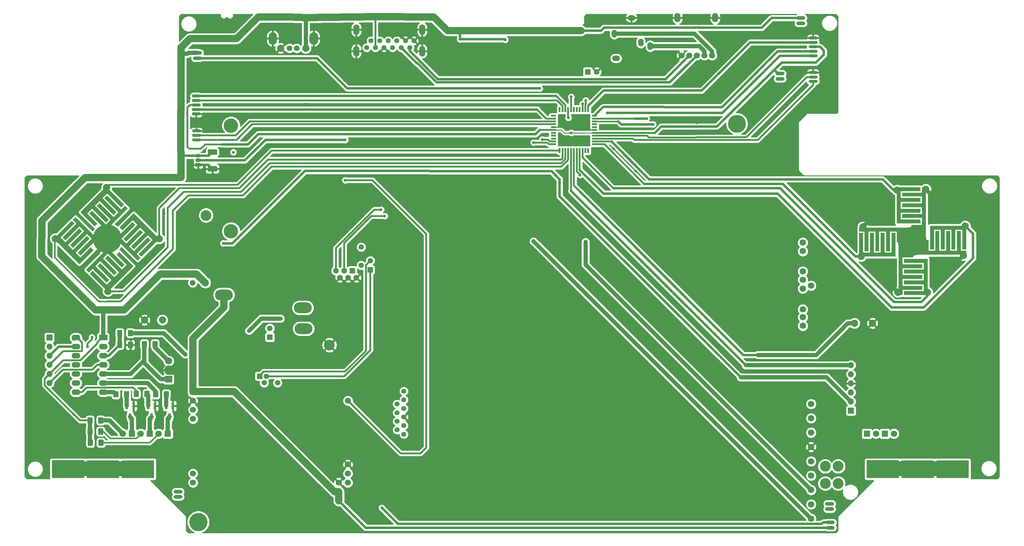
<source format=gbl>
G04 #@! TF.GenerationSoftware,KiCad,Pcbnew,(5.1.5-0-10_14)*
G04 #@! TF.CreationDate,2020-07-09T12:53:03+12:00*
G04 #@! TF.ProjectId,PS2BaseMount,50533242-6173-4654-9d6f-756e742e6b69,rev?*
G04 #@! TF.SameCoordinates,Original*
G04 #@! TF.FileFunction,Copper,L2,Bot*
G04 #@! TF.FilePolarity,Positive*
%FSLAX46Y46*%
G04 Gerber Fmt 4.6, Leading zero omitted, Abs format (unit mm)*
G04 Created by KiCad (PCBNEW (5.1.5-0-10_14)) date 2020-07-09 12:53:03*
%MOMM*%
%LPD*%
G04 APERTURE LIST*
%ADD10R,1.600000X1.600000*%
%ADD11C,1.600000*%
%ADD12C,4.000000*%
%ADD13C,5.000000*%
%ADD14R,1.500000X1.500000*%
%ADD15C,1.500000*%
%ADD16O,2.500000X0.900000*%
%ADD17C,2.000000*%
%ADD18O,2.300000X3.500000*%
%ADD19O,2.500000X3.500000*%
%ADD20C,5.080000*%
%ADD21C,1.700000*%
%ADD22R,1.700000X1.700000*%
%ADD23R,9.000000X5.000000*%
%ADD24C,0.100000*%
%ADD25O,2.500000X1.000000*%
%ADD26R,0.482600X1.473200*%
%ADD27R,1.473200X0.482600*%
%ADD28O,1.700000X3.000000*%
%ADD29C,1.400000*%
%ADD30C,8.000000*%
%ADD31O,1.500000X2.200000*%
%ADD32O,2.200000X1.500000*%
%ADD33C,1.800000*%
%ADD34O,1.700000X1.700000*%
%ADD35R,2.000000X1.905000*%
%ADD36O,2.000000X1.905000*%
%ADD37O,1.500000X1.050000*%
%ADD38R,1.500000X1.050000*%
%ADD39C,3.000000*%
%ADD40R,2.400000X1.600000*%
%ADD41O,2.400000X1.600000*%
%ADD42R,1.800000X1.800000*%
%ADD43R,0.800000X1.900000*%
%ADD44O,5.000000X3.000000*%
%ADD45O,1.700000X2.600000*%
%ADD46C,0.800000*%
%ADD47C,0.500000*%
%ADD48C,1.200000*%
%ADD49C,0.700000*%
%ADD50C,0.250000*%
%ADD51C,2.500000*%
%ADD52C,0.400000*%
%ADD53C,2.000000*%
%ADD54C,0.254000*%
G04 APERTURE END LIST*
D10*
X105972000Y-101245000D03*
D11*
X103682000Y-101245000D03*
X101392000Y-101245000D03*
X107117000Y-103225000D03*
X104827000Y-103225000D03*
X102537000Y-103225000D03*
D12*
X72172000Y-90245000D03*
X72172000Y-60745000D03*
D13*
X213172000Y-60245000D03*
D14*
X111000000Y-101000000D03*
D15*
X108460000Y-99730000D03*
X111000000Y-98460000D03*
X108460000Y-94650000D03*
D16*
X234400000Y-36300000D03*
X234400000Y-37550000D03*
X234400000Y-38800000D03*
X234400000Y-41300000D03*
X234400000Y-40050000D03*
D11*
X88505200Y-39198000D03*
X90505200Y-39198000D03*
D17*
X86005200Y-39198000D03*
X93005200Y-39198000D03*
D18*
X83805200Y-36448000D03*
D19*
X95205200Y-36448000D03*
D20*
X63071958Y-171342759D03*
D21*
X61571958Y-160372759D03*
X61571958Y-157832759D03*
X61571958Y-142592759D03*
X61571958Y-140052759D03*
X61571958Y-137512759D03*
D22*
X61571958Y-134972759D03*
D21*
X104751958Y-137512759D03*
X104751958Y-155292759D03*
X104751958Y-157832759D03*
X102211958Y-160372759D03*
X104751958Y-160372759D03*
X102211958Y-162912759D03*
X102211958Y-165452759D03*
D15*
X85148000Y-132515757D03*
X82012000Y-130675757D03*
X81415400Y-132515757D03*
D14*
X80144000Y-130675757D03*
D23*
X273304000Y-156600000D03*
X263554000Y-156600000D03*
G04 #@! TA.AperFunction,ComponentPad*
D24*
G36*
X258304000Y-154450000D02*
G01*
X277554000Y-154450000D01*
X277563755Y-154450961D01*
X277573134Y-154453806D01*
X277581779Y-154458427D01*
X277589355Y-154464645D01*
X277595573Y-154472221D01*
X277600194Y-154480866D01*
X277603039Y-154490245D01*
X277604000Y-154500000D01*
X277604000Y-158500000D01*
X277603039Y-158509755D01*
X277600194Y-158519134D01*
X277595573Y-158527779D01*
X277589355Y-158535355D01*
X277581779Y-158541573D01*
X277573134Y-158546194D01*
X277563755Y-158549039D01*
X277554000Y-158550000D01*
X258304000Y-158550000D01*
X258304000Y-159100000D01*
X249304000Y-159100000D01*
X249304000Y-154100000D01*
X258304000Y-154100000D01*
X258304000Y-154450000D01*
G37*
G04 #@! TD.AperFunction*
D25*
X231000000Y-32250000D03*
X231000000Y-30750000D03*
X57400000Y-164350000D03*
X57400000Y-162850000D03*
X62800000Y-41950000D03*
X62800000Y-40450000D03*
D26*
X171737800Y-56259600D03*
X170950400Y-56259600D03*
X170137600Y-56259600D03*
X169350200Y-56259600D03*
X168537400Y-56259600D03*
X167750000Y-56259600D03*
X166962600Y-56259600D03*
X166149800Y-56259600D03*
X165362400Y-56259600D03*
X164549600Y-56259600D03*
X163762200Y-56259600D03*
D27*
X162009600Y-58012200D03*
X162009600Y-58799600D03*
X162009600Y-59612400D03*
X162009600Y-60399800D03*
X162009600Y-61212600D03*
X162009600Y-62000000D03*
X162009600Y-62787400D03*
X162009600Y-63600200D03*
X162009600Y-64387600D03*
X162009600Y-65200400D03*
X162009600Y-65987800D03*
D26*
X163762200Y-67740400D03*
X164549600Y-67740400D03*
X165362400Y-67740400D03*
X166149800Y-67740400D03*
X166962600Y-67740400D03*
X167750000Y-67740400D03*
X168537400Y-67740400D03*
X169350200Y-67740400D03*
X170137600Y-67740400D03*
X170950400Y-67740400D03*
X171737800Y-67740400D03*
D27*
X173490400Y-65987800D03*
X173490400Y-65200400D03*
X173490400Y-64387600D03*
X173490400Y-63600200D03*
X173490400Y-62787400D03*
X173490400Y-62000000D03*
X173490400Y-61212600D03*
X173490400Y-60399800D03*
X173490400Y-59612400D03*
X173490400Y-58799600D03*
X173490400Y-58012200D03*
D28*
X107100000Y-34000000D03*
X125450000Y-34000000D03*
X125450000Y-40000000D03*
X107100000Y-40000000D03*
D29*
X110000000Y-39000000D03*
X111200000Y-37100000D03*
X112400000Y-39000000D03*
X113600000Y-37100000D03*
X114800000Y-39000000D03*
X116000000Y-37100000D03*
X117200000Y-39000000D03*
X118400000Y-37100000D03*
X120800000Y-37100000D03*
X123200000Y-37100000D03*
X119600000Y-39000000D03*
X122000000Y-39000000D03*
X120345500Y-146857500D03*
X118445500Y-145657500D03*
X120345500Y-144457500D03*
X118445500Y-143257500D03*
X120345500Y-142057500D03*
X118445500Y-140857500D03*
X120345500Y-139657500D03*
X118445500Y-138457500D03*
X120345500Y-137257500D03*
X120345500Y-134857500D03*
G04 #@! TA.AperFunction,SMDPad,CuDef*
D24*
G36*
X276044245Y-95299039D02*
G01*
X276034866Y-95296194D01*
X276026221Y-95291573D01*
X276018645Y-95285355D01*
X276012427Y-95277779D01*
X276007806Y-95269134D01*
X276004961Y-95259755D01*
X276004000Y-95250000D01*
X276004000Y-89800000D01*
X274104000Y-89800000D01*
X274104000Y-95250000D01*
X274103039Y-95259755D01*
X274100194Y-95269134D01*
X274095573Y-95277779D01*
X274089355Y-95285355D01*
X274081779Y-95291573D01*
X274073134Y-95296194D01*
X274063755Y-95299039D01*
X274054000Y-95300000D01*
X273054000Y-95300000D01*
X273044245Y-95299039D01*
X273034866Y-95296194D01*
X273026221Y-95291573D01*
X273018645Y-95285355D01*
X273012427Y-95277779D01*
X273007806Y-95269134D01*
X273004961Y-95259755D01*
X273004000Y-95250000D01*
X273004000Y-89800000D01*
X271104000Y-89800000D01*
X271104000Y-95250000D01*
X271103039Y-95259755D01*
X271100194Y-95269134D01*
X271095573Y-95277779D01*
X271089355Y-95285355D01*
X271081779Y-95291573D01*
X271073134Y-95296194D01*
X271063755Y-95299039D01*
X271054000Y-95300000D01*
X270054000Y-95300000D01*
X270044245Y-95299039D01*
X270034866Y-95296194D01*
X270026221Y-95291573D01*
X270018645Y-95285355D01*
X270012427Y-95277779D01*
X270007806Y-95269134D01*
X270004961Y-95259755D01*
X270004000Y-95250000D01*
X270004000Y-89800000D01*
X268104000Y-89800000D01*
X268104000Y-95250000D01*
X268103039Y-95259755D01*
X268100194Y-95269134D01*
X268095573Y-95277779D01*
X268089355Y-95285355D01*
X268081779Y-95291573D01*
X268073134Y-95296194D01*
X268063755Y-95299039D01*
X268054000Y-95300000D01*
X267054000Y-95300000D01*
X267044245Y-95299039D01*
X267034866Y-95296194D01*
X267026221Y-95291573D01*
X267018645Y-95285355D01*
X267012427Y-95277779D01*
X267007806Y-95269134D01*
X267004961Y-95259755D01*
X267004000Y-95250000D01*
X267004000Y-88750000D01*
X267004961Y-88740245D01*
X267007806Y-88730866D01*
X267012427Y-88722221D01*
X267018645Y-88714645D01*
X267026221Y-88708427D01*
X267034866Y-88703806D01*
X267044245Y-88700961D01*
X267054000Y-88700000D01*
X275805297Y-88700000D01*
X275814823Y-88603270D01*
X275833969Y-88507020D01*
X275862456Y-88413110D01*
X275900011Y-88322445D01*
X275946271Y-88235897D01*
X276000792Y-88154301D01*
X276063049Y-88078441D01*
X276132441Y-88009049D01*
X276208301Y-87946792D01*
X276289897Y-87892271D01*
X276376445Y-87846011D01*
X276467110Y-87808456D01*
X276561020Y-87779969D01*
X276657270Y-87760823D01*
X276754932Y-87751205D01*
X276853068Y-87751205D01*
X276950730Y-87760823D01*
X277046980Y-87779969D01*
X277140890Y-87808456D01*
X277231555Y-87846011D01*
X277318103Y-87892271D01*
X277399699Y-87946792D01*
X277475559Y-88009049D01*
X277544951Y-88078441D01*
X277607208Y-88154301D01*
X277661729Y-88235897D01*
X277707989Y-88322445D01*
X277745544Y-88413110D01*
X277774031Y-88507020D01*
X277793177Y-88603270D01*
X277802795Y-88700932D01*
X277802795Y-88799068D01*
X277793177Y-88896730D01*
X277774031Y-88992980D01*
X277745544Y-89086890D01*
X277707989Y-89177555D01*
X277661729Y-89264103D01*
X277607208Y-89345699D01*
X277544951Y-89421559D01*
X277475559Y-89490951D01*
X277399699Y-89553208D01*
X277318103Y-89607729D01*
X277231555Y-89653989D01*
X277140890Y-89691544D01*
X277104000Y-89702734D01*
X277104000Y-95250000D01*
X277103039Y-95259755D01*
X277100194Y-95269134D01*
X277095573Y-95277779D01*
X277089355Y-95285355D01*
X277081779Y-95291573D01*
X277073134Y-95296194D01*
X277063755Y-95299039D01*
X277054000Y-95300000D01*
X276054000Y-95300000D01*
X276044245Y-95299039D01*
G37*
G04 #@! TD.AperFunction*
G04 #@! TA.AperFunction,SMDPad,CuDef*
G36*
X247657270Y-98239177D02*
G01*
X247561020Y-98220031D01*
X247467110Y-98191544D01*
X247376445Y-98153989D01*
X247289897Y-98107729D01*
X247208301Y-98053208D01*
X247132441Y-97990951D01*
X247063049Y-97921559D01*
X247000792Y-97845699D01*
X246946271Y-97764103D01*
X246900011Y-97677555D01*
X246862456Y-97586890D01*
X246833969Y-97492980D01*
X246814823Y-97396730D01*
X246805205Y-97299068D01*
X246805205Y-97200932D01*
X246814823Y-97103270D01*
X246833969Y-97007020D01*
X246862456Y-96913110D01*
X246900011Y-96822445D01*
X246946271Y-96735897D01*
X247000792Y-96654301D01*
X247063049Y-96578441D01*
X247132441Y-96509049D01*
X247208301Y-96446792D01*
X247254000Y-96416257D01*
X247254000Y-90750000D01*
X247254961Y-90740245D01*
X247257806Y-90730866D01*
X247262427Y-90722221D01*
X247268645Y-90714645D01*
X247276221Y-90708427D01*
X247284866Y-90703806D01*
X247294245Y-90700961D01*
X247304000Y-90700000D01*
X248304000Y-90700000D01*
X248313755Y-90700961D01*
X248323134Y-90703806D01*
X248331779Y-90708427D01*
X248339355Y-90714645D01*
X248345573Y-90722221D01*
X248350194Y-90730866D01*
X248353039Y-90740245D01*
X248354000Y-90750000D01*
X248354000Y-96200000D01*
X250254000Y-96200000D01*
X250254000Y-90750000D01*
X250254961Y-90740245D01*
X250257806Y-90730866D01*
X250262427Y-90722221D01*
X250268645Y-90714645D01*
X250276221Y-90708427D01*
X250284866Y-90703806D01*
X250294245Y-90700961D01*
X250304000Y-90700000D01*
X251304000Y-90700000D01*
X251313755Y-90700961D01*
X251323134Y-90703806D01*
X251331779Y-90708427D01*
X251339355Y-90714645D01*
X251345573Y-90722221D01*
X251350194Y-90730866D01*
X251353039Y-90740245D01*
X251354000Y-90750000D01*
X251354000Y-96200000D01*
X253254000Y-96200000D01*
X253254000Y-90750000D01*
X253254961Y-90740245D01*
X253257806Y-90730866D01*
X253262427Y-90722221D01*
X253268645Y-90714645D01*
X253276221Y-90708427D01*
X253284866Y-90703806D01*
X253294245Y-90700961D01*
X253304000Y-90700000D01*
X254304000Y-90700000D01*
X254313755Y-90700961D01*
X254323134Y-90703806D01*
X254331779Y-90708427D01*
X254339355Y-90714645D01*
X254345573Y-90722221D01*
X254350194Y-90730866D01*
X254353039Y-90740245D01*
X254354000Y-90750000D01*
X254354000Y-96200000D01*
X256254000Y-96200000D01*
X256254000Y-90750000D01*
X256254961Y-90740245D01*
X256257806Y-90730866D01*
X256262427Y-90722221D01*
X256268645Y-90714645D01*
X256276221Y-90708427D01*
X256284866Y-90703806D01*
X256294245Y-90700961D01*
X256304000Y-90700000D01*
X257304000Y-90700000D01*
X257313755Y-90700961D01*
X257323134Y-90703806D01*
X257331779Y-90708427D01*
X257339355Y-90714645D01*
X257345573Y-90722221D01*
X257350194Y-90730866D01*
X257353039Y-90740245D01*
X257354000Y-90750000D01*
X257354000Y-97250000D01*
X257353039Y-97259755D01*
X257350194Y-97269134D01*
X257345573Y-97277779D01*
X257339355Y-97285355D01*
X257331779Y-97291573D01*
X257323134Y-97296194D01*
X257313755Y-97299039D01*
X257304000Y-97300000D01*
X248802703Y-97300000D01*
X248793177Y-97396730D01*
X248774031Y-97492980D01*
X248745544Y-97586890D01*
X248707989Y-97677555D01*
X248661729Y-97764103D01*
X248607208Y-97845699D01*
X248544951Y-97921559D01*
X248475559Y-97990951D01*
X248399699Y-98053208D01*
X248318103Y-98107729D01*
X248231555Y-98153989D01*
X248140890Y-98191544D01*
X248046980Y-98220031D01*
X247950730Y-98239177D01*
X247853068Y-98248795D01*
X247754932Y-98248795D01*
X247657270Y-98239177D01*
G37*
G04 #@! TD.AperFunction*
G04 #@! TA.AperFunction,SMDPad,CuDef*
G36*
X257794245Y-88049039D02*
G01*
X257784866Y-88046194D01*
X257776221Y-88041573D01*
X257768645Y-88035355D01*
X257762427Y-88027779D01*
X257757806Y-88019134D01*
X257754961Y-88009755D01*
X257754000Y-88000000D01*
X257754000Y-79748703D01*
X257657270Y-79739177D01*
X257561020Y-79720031D01*
X257467110Y-79691544D01*
X257376445Y-79653989D01*
X257289897Y-79607729D01*
X257208301Y-79553208D01*
X257132441Y-79490951D01*
X257063049Y-79421559D01*
X257000792Y-79345699D01*
X256946271Y-79264103D01*
X256900011Y-79177555D01*
X256862456Y-79086890D01*
X256833969Y-78992980D01*
X256814823Y-78896730D01*
X256805205Y-78799068D01*
X256805205Y-78700932D01*
X256814823Y-78603270D01*
X256833969Y-78507020D01*
X256862456Y-78413110D01*
X256900011Y-78322445D01*
X256946271Y-78235897D01*
X257000792Y-78154301D01*
X257063049Y-78078441D01*
X257132441Y-78009049D01*
X257208301Y-77946792D01*
X257289897Y-77892271D01*
X257376445Y-77846011D01*
X257467110Y-77808456D01*
X257561020Y-77779969D01*
X257657270Y-77760823D01*
X257754932Y-77751205D01*
X257853068Y-77751205D01*
X257950730Y-77760823D01*
X258046980Y-77779969D01*
X258140890Y-77808456D01*
X258231555Y-77846011D01*
X258318103Y-77892271D01*
X258399699Y-77946792D01*
X258403608Y-77950000D01*
X264304000Y-77950000D01*
X264313755Y-77950961D01*
X264323134Y-77953806D01*
X264331779Y-77958427D01*
X264339355Y-77964645D01*
X264345573Y-77972221D01*
X264350194Y-77980866D01*
X264353039Y-77990245D01*
X264354000Y-78000000D01*
X264354000Y-79000000D01*
X264353039Y-79009755D01*
X264350194Y-79019134D01*
X264345573Y-79027779D01*
X264339355Y-79035355D01*
X264331779Y-79041573D01*
X264323134Y-79046194D01*
X264313755Y-79049039D01*
X264304000Y-79050000D01*
X258854000Y-79050000D01*
X258854000Y-80950000D01*
X264304000Y-80950000D01*
X264313755Y-80950961D01*
X264323134Y-80953806D01*
X264331779Y-80958427D01*
X264339355Y-80964645D01*
X264345573Y-80972221D01*
X264350194Y-80980866D01*
X264353039Y-80990245D01*
X264354000Y-81000000D01*
X264354000Y-82000000D01*
X264353039Y-82009755D01*
X264350194Y-82019134D01*
X264345573Y-82027779D01*
X264339355Y-82035355D01*
X264331779Y-82041573D01*
X264323134Y-82046194D01*
X264313755Y-82049039D01*
X264304000Y-82050000D01*
X258854000Y-82050000D01*
X258854000Y-83950000D01*
X264304000Y-83950000D01*
X264313755Y-83950961D01*
X264323134Y-83953806D01*
X264331779Y-83958427D01*
X264339355Y-83964645D01*
X264345573Y-83972221D01*
X264350194Y-83980866D01*
X264353039Y-83990245D01*
X264354000Y-84000000D01*
X264354000Y-85000000D01*
X264353039Y-85009755D01*
X264350194Y-85019134D01*
X264345573Y-85027779D01*
X264339355Y-85035355D01*
X264331779Y-85041573D01*
X264323134Y-85046194D01*
X264313755Y-85049039D01*
X264304000Y-85050000D01*
X258854000Y-85050000D01*
X258854000Y-86950000D01*
X264304000Y-86950000D01*
X264313755Y-86950961D01*
X264323134Y-86953806D01*
X264331779Y-86958427D01*
X264339355Y-86964645D01*
X264345573Y-86972221D01*
X264350194Y-86980866D01*
X264353039Y-86990245D01*
X264354000Y-87000000D01*
X264354000Y-88000000D01*
X264353039Y-88009755D01*
X264350194Y-88019134D01*
X264345573Y-88027779D01*
X264339355Y-88035355D01*
X264331779Y-88041573D01*
X264323134Y-88046194D01*
X264313755Y-88049039D01*
X264304000Y-88050000D01*
X257804000Y-88050000D01*
X257794245Y-88049039D01*
G37*
G04 #@! TD.AperFunction*
G04 #@! TA.AperFunction,SMDPad,CuDef*
G36*
X265794245Y-91549039D02*
G01*
X265784866Y-91546194D01*
X265774000Y-91540000D01*
X263782078Y-90046058D01*
X261791873Y-89548507D01*
X261782643Y-89545209D01*
X261774233Y-89540174D01*
X261766968Y-89533595D01*
X261761125Y-89525725D01*
X261756931Y-89516866D01*
X261754545Y-89507359D01*
X261754000Y-89500000D01*
X261754000Y-88500000D01*
X261754961Y-88490245D01*
X261757806Y-88480866D01*
X261762427Y-88472221D01*
X261768645Y-88464645D01*
X261776221Y-88458427D01*
X261784866Y-88453806D01*
X261794245Y-88450961D01*
X261804000Y-88450000D01*
X264754000Y-88450000D01*
X264754000Y-86550000D01*
X259304000Y-86550000D01*
X259294245Y-86549039D01*
X259284866Y-86546194D01*
X259276221Y-86541573D01*
X259268645Y-86535355D01*
X259262427Y-86527779D01*
X259257806Y-86519134D01*
X259254961Y-86509755D01*
X259254000Y-86500000D01*
X259254000Y-85500000D01*
X259254961Y-85490245D01*
X259257806Y-85480866D01*
X259262427Y-85472221D01*
X259268645Y-85464645D01*
X259276221Y-85458427D01*
X259284866Y-85453806D01*
X259294245Y-85450961D01*
X259304000Y-85450000D01*
X264754000Y-85450000D01*
X264754000Y-83550000D01*
X259304000Y-83550000D01*
X259294245Y-83549039D01*
X259284866Y-83546194D01*
X259276221Y-83541573D01*
X259268645Y-83535355D01*
X259262427Y-83527779D01*
X259257806Y-83519134D01*
X259254961Y-83509755D01*
X259254000Y-83500000D01*
X259254000Y-82500000D01*
X259254961Y-82490245D01*
X259257806Y-82480866D01*
X259262427Y-82472221D01*
X259268645Y-82464645D01*
X259276221Y-82458427D01*
X259284866Y-82453806D01*
X259294245Y-82450961D01*
X259304000Y-82450000D01*
X264754000Y-82450000D01*
X264754000Y-80550000D01*
X259304000Y-80550000D01*
X259294245Y-80549039D01*
X259284866Y-80546194D01*
X259276221Y-80541573D01*
X259268645Y-80535355D01*
X259262427Y-80527779D01*
X259257806Y-80519134D01*
X259254961Y-80509755D01*
X259254000Y-80500000D01*
X259254000Y-79500000D01*
X259254961Y-79490245D01*
X259257806Y-79480866D01*
X259262427Y-79472221D01*
X259268645Y-79464645D01*
X259276221Y-79458427D01*
X259284866Y-79453806D01*
X259294245Y-79450961D01*
X259304000Y-79450000D01*
X264754000Y-79450000D01*
X264754000Y-78000000D01*
X264754961Y-77990245D01*
X264757806Y-77980866D01*
X264762427Y-77972221D01*
X264768645Y-77964645D01*
X264776221Y-77958427D01*
X264784866Y-77953806D01*
X264794245Y-77950961D01*
X264804000Y-77950000D01*
X264970257Y-77950000D01*
X265000792Y-77904301D01*
X265063049Y-77828441D01*
X265132441Y-77759049D01*
X265208301Y-77696792D01*
X265289897Y-77642271D01*
X265376445Y-77596011D01*
X265467110Y-77558456D01*
X265561020Y-77529969D01*
X265657270Y-77510823D01*
X265754932Y-77501205D01*
X265853068Y-77501205D01*
X265950730Y-77510823D01*
X266046980Y-77529969D01*
X266140890Y-77558456D01*
X266231555Y-77596011D01*
X266318103Y-77642271D01*
X266399699Y-77696792D01*
X266475559Y-77759049D01*
X266544951Y-77828441D01*
X266607208Y-77904301D01*
X266661729Y-77985897D01*
X266707989Y-78072445D01*
X266745544Y-78163110D01*
X266774031Y-78257020D01*
X266793177Y-78353270D01*
X266802795Y-78450932D01*
X266802795Y-78549068D01*
X266793177Y-78646730D01*
X266774031Y-78742980D01*
X266745544Y-78836890D01*
X266707989Y-78927555D01*
X266661729Y-79014103D01*
X266607208Y-79095699D01*
X266544951Y-79171559D01*
X266475559Y-79240951D01*
X266399699Y-79303208D01*
X266318103Y-79357729D01*
X266231555Y-79403989D01*
X266140890Y-79441544D01*
X266046980Y-79470031D01*
X265950730Y-79489177D01*
X265854000Y-79498703D01*
X265854000Y-91500000D01*
X265853039Y-91509755D01*
X265850194Y-91519134D01*
X265845573Y-91527779D01*
X265839355Y-91535355D01*
X265831779Y-91541573D01*
X265823134Y-91546194D01*
X265813755Y-91549039D01*
X265804000Y-91550000D01*
X265794245Y-91549039D01*
G37*
G04 #@! TD.AperFunction*
G04 #@! TA.AperFunction,SMDPad,CuDef*
G36*
X254794245Y-95799039D02*
G01*
X254784866Y-95796194D01*
X254776221Y-95791573D01*
X254768645Y-95785355D01*
X254762427Y-95777779D01*
X254757806Y-95769134D01*
X254754961Y-95759755D01*
X254754000Y-95750000D01*
X254754000Y-90300000D01*
X252854000Y-90300000D01*
X252854000Y-95750000D01*
X252853039Y-95759755D01*
X252850194Y-95769134D01*
X252845573Y-95777779D01*
X252839355Y-95785355D01*
X252831779Y-95791573D01*
X252823134Y-95796194D01*
X252813755Y-95799039D01*
X252804000Y-95800000D01*
X251804000Y-95800000D01*
X251794245Y-95799039D01*
X251784866Y-95796194D01*
X251776221Y-95791573D01*
X251768645Y-95785355D01*
X251762427Y-95777779D01*
X251757806Y-95769134D01*
X251754961Y-95759755D01*
X251754000Y-95750000D01*
X251754000Y-90300000D01*
X249854000Y-90300000D01*
X249854000Y-95750000D01*
X249853039Y-95759755D01*
X249850194Y-95769134D01*
X249845573Y-95777779D01*
X249839355Y-95785355D01*
X249831779Y-95791573D01*
X249823134Y-95796194D01*
X249813755Y-95799039D01*
X249804000Y-95800000D01*
X248804000Y-95800000D01*
X248794245Y-95799039D01*
X248784866Y-95796194D01*
X248776221Y-95791573D01*
X248768645Y-95785355D01*
X248762427Y-95777779D01*
X248757806Y-95769134D01*
X248754961Y-95759755D01*
X248754000Y-95750000D01*
X248754000Y-90300000D01*
X247304000Y-90300000D01*
X247294245Y-90299039D01*
X247284866Y-90296194D01*
X247276221Y-90291573D01*
X247268645Y-90285355D01*
X247262427Y-90277779D01*
X247257806Y-90269134D01*
X247254961Y-90259755D01*
X247254000Y-90250000D01*
X247254000Y-89250000D01*
X247254961Y-89240245D01*
X247257806Y-89230866D01*
X247262427Y-89222221D01*
X247268645Y-89214645D01*
X247276221Y-89208427D01*
X247284866Y-89203806D01*
X247294245Y-89200961D01*
X247304000Y-89200000D01*
X247325419Y-89200000D01*
X247314823Y-89146730D01*
X247305205Y-89049068D01*
X247305205Y-88950932D01*
X247314823Y-88853270D01*
X247333969Y-88757020D01*
X247362456Y-88663110D01*
X247400011Y-88572445D01*
X247446271Y-88485897D01*
X247500792Y-88404301D01*
X247563049Y-88328441D01*
X247632441Y-88259049D01*
X247708301Y-88196792D01*
X247789897Y-88142271D01*
X247876445Y-88096011D01*
X247967110Y-88058456D01*
X248061020Y-88029969D01*
X248157270Y-88010823D01*
X248254932Y-88001205D01*
X248353068Y-88001205D01*
X248450730Y-88010823D01*
X248546980Y-88029969D01*
X248640890Y-88058456D01*
X248731555Y-88096011D01*
X248818103Y-88142271D01*
X248899699Y-88196792D01*
X248975559Y-88259049D01*
X249044951Y-88328441D01*
X249107208Y-88404301D01*
X249161729Y-88485897D01*
X249207989Y-88572445D01*
X249245544Y-88663110D01*
X249274031Y-88757020D01*
X249293177Y-88853270D01*
X249302795Y-88950932D01*
X249302795Y-89049068D01*
X249293177Y-89146730D01*
X249282581Y-89200000D01*
X260804000Y-89200000D01*
X260813755Y-89200961D01*
X260823134Y-89203806D01*
X260831779Y-89208427D01*
X260839355Y-89214645D01*
X260845573Y-89222221D01*
X260850194Y-89230866D01*
X260853039Y-89240245D01*
X260854000Y-89250000D01*
X260853039Y-89259755D01*
X260850194Y-89269134D01*
X260844000Y-89280000D01*
X259350058Y-91271923D01*
X258852507Y-93262127D01*
X258849209Y-93271357D01*
X258844174Y-93279767D01*
X258837595Y-93287032D01*
X258829725Y-93292875D01*
X258820866Y-93297069D01*
X258811359Y-93299455D01*
X258804000Y-93300000D01*
X257804000Y-93300000D01*
X257794245Y-93299039D01*
X257784866Y-93296194D01*
X257776221Y-93291573D01*
X257768645Y-93285355D01*
X257762427Y-93277779D01*
X257757806Y-93269134D01*
X257754961Y-93259755D01*
X257754000Y-93250000D01*
X257754000Y-90300000D01*
X255854000Y-90300000D01*
X255854000Y-95750000D01*
X255853039Y-95759755D01*
X255850194Y-95769134D01*
X255845573Y-95777779D01*
X255839355Y-95785355D01*
X255831779Y-95791573D01*
X255823134Y-95796194D01*
X255813755Y-95799039D01*
X255804000Y-95800000D01*
X254804000Y-95800000D01*
X254794245Y-95799039D01*
G37*
G04 #@! TD.AperFunction*
G04 #@! TA.AperFunction,SMDPad,CuDef*
G36*
X276157270Y-97989177D02*
G01*
X276061020Y-97970031D01*
X275967110Y-97941544D01*
X275876445Y-97903989D01*
X275789897Y-97857729D01*
X275708301Y-97803208D01*
X275632441Y-97740951D01*
X275563049Y-97671559D01*
X275500792Y-97595699D01*
X275446271Y-97514103D01*
X275400011Y-97427555D01*
X275362456Y-97336890D01*
X275333969Y-97242980D01*
X275314823Y-97146730D01*
X275305205Y-97049068D01*
X275305205Y-96950932D01*
X275314823Y-96853270D01*
X275325419Y-96800000D01*
X263554000Y-96800000D01*
X263544245Y-96799039D01*
X263534866Y-96796194D01*
X263526221Y-96791573D01*
X263518645Y-96785355D01*
X263512427Y-96777779D01*
X263507806Y-96769134D01*
X263504961Y-96759755D01*
X263504000Y-96750000D01*
X263504961Y-96740245D01*
X263507806Y-96730866D01*
X263514000Y-96720000D01*
X265007942Y-94728077D01*
X265505493Y-92737873D01*
X265508791Y-92728643D01*
X265513826Y-92720233D01*
X265520405Y-92712968D01*
X265528275Y-92707125D01*
X265537134Y-92702931D01*
X265546641Y-92700545D01*
X265554000Y-92700000D01*
X266554000Y-92700000D01*
X266563755Y-92700961D01*
X266573134Y-92703806D01*
X266581779Y-92708427D01*
X266589355Y-92714645D01*
X266595573Y-92722221D01*
X266600194Y-92730866D01*
X266603039Y-92740245D01*
X266604000Y-92750000D01*
X266604000Y-95700000D01*
X268504000Y-95700000D01*
X268504000Y-90250000D01*
X268504961Y-90240245D01*
X268507806Y-90230866D01*
X268512427Y-90222221D01*
X268518645Y-90214645D01*
X268526221Y-90208427D01*
X268534866Y-90203806D01*
X268544245Y-90200961D01*
X268554000Y-90200000D01*
X269554000Y-90200000D01*
X269563755Y-90200961D01*
X269573134Y-90203806D01*
X269581779Y-90208427D01*
X269589355Y-90214645D01*
X269595573Y-90222221D01*
X269600194Y-90230866D01*
X269603039Y-90240245D01*
X269604000Y-90250000D01*
X269604000Y-95700000D01*
X271504000Y-95700000D01*
X271504000Y-90250000D01*
X271504961Y-90240245D01*
X271507806Y-90230866D01*
X271512427Y-90222221D01*
X271518645Y-90214645D01*
X271526221Y-90208427D01*
X271534866Y-90203806D01*
X271544245Y-90200961D01*
X271554000Y-90200000D01*
X272554000Y-90200000D01*
X272563755Y-90200961D01*
X272573134Y-90203806D01*
X272581779Y-90208427D01*
X272589355Y-90214645D01*
X272595573Y-90222221D01*
X272600194Y-90230866D01*
X272603039Y-90240245D01*
X272604000Y-90250000D01*
X272604000Y-95700000D01*
X274504000Y-95700000D01*
X274504000Y-90250000D01*
X274504961Y-90240245D01*
X274507806Y-90230866D01*
X274512427Y-90222221D01*
X274518645Y-90214645D01*
X274526221Y-90208427D01*
X274534866Y-90203806D01*
X274544245Y-90200961D01*
X274554000Y-90200000D01*
X275554000Y-90200000D01*
X275563755Y-90200961D01*
X275573134Y-90203806D01*
X275581779Y-90208427D01*
X275589355Y-90214645D01*
X275595573Y-90222221D01*
X275600194Y-90230866D01*
X275603039Y-90240245D01*
X275604000Y-90250000D01*
X275604000Y-95700000D01*
X277054000Y-95700000D01*
X277063755Y-95700961D01*
X277073134Y-95703806D01*
X277081779Y-95708427D01*
X277089355Y-95714645D01*
X277095573Y-95722221D01*
X277100194Y-95730866D01*
X277103039Y-95740245D01*
X277104000Y-95750000D01*
X277104000Y-96400392D01*
X277107208Y-96404301D01*
X277161729Y-96485897D01*
X277207989Y-96572445D01*
X277245544Y-96663110D01*
X277274031Y-96757020D01*
X277293177Y-96853270D01*
X277302795Y-96950932D01*
X277302795Y-97049068D01*
X277293177Y-97146730D01*
X277274031Y-97242980D01*
X277245544Y-97336890D01*
X277207989Y-97427555D01*
X277161729Y-97514103D01*
X277107208Y-97595699D01*
X277044951Y-97671559D01*
X276975559Y-97740951D01*
X276899699Y-97803208D01*
X276818103Y-97857729D01*
X276731555Y-97903989D01*
X276640890Y-97941544D01*
X276546980Y-97970031D01*
X276450730Y-97989177D01*
X276353068Y-97998795D01*
X276254932Y-97998795D01*
X276157270Y-97989177D01*
G37*
G04 #@! TD.AperFunction*
G04 #@! TA.AperFunction,SMDPad,CuDef*
G36*
X257907270Y-108239177D02*
G01*
X257811020Y-108220031D01*
X257717110Y-108191544D01*
X257626445Y-108153989D01*
X257539897Y-108107729D01*
X257458301Y-108053208D01*
X257382441Y-107990951D01*
X257313049Y-107921559D01*
X257250792Y-107845699D01*
X257196271Y-107764103D01*
X257150011Y-107677555D01*
X257112456Y-107586890D01*
X257083969Y-107492980D01*
X257064823Y-107396730D01*
X257055205Y-107299068D01*
X257055205Y-107200932D01*
X257064823Y-107103270D01*
X257083969Y-107007020D01*
X257112456Y-106913110D01*
X257150011Y-106822445D01*
X257196271Y-106735897D01*
X257250792Y-106654301D01*
X257313049Y-106578441D01*
X257382441Y-106509049D01*
X257458301Y-106446792D01*
X257539897Y-106392271D01*
X257626445Y-106346011D01*
X257717110Y-106308456D01*
X257811020Y-106279969D01*
X257907270Y-106260823D01*
X258004932Y-106251205D01*
X258103068Y-106251205D01*
X258200730Y-106260823D01*
X258254000Y-106271419D01*
X258254000Y-94500000D01*
X258254961Y-94490245D01*
X258257806Y-94480866D01*
X258262427Y-94472221D01*
X258268645Y-94464645D01*
X258276221Y-94458427D01*
X258284866Y-94453806D01*
X258294245Y-94450961D01*
X258304000Y-94450000D01*
X258313755Y-94450961D01*
X258323134Y-94453806D01*
X258334000Y-94460000D01*
X260325923Y-95953942D01*
X262316127Y-96451493D01*
X262325357Y-96454791D01*
X262333767Y-96459826D01*
X262341032Y-96466405D01*
X262346875Y-96474275D01*
X262351069Y-96483134D01*
X262353455Y-96492641D01*
X262354000Y-96500000D01*
X262354000Y-97500000D01*
X262353039Y-97509755D01*
X262350194Y-97519134D01*
X262345573Y-97527779D01*
X262339355Y-97535355D01*
X262331779Y-97541573D01*
X262323134Y-97546194D01*
X262313755Y-97549039D01*
X262304000Y-97550000D01*
X259354000Y-97550000D01*
X259354000Y-99450000D01*
X264804000Y-99450000D01*
X264813755Y-99450961D01*
X264823134Y-99453806D01*
X264831779Y-99458427D01*
X264839355Y-99464645D01*
X264845573Y-99472221D01*
X264850194Y-99480866D01*
X264853039Y-99490245D01*
X264854000Y-99500000D01*
X264854000Y-100500000D01*
X264853039Y-100509755D01*
X264850194Y-100519134D01*
X264845573Y-100527779D01*
X264839355Y-100535355D01*
X264831779Y-100541573D01*
X264823134Y-100546194D01*
X264813755Y-100549039D01*
X264804000Y-100550000D01*
X259354000Y-100550000D01*
X259354000Y-102450000D01*
X264804000Y-102450000D01*
X264813755Y-102450961D01*
X264823134Y-102453806D01*
X264831779Y-102458427D01*
X264839355Y-102464645D01*
X264845573Y-102472221D01*
X264850194Y-102480866D01*
X264853039Y-102490245D01*
X264854000Y-102500000D01*
X264854000Y-103500000D01*
X264853039Y-103509755D01*
X264850194Y-103519134D01*
X264845573Y-103527779D01*
X264839355Y-103535355D01*
X264831779Y-103541573D01*
X264823134Y-103546194D01*
X264813755Y-103549039D01*
X264804000Y-103550000D01*
X259354000Y-103550000D01*
X259354000Y-105450000D01*
X264804000Y-105450000D01*
X264813755Y-105450961D01*
X264823134Y-105453806D01*
X264831779Y-105458427D01*
X264839355Y-105464645D01*
X264845573Y-105472221D01*
X264850194Y-105480866D01*
X264853039Y-105490245D01*
X264854000Y-105500000D01*
X264854000Y-106500000D01*
X264853039Y-106509755D01*
X264850194Y-106519134D01*
X264845573Y-106527779D01*
X264839355Y-106535355D01*
X264831779Y-106541573D01*
X264823134Y-106546194D01*
X264813755Y-106549039D01*
X264804000Y-106550000D01*
X259354000Y-106550000D01*
X259354000Y-108000000D01*
X259353039Y-108009755D01*
X259350194Y-108019134D01*
X259345573Y-108027779D01*
X259339355Y-108035355D01*
X259331779Y-108041573D01*
X259323134Y-108046194D01*
X259313755Y-108049039D01*
X259304000Y-108050000D01*
X258653608Y-108050000D01*
X258649699Y-108053208D01*
X258568103Y-108107729D01*
X258481555Y-108153989D01*
X258390890Y-108191544D01*
X258296980Y-108220031D01*
X258200730Y-108239177D01*
X258103068Y-108248795D01*
X258004932Y-108248795D01*
X257907270Y-108239177D01*
G37*
G04 #@! TD.AperFunction*
G04 #@! TA.AperFunction,SMDPad,CuDef*
G36*
X266157270Y-108239177D02*
G01*
X266061020Y-108220031D01*
X265967110Y-108191544D01*
X265876445Y-108153989D01*
X265789897Y-108107729D01*
X265708301Y-108053208D01*
X265704392Y-108050000D01*
X259804000Y-108050000D01*
X259794245Y-108049039D01*
X259784866Y-108046194D01*
X259776221Y-108041573D01*
X259768645Y-108035355D01*
X259762427Y-108027779D01*
X259757806Y-108019134D01*
X259754961Y-108009755D01*
X259754000Y-108000000D01*
X259754000Y-107000000D01*
X259754961Y-106990245D01*
X259757806Y-106980866D01*
X259762427Y-106972221D01*
X259768645Y-106964645D01*
X259776221Y-106958427D01*
X259784866Y-106953806D01*
X259794245Y-106950961D01*
X259804000Y-106950000D01*
X265254000Y-106950000D01*
X265254000Y-105050000D01*
X259804000Y-105050000D01*
X259794245Y-105049039D01*
X259784866Y-105046194D01*
X259776221Y-105041573D01*
X259768645Y-105035355D01*
X259762427Y-105027779D01*
X259757806Y-105019134D01*
X259754961Y-105009755D01*
X259754000Y-105000000D01*
X259754000Y-104000000D01*
X259754961Y-103990245D01*
X259757806Y-103980866D01*
X259762427Y-103972221D01*
X259768645Y-103964645D01*
X259776221Y-103958427D01*
X259784866Y-103953806D01*
X259794245Y-103950961D01*
X259804000Y-103950000D01*
X265254000Y-103950000D01*
X265254000Y-102050000D01*
X259804000Y-102050000D01*
X259794245Y-102049039D01*
X259784866Y-102046194D01*
X259776221Y-102041573D01*
X259768645Y-102035355D01*
X259762427Y-102027779D01*
X259757806Y-102019134D01*
X259754961Y-102009755D01*
X259754000Y-102000000D01*
X259754000Y-101000000D01*
X259754961Y-100990245D01*
X259757806Y-100980866D01*
X259762427Y-100972221D01*
X259768645Y-100964645D01*
X259776221Y-100958427D01*
X259784866Y-100953806D01*
X259794245Y-100950961D01*
X259804000Y-100950000D01*
X265254000Y-100950000D01*
X265254000Y-99050000D01*
X259804000Y-99050000D01*
X259794245Y-99049039D01*
X259784866Y-99046194D01*
X259776221Y-99041573D01*
X259768645Y-99035355D01*
X259762427Y-99027779D01*
X259757806Y-99019134D01*
X259754961Y-99009755D01*
X259754000Y-99000000D01*
X259754000Y-98000000D01*
X259754961Y-97990245D01*
X259757806Y-97980866D01*
X259762427Y-97972221D01*
X259768645Y-97964645D01*
X259776221Y-97958427D01*
X259784866Y-97953806D01*
X259794245Y-97950961D01*
X259804000Y-97950000D01*
X266304000Y-97950000D01*
X266313755Y-97950961D01*
X266323134Y-97953806D01*
X266331779Y-97958427D01*
X266339355Y-97964645D01*
X266345573Y-97972221D01*
X266350194Y-97980866D01*
X266353039Y-97990245D01*
X266354000Y-98000000D01*
X266354000Y-106251297D01*
X266450730Y-106260823D01*
X266546980Y-106279969D01*
X266640890Y-106308456D01*
X266731555Y-106346011D01*
X266818103Y-106392271D01*
X266899699Y-106446792D01*
X266975559Y-106509049D01*
X267044951Y-106578441D01*
X267107208Y-106654301D01*
X267161729Y-106735897D01*
X267207989Y-106822445D01*
X267245544Y-106913110D01*
X267274031Y-107007020D01*
X267293177Y-107103270D01*
X267302795Y-107200932D01*
X267302795Y-107299068D01*
X267293177Y-107396730D01*
X267274031Y-107492980D01*
X267245544Y-107586890D01*
X267207989Y-107677555D01*
X267161729Y-107764103D01*
X267107208Y-107845699D01*
X267044951Y-107921559D01*
X266975559Y-107990951D01*
X266899699Y-108053208D01*
X266818103Y-108107729D01*
X266731555Y-108153989D01*
X266640890Y-108191544D01*
X266546980Y-108220031D01*
X266450730Y-108239177D01*
X266353068Y-108248795D01*
X266254932Y-108248795D01*
X266157270Y-108239177D01*
G37*
G04 #@! TD.AperFunction*
D30*
X262054000Y-93000000D03*
G04 #@! TA.AperFunction,SMDPad,CuDef*
D24*
G36*
X38449254Y-107794586D02*
G01*
X38367657Y-107849106D01*
X38281109Y-107895367D01*
X38190444Y-107932922D01*
X38096534Y-107961410D01*
X38000285Y-107980555D01*
X37902622Y-107990173D01*
X37804486Y-107990173D01*
X37706823Y-107980555D01*
X37610574Y-107961410D01*
X37516664Y-107932922D01*
X37425999Y-107895367D01*
X37339451Y-107849106D01*
X37257854Y-107794586D01*
X37181996Y-107732329D01*
X37112603Y-107662936D01*
X37050346Y-107587078D01*
X36995826Y-107505481D01*
X36949565Y-107418933D01*
X36912010Y-107328268D01*
X36883522Y-107234358D01*
X36864377Y-107138109D01*
X36854759Y-107040446D01*
X36854759Y-106942310D01*
X36864377Y-106844647D01*
X36883522Y-106748398D01*
X36912010Y-106654488D01*
X36949565Y-106563823D01*
X36995826Y-106477275D01*
X37050346Y-106395678D01*
X37112009Y-106320544D01*
X32868451Y-102076986D01*
X32862233Y-102069409D01*
X32857613Y-102060765D01*
X32854767Y-102051384D01*
X32853807Y-102041631D01*
X32854767Y-102031877D01*
X32857613Y-102022496D01*
X32862233Y-102013853D01*
X32868451Y-102006275D01*
X33575558Y-101299168D01*
X33583135Y-101292950D01*
X33591779Y-101288330D01*
X33601159Y-101285484D01*
X33610913Y-101284524D01*
X33620667Y-101285484D01*
X33630048Y-101288330D01*
X33638691Y-101292950D01*
X33646269Y-101299168D01*
X37500001Y-105152900D01*
X38843503Y-103809397D01*
X34989772Y-99955666D01*
X34983553Y-99948088D01*
X34978933Y-99939444D01*
X34976088Y-99930064D01*
X34975127Y-99920310D01*
X34976088Y-99910556D01*
X34978933Y-99901176D01*
X34983553Y-99892532D01*
X34989772Y-99884955D01*
X35696878Y-99177848D01*
X35704456Y-99171630D01*
X35713099Y-99167010D01*
X35722480Y-99164164D01*
X35732234Y-99163204D01*
X35741987Y-99164164D01*
X35751368Y-99167010D01*
X35760012Y-99171630D01*
X35767589Y-99177848D01*
X39621321Y-103031580D01*
X40964824Y-101688077D01*
X37111092Y-97834345D01*
X37104874Y-97826768D01*
X37100253Y-97818124D01*
X37097408Y-97808744D01*
X37096448Y-97798990D01*
X37097408Y-97789236D01*
X37100253Y-97779856D01*
X37104874Y-97771212D01*
X37111092Y-97763635D01*
X37818199Y-97056528D01*
X37825776Y-97050309D01*
X37834420Y-97045689D01*
X37843800Y-97042844D01*
X37853554Y-97041884D01*
X37863308Y-97042844D01*
X37872688Y-97045689D01*
X37881332Y-97050309D01*
X37888909Y-97056528D01*
X41742641Y-100910260D01*
X43086144Y-99566757D01*
X40293072Y-96773685D01*
X40286854Y-96766108D01*
X40282234Y-96757464D01*
X40279388Y-96748084D01*
X40278428Y-96738330D01*
X40279388Y-96728576D01*
X40282234Y-96719195D01*
X40286854Y-96710552D01*
X40293072Y-96702974D01*
X41000179Y-95995868D01*
X41007757Y-95989649D01*
X41016400Y-95985029D01*
X41025781Y-95982184D01*
X41035535Y-95981223D01*
X41045288Y-95982184D01*
X41054669Y-95985029D01*
X41063312Y-95989649D01*
X41070890Y-95995868D01*
X44959977Y-99884955D01*
X44966195Y-99892532D01*
X44970816Y-99901176D01*
X44973661Y-99910556D01*
X44974621Y-99920310D01*
X44973661Y-99930064D01*
X44970816Y-99939444D01*
X44966195Y-99948088D01*
X44959977Y-99955666D01*
X38595099Y-106320544D01*
X38656762Y-106395678D01*
X38711282Y-106477275D01*
X38757543Y-106563823D01*
X38795098Y-106654488D01*
X38823586Y-106748398D01*
X38842731Y-106844647D01*
X38852349Y-106942310D01*
X38852349Y-107040446D01*
X38842731Y-107138109D01*
X38823586Y-107234358D01*
X38795098Y-107328268D01*
X38757543Y-107418933D01*
X38711282Y-107505481D01*
X38656762Y-107587078D01*
X38594505Y-107662936D01*
X38525112Y-107732329D01*
X38449254Y-107794586D01*
G37*
G04 #@! TD.AperFunction*
G04 #@! TA.AperFunction,SMDPad,CuDef*
G36*
X29926380Y-99431553D02*
G01*
X29917737Y-99436174D01*
X29908356Y-99439019D01*
X29898602Y-99439979D01*
X29888849Y-99439019D01*
X29879468Y-99436174D01*
X29870824Y-99431553D01*
X29863247Y-99425335D01*
X23642641Y-93204729D01*
X23608643Y-93222901D01*
X23517978Y-93260456D01*
X23424068Y-93288944D01*
X23327819Y-93308089D01*
X23230156Y-93317707D01*
X23132020Y-93317707D01*
X23034357Y-93308089D01*
X22938108Y-93288944D01*
X22844198Y-93260456D01*
X22753533Y-93222901D01*
X22666985Y-93176640D01*
X22585388Y-93122120D01*
X22509530Y-93059863D01*
X22440137Y-92990470D01*
X22377880Y-92914612D01*
X22323360Y-92833015D01*
X22277099Y-92746467D01*
X22239544Y-92655802D01*
X22211056Y-92561892D01*
X22191911Y-92465643D01*
X22182293Y-92367980D01*
X22182293Y-92269844D01*
X22191911Y-92172181D01*
X22211056Y-92075932D01*
X22239544Y-91982022D01*
X22277099Y-91891357D01*
X22323360Y-91804809D01*
X22377880Y-91723212D01*
X22440137Y-91647354D01*
X22509530Y-91577961D01*
X22585388Y-91515704D01*
X22666985Y-91461184D01*
X22753533Y-91414923D01*
X22844198Y-91377368D01*
X22938108Y-91348880D01*
X23034357Y-91329735D01*
X23132020Y-91320117D01*
X23230156Y-91320117D01*
X23327819Y-91329735D01*
X23424068Y-91348880D01*
X23517978Y-91377368D01*
X23608643Y-91414923D01*
X23642641Y-91433095D01*
X27741927Y-87333809D01*
X27749504Y-87327591D01*
X27758148Y-87322971D01*
X27767528Y-87320125D01*
X27777282Y-87319165D01*
X27787036Y-87320125D01*
X27796416Y-87322971D01*
X27805060Y-87327591D01*
X27812637Y-87333809D01*
X28519744Y-88040916D01*
X28525962Y-88048493D01*
X28530583Y-88057137D01*
X28533428Y-88066517D01*
X28534388Y-88076271D01*
X28533428Y-88086025D01*
X28530583Y-88095406D01*
X28525962Y-88104049D01*
X28519744Y-88111627D01*
X24666012Y-91965359D01*
X26009515Y-93308861D01*
X29863247Y-89455130D01*
X29870824Y-89448911D01*
X29879468Y-89444291D01*
X29888849Y-89441446D01*
X29898602Y-89440485D01*
X29908356Y-89441446D01*
X29917737Y-89444291D01*
X29926380Y-89448911D01*
X29933958Y-89455130D01*
X30641065Y-90162236D01*
X30647283Y-90169814D01*
X30651903Y-90178457D01*
X30654748Y-90187838D01*
X30655709Y-90197592D01*
X30654748Y-90207345D01*
X30651903Y-90216726D01*
X30647283Y-90225370D01*
X30641065Y-90232947D01*
X26787333Y-94086679D01*
X28130835Y-95430182D01*
X31984567Y-91576450D01*
X31992145Y-91570232D01*
X32000788Y-91565611D01*
X32010169Y-91562766D01*
X32019923Y-91561806D01*
X32029677Y-91562766D01*
X32039057Y-91565611D01*
X32047701Y-91570232D01*
X32055278Y-91576450D01*
X32762385Y-92283557D01*
X32768603Y-92291134D01*
X32773223Y-92299778D01*
X32776069Y-92309158D01*
X32777029Y-92318912D01*
X32776069Y-92328666D01*
X32773223Y-92338046D01*
X32768603Y-92346690D01*
X32762385Y-92354267D01*
X28908653Y-96207999D01*
X30252156Y-97551502D01*
X33045228Y-94758430D01*
X33052805Y-94752212D01*
X33061449Y-94747592D01*
X33070829Y-94744746D01*
X33080583Y-94743786D01*
X33090337Y-94744746D01*
X33099717Y-94747592D01*
X33108361Y-94752212D01*
X33115938Y-94758430D01*
X33823045Y-95465537D01*
X33829263Y-95473115D01*
X33833884Y-95481758D01*
X33836729Y-95491139D01*
X33837689Y-95500893D01*
X33836729Y-95510646D01*
X33833884Y-95520027D01*
X33829263Y-95528670D01*
X33823045Y-95536248D01*
X29933958Y-99425335D01*
X29926380Y-99431553D01*
G37*
G04 #@! TD.AperFunction*
G04 #@! TA.AperFunction,SMDPad,CuDef*
G36*
X41593642Y-83521651D02*
G01*
X41584998Y-83526271D01*
X41575618Y-83529117D01*
X41565864Y-83530077D01*
X41556110Y-83529117D01*
X41546730Y-83526271D01*
X41538086Y-83521651D01*
X41530509Y-83515433D01*
X37676777Y-79661701D01*
X36333274Y-81005204D01*
X40187006Y-84858936D01*
X40193224Y-84866513D01*
X40197844Y-84875157D01*
X40200690Y-84884537D01*
X40201650Y-84894291D01*
X40200690Y-84904045D01*
X40197844Y-84913425D01*
X40193224Y-84922069D01*
X40187006Y-84929646D01*
X39479899Y-85636753D01*
X39472322Y-85642972D01*
X39463678Y-85647592D01*
X39454297Y-85650437D01*
X39444544Y-85651397D01*
X39434790Y-85650437D01*
X39425409Y-85647592D01*
X39416766Y-85642972D01*
X39409188Y-85636753D01*
X35555456Y-81783021D01*
X34211953Y-83126524D01*
X38065685Y-86980256D01*
X38071904Y-86987833D01*
X38076524Y-86996477D01*
X38079369Y-87005858D01*
X38080330Y-87015611D01*
X38079369Y-87025365D01*
X38076524Y-87034746D01*
X38071904Y-87043389D01*
X38065685Y-87050967D01*
X37358579Y-87758074D01*
X37351001Y-87764292D01*
X37342358Y-87768912D01*
X37332977Y-87771758D01*
X37323223Y-87772718D01*
X37313469Y-87771758D01*
X37304089Y-87768912D01*
X37295445Y-87764292D01*
X37287868Y-87758074D01*
X33434136Y-83904342D01*
X32090633Y-85247845D01*
X34883705Y-88040916D01*
X34889923Y-88048494D01*
X34894543Y-88057137D01*
X34897389Y-88066518D01*
X34898349Y-88076272D01*
X34897389Y-88086025D01*
X34894543Y-88095406D01*
X34889923Y-88104050D01*
X34883705Y-88111627D01*
X34176598Y-88818734D01*
X34169021Y-88824952D01*
X34160377Y-88829572D01*
X34150997Y-88832418D01*
X34141243Y-88833378D01*
X34131489Y-88832418D01*
X34122108Y-88829572D01*
X34113465Y-88824952D01*
X34105887Y-88818734D01*
X30216800Y-84929646D01*
X30210582Y-84922069D01*
X30205962Y-84913425D01*
X30203116Y-84904045D01*
X30202156Y-84894291D01*
X30203116Y-84884537D01*
X30205962Y-84875157D01*
X30210582Y-84866513D01*
X30216800Y-84858936D01*
X36614183Y-78461553D01*
X36596011Y-78427555D01*
X36558456Y-78336890D01*
X36529968Y-78242980D01*
X36510823Y-78146731D01*
X36501205Y-78049068D01*
X36501205Y-77950932D01*
X36510823Y-77853269D01*
X36529968Y-77757020D01*
X36558456Y-77663110D01*
X36596011Y-77572445D01*
X36642272Y-77485897D01*
X36696792Y-77404300D01*
X36759049Y-77328442D01*
X36828442Y-77259049D01*
X36904300Y-77196792D01*
X36985897Y-77142272D01*
X37072445Y-77096011D01*
X37163110Y-77058456D01*
X37257020Y-77029968D01*
X37353269Y-77010823D01*
X37450932Y-77001205D01*
X37549068Y-77001205D01*
X37646731Y-77010823D01*
X37742980Y-77029968D01*
X37836890Y-77058456D01*
X37927555Y-77096011D01*
X38014103Y-77142272D01*
X38095700Y-77196792D01*
X38171558Y-77259049D01*
X38240951Y-77328442D01*
X38303208Y-77404300D01*
X38357728Y-77485897D01*
X38403989Y-77572445D01*
X38441544Y-77663110D01*
X38470032Y-77757020D01*
X38489177Y-77853269D01*
X38498795Y-77950932D01*
X38498795Y-78049068D01*
X38489177Y-78146731D01*
X38470032Y-78242980D01*
X38441544Y-78336890D01*
X38403989Y-78427555D01*
X38357728Y-78514103D01*
X38303208Y-78595700D01*
X38241545Y-78670834D01*
X42308326Y-82737615D01*
X42314544Y-82745193D01*
X42319165Y-82753836D01*
X42322010Y-82763217D01*
X42322970Y-82772971D01*
X42322010Y-82782725D01*
X42319165Y-82792105D01*
X42314544Y-82800749D01*
X42308326Y-82808326D01*
X41601219Y-83515433D01*
X41593642Y-83521651D01*
G37*
G04 #@! TD.AperFunction*
G04 #@! TA.AperFunction,SMDPad,CuDef*
G36*
X52768166Y-93122120D02*
G01*
X52686569Y-93176640D01*
X52600021Y-93222901D01*
X52509356Y-93260456D01*
X52415446Y-93288944D01*
X52319197Y-93308089D01*
X52221534Y-93317707D01*
X52123398Y-93317707D01*
X52025735Y-93308089D01*
X51929486Y-93288944D01*
X51835576Y-93260456D01*
X51744911Y-93222901D01*
X51658363Y-93176640D01*
X51576766Y-93122120D01*
X51501632Y-93060457D01*
X47258074Y-97304015D01*
X47250497Y-97310233D01*
X47241853Y-97314853D01*
X47232472Y-97317699D01*
X47222719Y-97318659D01*
X47212965Y-97317699D01*
X47203584Y-97314853D01*
X47194941Y-97310233D01*
X47187363Y-97304015D01*
X46480256Y-96596908D01*
X46474038Y-96589331D01*
X46469418Y-96580687D01*
X46466572Y-96571307D01*
X46465612Y-96561553D01*
X46466572Y-96551799D01*
X46469418Y-96542418D01*
X46474038Y-96533775D01*
X46480256Y-96526197D01*
X50333988Y-92672465D01*
X48990485Y-91328963D01*
X45136754Y-95182694D01*
X45129176Y-95188913D01*
X45120532Y-95193533D01*
X45111152Y-95196378D01*
X45101398Y-95197339D01*
X45091644Y-95196378D01*
X45082264Y-95193533D01*
X45073620Y-95188913D01*
X45066043Y-95182694D01*
X44358936Y-94475588D01*
X44352718Y-94468010D01*
X44348098Y-94459367D01*
X44345252Y-94449986D01*
X44344292Y-94440232D01*
X44345252Y-94430479D01*
X44348098Y-94421098D01*
X44352718Y-94412454D01*
X44358936Y-94404877D01*
X48212668Y-90551145D01*
X46869165Y-89207642D01*
X43015433Y-93061374D01*
X43007856Y-93067592D01*
X42999212Y-93072213D01*
X42989832Y-93075058D01*
X42980078Y-93076018D01*
X42970324Y-93075058D01*
X42960944Y-93072213D01*
X42952300Y-93067592D01*
X42944723Y-93061374D01*
X42237616Y-92354267D01*
X42231397Y-92346690D01*
X42226777Y-92338046D01*
X42223932Y-92328666D01*
X42222972Y-92318912D01*
X42223932Y-92309158D01*
X42226777Y-92299778D01*
X42231397Y-92291134D01*
X42237616Y-92283557D01*
X46091348Y-88429825D01*
X44747845Y-87086322D01*
X41954773Y-89879394D01*
X41947196Y-89885612D01*
X41938552Y-89890232D01*
X41929172Y-89893078D01*
X41919418Y-89894038D01*
X41909664Y-89893078D01*
X41900283Y-89890232D01*
X41891640Y-89885612D01*
X41884062Y-89879394D01*
X41176956Y-89172287D01*
X41170737Y-89164709D01*
X41166117Y-89156066D01*
X41163272Y-89146685D01*
X41162311Y-89136931D01*
X41163272Y-89127178D01*
X41166117Y-89117797D01*
X41170737Y-89109154D01*
X41176956Y-89101576D01*
X45066043Y-85212489D01*
X45073620Y-85206271D01*
X45082264Y-85201650D01*
X45091644Y-85198805D01*
X45101398Y-85197845D01*
X45111152Y-85198805D01*
X45120532Y-85201650D01*
X45129176Y-85206271D01*
X45136754Y-85212489D01*
X51501632Y-91577367D01*
X51576766Y-91515704D01*
X51658363Y-91461184D01*
X51744911Y-91414923D01*
X51835576Y-91377368D01*
X51929486Y-91348880D01*
X52025735Y-91329735D01*
X52123398Y-91320117D01*
X52221534Y-91320117D01*
X52319197Y-91329735D01*
X52415446Y-91348880D01*
X52509356Y-91377368D01*
X52600021Y-91414923D01*
X52686569Y-91461184D01*
X52768166Y-91515704D01*
X52844024Y-91577961D01*
X52913417Y-91647354D01*
X52975674Y-91723212D01*
X53030194Y-91804809D01*
X53076455Y-91891357D01*
X53114010Y-91982022D01*
X53142498Y-92075932D01*
X53161643Y-92172181D01*
X53171261Y-92269844D01*
X53171261Y-92367980D01*
X53161643Y-92465643D01*
X53142498Y-92561892D01*
X53114010Y-92655802D01*
X53076455Y-92746467D01*
X53030194Y-92833015D01*
X52975674Y-92914612D01*
X52913417Y-92990470D01*
X52844024Y-93059863D01*
X52768166Y-93122120D01*
G37*
G04 #@! TD.AperFunction*
G04 #@! TA.AperFunction,SMDPad,CuDef*
G36*
X46189836Y-98370893D02*
G01*
X46181193Y-98375514D01*
X46171812Y-98378359D01*
X46162058Y-98379319D01*
X46152305Y-98378359D01*
X46142924Y-98375514D01*
X46134280Y-98370893D01*
X46126703Y-98364675D01*
X41438719Y-93676691D01*
X41292734Y-94029132D01*
X41107692Y-94375323D01*
X40889607Y-94701709D01*
X40640582Y-95005148D01*
X40363013Y-95282717D01*
X40059574Y-95531742D01*
X39733188Y-95749827D01*
X39386997Y-95934869D01*
X39034556Y-96080854D01*
X42485103Y-99531401D01*
X42491321Y-99538979D01*
X42495942Y-99547622D01*
X42498787Y-99557003D01*
X42499747Y-99566757D01*
X42498787Y-99576510D01*
X42495942Y-99585891D01*
X42491321Y-99594534D01*
X42485103Y-99602112D01*
X41777996Y-100309219D01*
X41770419Y-100315437D01*
X41761775Y-100320057D01*
X41752395Y-100322903D01*
X41742641Y-100323863D01*
X41732887Y-100322903D01*
X41723507Y-100320057D01*
X41714863Y-100315437D01*
X41707286Y-100309219D01*
X37853554Y-96455487D01*
X36510051Y-97798990D01*
X40363783Y-101652722D01*
X40370001Y-101660299D01*
X40374621Y-101668943D01*
X40377467Y-101678323D01*
X40378427Y-101688077D01*
X40377467Y-101697831D01*
X40374621Y-101707211D01*
X40370001Y-101715855D01*
X40363783Y-101723432D01*
X39656676Y-102430539D01*
X39649099Y-102436757D01*
X39640455Y-102441378D01*
X39631074Y-102444223D01*
X39621321Y-102445183D01*
X39611567Y-102444223D01*
X39602186Y-102441378D01*
X39593543Y-102436757D01*
X39585965Y-102430539D01*
X35732233Y-98576807D01*
X34388730Y-99920310D01*
X38242462Y-103774042D01*
X38248681Y-103781619D01*
X38253301Y-103790263D01*
X38256146Y-103799643D01*
X38257107Y-103809397D01*
X38256146Y-103819151D01*
X38253301Y-103828532D01*
X38248681Y-103837175D01*
X38242462Y-103844753D01*
X37535356Y-104551859D01*
X37527778Y-104558078D01*
X37519135Y-104562698D01*
X37509754Y-104565543D01*
X37500000Y-104566503D01*
X37490246Y-104565543D01*
X37480866Y-104562698D01*
X37472222Y-104558078D01*
X37464645Y-104551859D01*
X33610913Y-100698127D01*
X32585608Y-101723432D01*
X32578031Y-101729650D01*
X32569387Y-101734271D01*
X32560007Y-101737116D01*
X32550253Y-101738076D01*
X32540499Y-101737116D01*
X32531119Y-101734271D01*
X32522475Y-101729650D01*
X32514897Y-101723432D01*
X31807791Y-101016325D01*
X31801572Y-101008748D01*
X31796952Y-101000104D01*
X31794107Y-100990724D01*
X31793147Y-100980970D01*
X31794107Y-100971216D01*
X31796952Y-100961836D01*
X31801572Y-100953192D01*
X31807791Y-100945615D01*
X36589394Y-96164012D01*
X36329217Y-96085088D01*
X35966557Y-95934869D01*
X35620366Y-95749827D01*
X35293980Y-95531742D01*
X34990541Y-95282717D01*
X34712972Y-95005148D01*
X34463947Y-94701709D01*
X34245862Y-94375323D01*
X34060820Y-94029132D01*
X33910601Y-93666472D01*
X33831677Y-93406295D01*
X30287511Y-96950461D01*
X30279934Y-96956680D01*
X30271290Y-96961300D01*
X30261910Y-96964145D01*
X30252156Y-96965106D01*
X30242402Y-96964145D01*
X30233021Y-96961300D01*
X30224378Y-96956680D01*
X30216800Y-96950461D01*
X29509694Y-96243355D01*
X29503475Y-96235777D01*
X29498855Y-96227134D01*
X29496010Y-96217753D01*
X29495049Y-96207999D01*
X29496010Y-96198245D01*
X29498855Y-96188865D01*
X29503475Y-96180221D01*
X29509694Y-96172644D01*
X33363426Y-92318912D01*
X32019923Y-90975409D01*
X28166191Y-94829141D01*
X28158613Y-94835359D01*
X28149970Y-94839980D01*
X28140589Y-94842825D01*
X28130835Y-94843785D01*
X28121082Y-94842825D01*
X28111701Y-94839980D01*
X28103057Y-94835359D01*
X28095480Y-94829141D01*
X27388373Y-94122034D01*
X27382155Y-94114457D01*
X27377535Y-94105813D01*
X27374689Y-94096433D01*
X27373729Y-94086679D01*
X27374689Y-94076925D01*
X27377535Y-94067545D01*
X27382155Y-94058901D01*
X27388373Y-94051324D01*
X31242105Y-90197592D01*
X29898602Y-88854089D01*
X26044870Y-92707821D01*
X26037293Y-92714039D01*
X26028649Y-92718659D01*
X26019269Y-92721505D01*
X26009515Y-92722465D01*
X25999761Y-92721505D01*
X25990381Y-92718659D01*
X25981737Y-92714039D01*
X25974160Y-92707821D01*
X25267053Y-92000714D01*
X25260835Y-91993137D01*
X25256214Y-91984493D01*
X25253369Y-91975112D01*
X25252409Y-91965359D01*
X25253369Y-91955605D01*
X25256214Y-91946224D01*
X25260835Y-91937581D01*
X25267053Y-91930003D01*
X29120785Y-88076271D01*
X28095480Y-87050966D01*
X28089262Y-87043389D01*
X28084642Y-87034745D01*
X28081796Y-87025365D01*
X28080836Y-87015611D01*
X28081796Y-87005857D01*
X28084642Y-86996477D01*
X28089262Y-86987833D01*
X28095480Y-86980256D01*
X28802587Y-86273149D01*
X28810164Y-86266931D01*
X28818808Y-86262310D01*
X28828188Y-86259465D01*
X28837942Y-86258505D01*
X28847696Y-86259465D01*
X28857077Y-86262310D01*
X28865720Y-86266931D01*
X28873298Y-86273149D01*
X33831677Y-91231529D01*
X33910601Y-90971352D01*
X34060820Y-90608692D01*
X34245862Y-90262501D01*
X34463947Y-89936115D01*
X34712972Y-89632676D01*
X34990541Y-89355107D01*
X35293980Y-89106082D01*
X35620366Y-88887997D01*
X35966557Y-88702955D01*
X36068997Y-88660523D01*
X32691674Y-85283200D01*
X32685456Y-85275622D01*
X32680836Y-85266978D01*
X32677990Y-85257598D01*
X32677030Y-85247844D01*
X32677990Y-85238090D01*
X32680836Y-85228710D01*
X32685456Y-85220066D01*
X32691674Y-85212489D01*
X33398781Y-84505382D01*
X33406358Y-84499164D01*
X33415002Y-84494544D01*
X33424382Y-84491698D01*
X33434136Y-84490738D01*
X33443890Y-84491698D01*
X33453271Y-84494544D01*
X33461914Y-84499164D01*
X33469492Y-84505382D01*
X37305114Y-88341004D01*
X37345290Y-88337047D01*
X38666726Y-87015611D01*
X34812995Y-83161879D01*
X34806776Y-83154302D01*
X34802156Y-83145658D01*
X34799311Y-83136278D01*
X34798350Y-83126524D01*
X34799311Y-83116770D01*
X34802156Y-83107390D01*
X34806776Y-83098746D01*
X34812995Y-83091169D01*
X35520101Y-82384062D01*
X35527679Y-82377843D01*
X35536322Y-82373223D01*
X35545703Y-82370378D01*
X35555457Y-82369418D01*
X35565210Y-82370378D01*
X35574591Y-82373223D01*
X35583235Y-82377843D01*
X35590812Y-82384062D01*
X39444544Y-86237794D01*
X40788047Y-84894291D01*
X36934315Y-81040559D01*
X36928097Y-81032981D01*
X36923476Y-81024338D01*
X36920631Y-81014957D01*
X36919671Y-81005204D01*
X36920631Y-80995450D01*
X36923476Y-80986069D01*
X36928097Y-80977426D01*
X36934315Y-80969848D01*
X37641422Y-80262741D01*
X37648999Y-80256523D01*
X37657643Y-80251903D01*
X37667023Y-80249057D01*
X37676777Y-80248097D01*
X37686531Y-80249057D01*
X37695911Y-80251903D01*
X37704555Y-80256523D01*
X37712132Y-80262741D01*
X41565864Y-84116473D01*
X42591169Y-83091169D01*
X42598746Y-83084950D01*
X42607390Y-83080330D01*
X42616771Y-83077485D01*
X42626524Y-83076524D01*
X42636278Y-83077485D01*
X42645659Y-83080330D01*
X42654302Y-83084950D01*
X42661880Y-83091169D01*
X43368987Y-83798275D01*
X43375205Y-83805853D01*
X43379825Y-83814496D01*
X43382671Y-83823877D01*
X43383631Y-83833631D01*
X43382671Y-83843384D01*
X43379825Y-83852765D01*
X43375205Y-83861409D01*
X43368987Y-83868986D01*
X38764160Y-88473812D01*
X39024337Y-88552736D01*
X39386997Y-88702955D01*
X39733188Y-88887997D01*
X40059574Y-89106082D01*
X40363013Y-89355107D01*
X40640582Y-89632676D01*
X40889607Y-89936115D01*
X41107692Y-90262501D01*
X41292734Y-90608692D01*
X41438719Y-90961133D01*
X44712489Y-87687363D01*
X44720067Y-87681144D01*
X44728711Y-87676524D01*
X44738091Y-87673679D01*
X44747845Y-87672718D01*
X44757599Y-87673679D01*
X44766979Y-87676524D01*
X44775623Y-87681144D01*
X44783200Y-87687363D01*
X45490307Y-88394469D01*
X45496525Y-88402047D01*
X45501145Y-88410690D01*
X45503991Y-88420071D01*
X45504951Y-88429825D01*
X45503991Y-88439579D01*
X45501145Y-88448959D01*
X45496525Y-88457603D01*
X45490307Y-88465180D01*
X41671959Y-92283528D01*
X41671959Y-92354296D01*
X42980078Y-93662415D01*
X46833810Y-89808683D01*
X46841387Y-89802465D01*
X46850031Y-89797844D01*
X46859411Y-89794999D01*
X46869165Y-89794039D01*
X46878919Y-89794999D01*
X46888299Y-89797844D01*
X46896943Y-89802465D01*
X46904520Y-89808683D01*
X47611627Y-90515790D01*
X47617846Y-90523367D01*
X47622466Y-90532011D01*
X47625311Y-90541391D01*
X47626271Y-90551145D01*
X47625311Y-90560899D01*
X47622466Y-90570279D01*
X47617846Y-90578923D01*
X47611627Y-90586500D01*
X43757895Y-94440232D01*
X45101398Y-95783735D01*
X48955130Y-91930003D01*
X48962708Y-91923785D01*
X48971351Y-91919165D01*
X48980732Y-91916319D01*
X48990485Y-91915359D01*
X49000239Y-91916319D01*
X49009620Y-91919165D01*
X49018263Y-91923785D01*
X49025841Y-91930003D01*
X49732948Y-92637110D01*
X49739166Y-92644687D01*
X49743786Y-92653331D01*
X49746632Y-92662712D01*
X49747592Y-92672465D01*
X49746632Y-92682219D01*
X49743786Y-92691600D01*
X49739166Y-92700243D01*
X49732948Y-92707821D01*
X45879216Y-96561553D01*
X46904520Y-97586858D01*
X46910739Y-97594435D01*
X46915359Y-97603079D01*
X46918204Y-97612459D01*
X46919165Y-97622213D01*
X46918204Y-97631967D01*
X46915359Y-97641347D01*
X46910739Y-97649991D01*
X46904520Y-97657568D01*
X46197414Y-98364675D01*
X46189836Y-98370893D01*
G37*
G04 #@! TD.AperFunction*
D16*
X234400000Y-45950000D03*
X234400000Y-48450000D03*
X234400000Y-47200000D03*
X62554000Y-64760000D03*
X62554000Y-62260000D03*
X62554000Y-63510000D03*
X62454000Y-57510000D03*
X62454000Y-56260000D03*
X62454000Y-55010000D03*
X62454000Y-52510000D03*
X62454000Y-53760000D03*
D25*
X239000000Y-166250000D03*
X239000000Y-167750000D03*
D31*
X186400000Y-37600000D03*
D32*
X179500000Y-42000000D03*
D31*
X189000000Y-38600000D03*
X179000000Y-35100000D03*
D32*
X183800000Y-30700000D03*
D33*
X233845500Y-105417500D03*
X231545500Y-93417500D03*
X231545500Y-95787500D03*
X231545500Y-101417500D03*
X231545500Y-103767500D03*
X231545500Y-106217500D03*
X231545500Y-112017500D03*
X231545500Y-114217500D03*
X231545500Y-116617500D03*
X233845500Y-170417500D03*
X233845500Y-166417500D03*
X233845500Y-162417500D03*
X233845500Y-158417500D03*
X233845500Y-154417500D03*
X233845500Y-150417500D03*
X233845500Y-146417500D03*
X233845500Y-142417500D03*
X233845500Y-138417500D03*
D22*
X244954000Y-140310000D03*
D34*
X244954000Y-137770000D03*
X244954000Y-135230000D03*
X244954000Y-132690000D03*
X244954000Y-130150000D03*
X244954000Y-127610000D03*
D35*
X54750000Y-131500000D03*
D36*
X54750000Y-128960000D03*
X54750000Y-126420000D03*
D37*
X63025000Y-70455000D03*
X63025000Y-69185000D03*
D38*
X63025000Y-71725000D03*
G04 #@! TA.AperFunction,SMDPad,CuDef*
D24*
G36*
X48499504Y-120876204D02*
G01*
X48523773Y-120879804D01*
X48547571Y-120885765D01*
X48570671Y-120894030D01*
X48592849Y-120904520D01*
X48613893Y-120917133D01*
X48633598Y-120931747D01*
X48651777Y-120948223D01*
X48668253Y-120966402D01*
X48682867Y-120986107D01*
X48695480Y-121007151D01*
X48705970Y-121029329D01*
X48714235Y-121052429D01*
X48720196Y-121076227D01*
X48723796Y-121100496D01*
X48725000Y-121125000D01*
X48725000Y-122375000D01*
X48723796Y-122399504D01*
X48720196Y-122423773D01*
X48714235Y-122447571D01*
X48705970Y-122470671D01*
X48695480Y-122492849D01*
X48682867Y-122513893D01*
X48668253Y-122533598D01*
X48651777Y-122551777D01*
X48633598Y-122568253D01*
X48613893Y-122582867D01*
X48592849Y-122595480D01*
X48570671Y-122605970D01*
X48547571Y-122614235D01*
X48523773Y-122620196D01*
X48499504Y-122623796D01*
X48475000Y-122625000D01*
X47550000Y-122625000D01*
X47525496Y-122623796D01*
X47501227Y-122620196D01*
X47477429Y-122614235D01*
X47454329Y-122605970D01*
X47432151Y-122595480D01*
X47411107Y-122582867D01*
X47391402Y-122568253D01*
X47373223Y-122551777D01*
X47356747Y-122533598D01*
X47342133Y-122513893D01*
X47329520Y-122492849D01*
X47319030Y-122470671D01*
X47310765Y-122447571D01*
X47304804Y-122423773D01*
X47301204Y-122399504D01*
X47300000Y-122375000D01*
X47300000Y-121125000D01*
X47301204Y-121100496D01*
X47304804Y-121076227D01*
X47310765Y-121052429D01*
X47319030Y-121029329D01*
X47329520Y-121007151D01*
X47342133Y-120986107D01*
X47356747Y-120966402D01*
X47373223Y-120948223D01*
X47391402Y-120931747D01*
X47411107Y-120917133D01*
X47432151Y-120904520D01*
X47454329Y-120894030D01*
X47477429Y-120885765D01*
X47501227Y-120879804D01*
X47525496Y-120876204D01*
X47550000Y-120875000D01*
X48475000Y-120875000D01*
X48499504Y-120876204D01*
G37*
G04 #@! TD.AperFunction*
G04 #@! TA.AperFunction,SMDPad,CuDef*
G36*
X51474504Y-120876204D02*
G01*
X51498773Y-120879804D01*
X51522571Y-120885765D01*
X51545671Y-120894030D01*
X51567849Y-120904520D01*
X51588893Y-120917133D01*
X51608598Y-120931747D01*
X51626777Y-120948223D01*
X51643253Y-120966402D01*
X51657867Y-120986107D01*
X51670480Y-121007151D01*
X51680970Y-121029329D01*
X51689235Y-121052429D01*
X51695196Y-121076227D01*
X51698796Y-121100496D01*
X51700000Y-121125000D01*
X51700000Y-122375000D01*
X51698796Y-122399504D01*
X51695196Y-122423773D01*
X51689235Y-122447571D01*
X51680970Y-122470671D01*
X51670480Y-122492849D01*
X51657867Y-122513893D01*
X51643253Y-122533598D01*
X51626777Y-122551777D01*
X51608598Y-122568253D01*
X51588893Y-122582867D01*
X51567849Y-122595480D01*
X51545671Y-122605970D01*
X51522571Y-122614235D01*
X51498773Y-122620196D01*
X51474504Y-122623796D01*
X51450000Y-122625000D01*
X50525000Y-122625000D01*
X50500496Y-122623796D01*
X50476227Y-122620196D01*
X50452429Y-122614235D01*
X50429329Y-122605970D01*
X50407151Y-122595480D01*
X50386107Y-122582867D01*
X50366402Y-122568253D01*
X50348223Y-122551777D01*
X50331747Y-122533598D01*
X50317133Y-122513893D01*
X50304520Y-122492849D01*
X50294030Y-122470671D01*
X50285765Y-122447571D01*
X50279804Y-122423773D01*
X50276204Y-122399504D01*
X50275000Y-122375000D01*
X50275000Y-121125000D01*
X50276204Y-121100496D01*
X50279804Y-121076227D01*
X50285765Y-121052429D01*
X50294030Y-121029329D01*
X50304520Y-121007151D01*
X50317133Y-120986107D01*
X50331747Y-120966402D01*
X50348223Y-120948223D01*
X50366402Y-120931747D01*
X50386107Y-120917133D01*
X50407151Y-120904520D01*
X50429329Y-120894030D01*
X50452429Y-120885765D01*
X50476227Y-120879804D01*
X50500496Y-120876204D01*
X50525000Y-120875000D01*
X51450000Y-120875000D01*
X51474504Y-120876204D01*
G37*
G04 #@! TD.AperFunction*
G04 #@! TA.AperFunction,SMDPad,CuDef*
G36*
X68099505Y-67401204D02*
G01*
X68123773Y-67404804D01*
X68147572Y-67410765D01*
X68170671Y-67419030D01*
X68192850Y-67429520D01*
X68213893Y-67442132D01*
X68233599Y-67456747D01*
X68251777Y-67473223D01*
X68268253Y-67491401D01*
X68282868Y-67511107D01*
X68295480Y-67532150D01*
X68305970Y-67554329D01*
X68314235Y-67577428D01*
X68320196Y-67601227D01*
X68323796Y-67625495D01*
X68325000Y-67649999D01*
X68325000Y-68675001D01*
X68323796Y-68699505D01*
X68320196Y-68723773D01*
X68314235Y-68747572D01*
X68305970Y-68770671D01*
X68295480Y-68792850D01*
X68282868Y-68813893D01*
X68268253Y-68833599D01*
X68251777Y-68851777D01*
X68233599Y-68868253D01*
X68213893Y-68882868D01*
X68192850Y-68895480D01*
X68170671Y-68905970D01*
X68147572Y-68914235D01*
X68123773Y-68920196D01*
X68099505Y-68923796D01*
X68075001Y-68925000D01*
X65924999Y-68925000D01*
X65900495Y-68923796D01*
X65876227Y-68920196D01*
X65852428Y-68914235D01*
X65829329Y-68905970D01*
X65807150Y-68895480D01*
X65786107Y-68882868D01*
X65766401Y-68868253D01*
X65748223Y-68851777D01*
X65731747Y-68833599D01*
X65717132Y-68813893D01*
X65704520Y-68792850D01*
X65694030Y-68770671D01*
X65685765Y-68747572D01*
X65679804Y-68723773D01*
X65676204Y-68699505D01*
X65675000Y-68675001D01*
X65675000Y-67649999D01*
X65676204Y-67625495D01*
X65679804Y-67601227D01*
X65685765Y-67577428D01*
X65694030Y-67554329D01*
X65704520Y-67532150D01*
X65717132Y-67511107D01*
X65731747Y-67491401D01*
X65748223Y-67473223D01*
X65766401Y-67456747D01*
X65786107Y-67442132D01*
X65807150Y-67429520D01*
X65829329Y-67419030D01*
X65852428Y-67410765D01*
X65876227Y-67404804D01*
X65900495Y-67401204D01*
X65924999Y-67400000D01*
X68075001Y-67400000D01*
X68099505Y-67401204D01*
G37*
G04 #@! TD.AperFunction*
G04 #@! TA.AperFunction,SMDPad,CuDef*
G36*
X68099505Y-72076204D02*
G01*
X68123773Y-72079804D01*
X68147572Y-72085765D01*
X68170671Y-72094030D01*
X68192850Y-72104520D01*
X68213893Y-72117132D01*
X68233599Y-72131747D01*
X68251777Y-72148223D01*
X68268253Y-72166401D01*
X68282868Y-72186107D01*
X68295480Y-72207150D01*
X68305970Y-72229329D01*
X68314235Y-72252428D01*
X68320196Y-72276227D01*
X68323796Y-72300495D01*
X68325000Y-72324999D01*
X68325000Y-73350001D01*
X68323796Y-73374505D01*
X68320196Y-73398773D01*
X68314235Y-73422572D01*
X68305970Y-73445671D01*
X68295480Y-73467850D01*
X68282868Y-73488893D01*
X68268253Y-73508599D01*
X68251777Y-73526777D01*
X68233599Y-73543253D01*
X68213893Y-73557868D01*
X68192850Y-73570480D01*
X68170671Y-73580970D01*
X68147572Y-73589235D01*
X68123773Y-73595196D01*
X68099505Y-73598796D01*
X68075001Y-73600000D01*
X65924999Y-73600000D01*
X65900495Y-73598796D01*
X65876227Y-73595196D01*
X65852428Y-73589235D01*
X65829329Y-73580970D01*
X65807150Y-73570480D01*
X65786107Y-73557868D01*
X65766401Y-73543253D01*
X65748223Y-73526777D01*
X65731747Y-73508599D01*
X65717132Y-73488893D01*
X65704520Y-73467850D01*
X65694030Y-73445671D01*
X65685765Y-73422572D01*
X65679804Y-73398773D01*
X65676204Y-73374505D01*
X65675000Y-73350001D01*
X65675000Y-72324999D01*
X65676204Y-72300495D01*
X65679804Y-72276227D01*
X65685765Y-72252428D01*
X65694030Y-72229329D01*
X65704520Y-72207150D01*
X65717132Y-72186107D01*
X65731747Y-72166401D01*
X65748223Y-72148223D01*
X65766401Y-72131747D01*
X65786107Y-72117132D01*
X65807150Y-72104520D01*
X65829329Y-72094030D01*
X65852428Y-72085765D01*
X65876227Y-72079804D01*
X65900495Y-72076204D01*
X65924999Y-72075000D01*
X68075001Y-72075000D01*
X68099505Y-72076204D01*
G37*
G04 #@! TD.AperFunction*
D25*
X225200000Y-47750000D03*
X225200000Y-46250000D03*
D39*
X99600000Y-122000000D03*
D22*
X21554000Y-119910000D03*
D34*
X21554000Y-122450000D03*
X21554000Y-124990000D03*
X21554000Y-127530000D03*
X21554000Y-130070000D03*
X21554000Y-132610000D03*
D40*
X36554000Y-119910000D03*
D41*
X28934000Y-135150000D03*
X36554000Y-122450000D03*
X28934000Y-132610000D03*
X36554000Y-124990000D03*
X28934000Y-130070000D03*
X36554000Y-127530000D03*
X28934000Y-127530000D03*
X36554000Y-130070000D03*
X28934000Y-124990000D03*
X36554000Y-132610000D03*
X28934000Y-122450000D03*
X36554000Y-135150000D03*
X28934000Y-119910000D03*
D39*
X65200000Y-85800000D03*
D42*
X44554000Y-146710000D03*
D33*
X42014000Y-146710000D03*
X47014000Y-146710000D03*
D42*
X49554000Y-146710000D03*
X54554000Y-146710000D03*
D33*
X52014000Y-146710000D03*
G04 #@! TA.AperFunction,SMDPad,CuDef*
D24*
G36*
X33353504Y-142136204D02*
G01*
X33377773Y-142139804D01*
X33401571Y-142145765D01*
X33424671Y-142154030D01*
X33446849Y-142164520D01*
X33467893Y-142177133D01*
X33487598Y-142191747D01*
X33505777Y-142208223D01*
X33522253Y-142226402D01*
X33536867Y-142246107D01*
X33549480Y-142267151D01*
X33559970Y-142289329D01*
X33568235Y-142312429D01*
X33574196Y-142336227D01*
X33577796Y-142360496D01*
X33579000Y-142385000D01*
X33579000Y-143635000D01*
X33577796Y-143659504D01*
X33574196Y-143683773D01*
X33568235Y-143707571D01*
X33559970Y-143730671D01*
X33549480Y-143752849D01*
X33536867Y-143773893D01*
X33522253Y-143793598D01*
X33505777Y-143811777D01*
X33487598Y-143828253D01*
X33467893Y-143842867D01*
X33446849Y-143855480D01*
X33424671Y-143865970D01*
X33401571Y-143874235D01*
X33377773Y-143880196D01*
X33353504Y-143883796D01*
X33329000Y-143885000D01*
X32404000Y-143885000D01*
X32379496Y-143883796D01*
X32355227Y-143880196D01*
X32331429Y-143874235D01*
X32308329Y-143865970D01*
X32286151Y-143855480D01*
X32265107Y-143842867D01*
X32245402Y-143828253D01*
X32227223Y-143811777D01*
X32210747Y-143793598D01*
X32196133Y-143773893D01*
X32183520Y-143752849D01*
X32173030Y-143730671D01*
X32164765Y-143707571D01*
X32158804Y-143683773D01*
X32155204Y-143659504D01*
X32154000Y-143635000D01*
X32154000Y-142385000D01*
X32155204Y-142360496D01*
X32158804Y-142336227D01*
X32164765Y-142312429D01*
X32173030Y-142289329D01*
X32183520Y-142267151D01*
X32196133Y-142246107D01*
X32210747Y-142226402D01*
X32227223Y-142208223D01*
X32245402Y-142191747D01*
X32265107Y-142177133D01*
X32286151Y-142164520D01*
X32308329Y-142154030D01*
X32331429Y-142145765D01*
X32355227Y-142139804D01*
X32379496Y-142136204D01*
X32404000Y-142135000D01*
X33329000Y-142135000D01*
X33353504Y-142136204D01*
G37*
G04 #@! TD.AperFunction*
G04 #@! TA.AperFunction,SMDPad,CuDef*
G36*
X36328504Y-142136204D02*
G01*
X36352773Y-142139804D01*
X36376571Y-142145765D01*
X36399671Y-142154030D01*
X36421849Y-142164520D01*
X36442893Y-142177133D01*
X36462598Y-142191747D01*
X36480777Y-142208223D01*
X36497253Y-142226402D01*
X36511867Y-142246107D01*
X36524480Y-142267151D01*
X36534970Y-142289329D01*
X36543235Y-142312429D01*
X36549196Y-142336227D01*
X36552796Y-142360496D01*
X36554000Y-142385000D01*
X36554000Y-143635000D01*
X36552796Y-143659504D01*
X36549196Y-143683773D01*
X36543235Y-143707571D01*
X36534970Y-143730671D01*
X36524480Y-143752849D01*
X36511867Y-143773893D01*
X36497253Y-143793598D01*
X36480777Y-143811777D01*
X36462598Y-143828253D01*
X36442893Y-143842867D01*
X36421849Y-143855480D01*
X36399671Y-143865970D01*
X36376571Y-143874235D01*
X36352773Y-143880196D01*
X36328504Y-143883796D01*
X36304000Y-143885000D01*
X35379000Y-143885000D01*
X35354496Y-143883796D01*
X35330227Y-143880196D01*
X35306429Y-143874235D01*
X35283329Y-143865970D01*
X35261151Y-143855480D01*
X35240107Y-143842867D01*
X35220402Y-143828253D01*
X35202223Y-143811777D01*
X35185747Y-143793598D01*
X35171133Y-143773893D01*
X35158520Y-143752849D01*
X35148030Y-143730671D01*
X35139765Y-143707571D01*
X35133804Y-143683773D01*
X35130204Y-143659504D01*
X35129000Y-143635000D01*
X35129000Y-142385000D01*
X35130204Y-142360496D01*
X35133804Y-142336227D01*
X35139765Y-142312429D01*
X35148030Y-142289329D01*
X35158520Y-142267151D01*
X35171133Y-142246107D01*
X35185747Y-142226402D01*
X35202223Y-142208223D01*
X35220402Y-142191747D01*
X35240107Y-142177133D01*
X35261151Y-142164520D01*
X35283329Y-142154030D01*
X35306429Y-142145765D01*
X35330227Y-142139804D01*
X35354496Y-142136204D01*
X35379000Y-142135000D01*
X36304000Y-142135000D01*
X36328504Y-142136204D01*
G37*
G04 #@! TD.AperFunction*
G04 #@! TA.AperFunction,SMDPad,CuDef*
G36*
X33353504Y-145236204D02*
G01*
X33377773Y-145239804D01*
X33401571Y-145245765D01*
X33424671Y-145254030D01*
X33446849Y-145264520D01*
X33467893Y-145277133D01*
X33487598Y-145291747D01*
X33505777Y-145308223D01*
X33522253Y-145326402D01*
X33536867Y-145346107D01*
X33549480Y-145367151D01*
X33559970Y-145389329D01*
X33568235Y-145412429D01*
X33574196Y-145436227D01*
X33577796Y-145460496D01*
X33579000Y-145485000D01*
X33579000Y-146735000D01*
X33577796Y-146759504D01*
X33574196Y-146783773D01*
X33568235Y-146807571D01*
X33559970Y-146830671D01*
X33549480Y-146852849D01*
X33536867Y-146873893D01*
X33522253Y-146893598D01*
X33505777Y-146911777D01*
X33487598Y-146928253D01*
X33467893Y-146942867D01*
X33446849Y-146955480D01*
X33424671Y-146965970D01*
X33401571Y-146974235D01*
X33377773Y-146980196D01*
X33353504Y-146983796D01*
X33329000Y-146985000D01*
X32404000Y-146985000D01*
X32379496Y-146983796D01*
X32355227Y-146980196D01*
X32331429Y-146974235D01*
X32308329Y-146965970D01*
X32286151Y-146955480D01*
X32265107Y-146942867D01*
X32245402Y-146928253D01*
X32227223Y-146911777D01*
X32210747Y-146893598D01*
X32196133Y-146873893D01*
X32183520Y-146852849D01*
X32173030Y-146830671D01*
X32164765Y-146807571D01*
X32158804Y-146783773D01*
X32155204Y-146759504D01*
X32154000Y-146735000D01*
X32154000Y-145485000D01*
X32155204Y-145460496D01*
X32158804Y-145436227D01*
X32164765Y-145412429D01*
X32173030Y-145389329D01*
X32183520Y-145367151D01*
X32196133Y-145346107D01*
X32210747Y-145326402D01*
X32227223Y-145308223D01*
X32245402Y-145291747D01*
X32265107Y-145277133D01*
X32286151Y-145264520D01*
X32308329Y-145254030D01*
X32331429Y-145245765D01*
X32355227Y-145239804D01*
X32379496Y-145236204D01*
X32404000Y-145235000D01*
X33329000Y-145235000D01*
X33353504Y-145236204D01*
G37*
G04 #@! TD.AperFunction*
G04 #@! TA.AperFunction,SMDPad,CuDef*
G36*
X36328504Y-145236204D02*
G01*
X36352773Y-145239804D01*
X36376571Y-145245765D01*
X36399671Y-145254030D01*
X36421849Y-145264520D01*
X36442893Y-145277133D01*
X36462598Y-145291747D01*
X36480777Y-145308223D01*
X36497253Y-145326402D01*
X36511867Y-145346107D01*
X36524480Y-145367151D01*
X36534970Y-145389329D01*
X36543235Y-145412429D01*
X36549196Y-145436227D01*
X36552796Y-145460496D01*
X36554000Y-145485000D01*
X36554000Y-146735000D01*
X36552796Y-146759504D01*
X36549196Y-146783773D01*
X36543235Y-146807571D01*
X36534970Y-146830671D01*
X36524480Y-146852849D01*
X36511867Y-146873893D01*
X36497253Y-146893598D01*
X36480777Y-146911777D01*
X36462598Y-146928253D01*
X36442893Y-146942867D01*
X36421849Y-146955480D01*
X36399671Y-146965970D01*
X36376571Y-146974235D01*
X36352773Y-146980196D01*
X36328504Y-146983796D01*
X36304000Y-146985000D01*
X35379000Y-146985000D01*
X35354496Y-146983796D01*
X35330227Y-146980196D01*
X35306429Y-146974235D01*
X35283329Y-146965970D01*
X35261151Y-146955480D01*
X35240107Y-146942867D01*
X35220402Y-146928253D01*
X35202223Y-146911777D01*
X35185747Y-146893598D01*
X35171133Y-146873893D01*
X35158520Y-146852849D01*
X35148030Y-146830671D01*
X35139765Y-146807571D01*
X35133804Y-146783773D01*
X35130204Y-146759504D01*
X35129000Y-146735000D01*
X35129000Y-145485000D01*
X35130204Y-145460496D01*
X35133804Y-145436227D01*
X35139765Y-145412429D01*
X35148030Y-145389329D01*
X35158520Y-145367151D01*
X35171133Y-145346107D01*
X35185747Y-145326402D01*
X35202223Y-145308223D01*
X35220402Y-145291747D01*
X35240107Y-145277133D01*
X35261151Y-145264520D01*
X35283329Y-145254030D01*
X35306429Y-145245765D01*
X35330227Y-145239804D01*
X35354496Y-145236204D01*
X35379000Y-145235000D01*
X36304000Y-145235000D01*
X36328504Y-145236204D01*
G37*
G04 #@! TD.AperFunction*
G04 #@! TA.AperFunction,SMDPad,CuDef*
G36*
X33441004Y-148336204D02*
G01*
X33465273Y-148339804D01*
X33489071Y-148345765D01*
X33512171Y-148354030D01*
X33534349Y-148364520D01*
X33555393Y-148377133D01*
X33575098Y-148391747D01*
X33593277Y-148408223D01*
X33609753Y-148426402D01*
X33624367Y-148446107D01*
X33636980Y-148467151D01*
X33647470Y-148489329D01*
X33655735Y-148512429D01*
X33661696Y-148536227D01*
X33665296Y-148560496D01*
X33666500Y-148585000D01*
X33666500Y-149835000D01*
X33665296Y-149859504D01*
X33661696Y-149883773D01*
X33655735Y-149907571D01*
X33647470Y-149930671D01*
X33636980Y-149952849D01*
X33624367Y-149973893D01*
X33609753Y-149993598D01*
X33593277Y-150011777D01*
X33575098Y-150028253D01*
X33555393Y-150042867D01*
X33534349Y-150055480D01*
X33512171Y-150065970D01*
X33489071Y-150074235D01*
X33465273Y-150080196D01*
X33441004Y-150083796D01*
X33416500Y-150085000D01*
X32491500Y-150085000D01*
X32466996Y-150083796D01*
X32442727Y-150080196D01*
X32418929Y-150074235D01*
X32395829Y-150065970D01*
X32373651Y-150055480D01*
X32352607Y-150042867D01*
X32332902Y-150028253D01*
X32314723Y-150011777D01*
X32298247Y-149993598D01*
X32283633Y-149973893D01*
X32271020Y-149952849D01*
X32260530Y-149930671D01*
X32252265Y-149907571D01*
X32246304Y-149883773D01*
X32242704Y-149859504D01*
X32241500Y-149835000D01*
X32241500Y-148585000D01*
X32242704Y-148560496D01*
X32246304Y-148536227D01*
X32252265Y-148512429D01*
X32260530Y-148489329D01*
X32271020Y-148467151D01*
X32283633Y-148446107D01*
X32298247Y-148426402D01*
X32314723Y-148408223D01*
X32332902Y-148391747D01*
X32352607Y-148377133D01*
X32373651Y-148364520D01*
X32395829Y-148354030D01*
X32418929Y-148345765D01*
X32442727Y-148339804D01*
X32466996Y-148336204D01*
X32491500Y-148335000D01*
X33416500Y-148335000D01*
X33441004Y-148336204D01*
G37*
G04 #@! TD.AperFunction*
G04 #@! TA.AperFunction,SMDPad,CuDef*
G36*
X36416004Y-148336204D02*
G01*
X36440273Y-148339804D01*
X36464071Y-148345765D01*
X36487171Y-148354030D01*
X36509349Y-148364520D01*
X36530393Y-148377133D01*
X36550098Y-148391747D01*
X36568277Y-148408223D01*
X36584753Y-148426402D01*
X36599367Y-148446107D01*
X36611980Y-148467151D01*
X36622470Y-148489329D01*
X36630735Y-148512429D01*
X36636696Y-148536227D01*
X36640296Y-148560496D01*
X36641500Y-148585000D01*
X36641500Y-149835000D01*
X36640296Y-149859504D01*
X36636696Y-149883773D01*
X36630735Y-149907571D01*
X36622470Y-149930671D01*
X36611980Y-149952849D01*
X36599367Y-149973893D01*
X36584753Y-149993598D01*
X36568277Y-150011777D01*
X36550098Y-150028253D01*
X36530393Y-150042867D01*
X36509349Y-150055480D01*
X36487171Y-150065970D01*
X36464071Y-150074235D01*
X36440273Y-150080196D01*
X36416004Y-150083796D01*
X36391500Y-150085000D01*
X35466500Y-150085000D01*
X35441996Y-150083796D01*
X35417727Y-150080196D01*
X35393929Y-150074235D01*
X35370829Y-150065970D01*
X35348651Y-150055480D01*
X35327607Y-150042867D01*
X35307902Y-150028253D01*
X35289723Y-150011777D01*
X35273247Y-149993598D01*
X35258633Y-149973893D01*
X35246020Y-149952849D01*
X35235530Y-149930671D01*
X35227265Y-149907571D01*
X35221304Y-149883773D01*
X35217704Y-149859504D01*
X35216500Y-149835000D01*
X35216500Y-148585000D01*
X35217704Y-148560496D01*
X35221304Y-148536227D01*
X35227265Y-148512429D01*
X35235530Y-148489329D01*
X35246020Y-148467151D01*
X35258633Y-148446107D01*
X35273247Y-148426402D01*
X35289723Y-148408223D01*
X35307902Y-148391747D01*
X35327607Y-148377133D01*
X35348651Y-148364520D01*
X35370829Y-148354030D01*
X35393929Y-148345765D01*
X35417727Y-148339804D01*
X35441996Y-148336204D01*
X35466500Y-148335000D01*
X36391500Y-148335000D01*
X36416004Y-148336204D01*
G37*
G04 #@! TD.AperFunction*
G04 #@! TA.AperFunction,SMDPad,CuDef*
G36*
X51653504Y-134836204D02*
G01*
X51677773Y-134839804D01*
X51701571Y-134845765D01*
X51724671Y-134854030D01*
X51746849Y-134864520D01*
X51767893Y-134877133D01*
X51787598Y-134891747D01*
X51805777Y-134908223D01*
X51822253Y-134926402D01*
X51836867Y-134946107D01*
X51849480Y-134967151D01*
X51859970Y-134989329D01*
X51868235Y-135012429D01*
X51874196Y-135036227D01*
X51877796Y-135060496D01*
X51879000Y-135085000D01*
X51879000Y-136335000D01*
X51877796Y-136359504D01*
X51874196Y-136383773D01*
X51868235Y-136407571D01*
X51859970Y-136430671D01*
X51849480Y-136452849D01*
X51836867Y-136473893D01*
X51822253Y-136493598D01*
X51805777Y-136511777D01*
X51787598Y-136528253D01*
X51767893Y-136542867D01*
X51746849Y-136555480D01*
X51724671Y-136565970D01*
X51701571Y-136574235D01*
X51677773Y-136580196D01*
X51653504Y-136583796D01*
X51629000Y-136585000D01*
X50704000Y-136585000D01*
X50679496Y-136583796D01*
X50655227Y-136580196D01*
X50631429Y-136574235D01*
X50608329Y-136565970D01*
X50586151Y-136555480D01*
X50565107Y-136542867D01*
X50545402Y-136528253D01*
X50527223Y-136511777D01*
X50510747Y-136493598D01*
X50496133Y-136473893D01*
X50483520Y-136452849D01*
X50473030Y-136430671D01*
X50464765Y-136407571D01*
X50458804Y-136383773D01*
X50455204Y-136359504D01*
X50454000Y-136335000D01*
X50454000Y-135085000D01*
X50455204Y-135060496D01*
X50458804Y-135036227D01*
X50464765Y-135012429D01*
X50473030Y-134989329D01*
X50483520Y-134967151D01*
X50496133Y-134946107D01*
X50510747Y-134926402D01*
X50527223Y-134908223D01*
X50545402Y-134891747D01*
X50565107Y-134877133D01*
X50586151Y-134864520D01*
X50608329Y-134854030D01*
X50631429Y-134845765D01*
X50655227Y-134839804D01*
X50679496Y-134836204D01*
X50704000Y-134835000D01*
X51629000Y-134835000D01*
X51653504Y-134836204D01*
G37*
G04 #@! TD.AperFunction*
G04 #@! TA.AperFunction,SMDPad,CuDef*
G36*
X54628504Y-134836204D02*
G01*
X54652773Y-134839804D01*
X54676571Y-134845765D01*
X54699671Y-134854030D01*
X54721849Y-134864520D01*
X54742893Y-134877133D01*
X54762598Y-134891747D01*
X54780777Y-134908223D01*
X54797253Y-134926402D01*
X54811867Y-134946107D01*
X54824480Y-134967151D01*
X54834970Y-134989329D01*
X54843235Y-135012429D01*
X54849196Y-135036227D01*
X54852796Y-135060496D01*
X54854000Y-135085000D01*
X54854000Y-136335000D01*
X54852796Y-136359504D01*
X54849196Y-136383773D01*
X54843235Y-136407571D01*
X54834970Y-136430671D01*
X54824480Y-136452849D01*
X54811867Y-136473893D01*
X54797253Y-136493598D01*
X54780777Y-136511777D01*
X54762598Y-136528253D01*
X54742893Y-136542867D01*
X54721849Y-136555480D01*
X54699671Y-136565970D01*
X54676571Y-136574235D01*
X54652773Y-136580196D01*
X54628504Y-136583796D01*
X54604000Y-136585000D01*
X53679000Y-136585000D01*
X53654496Y-136583796D01*
X53630227Y-136580196D01*
X53606429Y-136574235D01*
X53583329Y-136565970D01*
X53561151Y-136555480D01*
X53540107Y-136542867D01*
X53520402Y-136528253D01*
X53502223Y-136511777D01*
X53485747Y-136493598D01*
X53471133Y-136473893D01*
X53458520Y-136452849D01*
X53448030Y-136430671D01*
X53439765Y-136407571D01*
X53433804Y-136383773D01*
X53430204Y-136359504D01*
X53429000Y-136335000D01*
X53429000Y-135085000D01*
X53430204Y-135060496D01*
X53433804Y-135036227D01*
X53439765Y-135012429D01*
X53448030Y-134989329D01*
X53458520Y-134967151D01*
X53471133Y-134946107D01*
X53485747Y-134926402D01*
X53502223Y-134908223D01*
X53520402Y-134891747D01*
X53540107Y-134877133D01*
X53561151Y-134864520D01*
X53583329Y-134854030D01*
X53606429Y-134845765D01*
X53630227Y-134839804D01*
X53654496Y-134836204D01*
X53679000Y-134835000D01*
X54604000Y-134835000D01*
X54628504Y-134836204D01*
G37*
G04 #@! TD.AperFunction*
G04 #@! TA.AperFunction,SMDPad,CuDef*
G36*
X46253504Y-134736204D02*
G01*
X46277773Y-134739804D01*
X46301571Y-134745765D01*
X46324671Y-134754030D01*
X46346849Y-134764520D01*
X46367893Y-134777133D01*
X46387598Y-134791747D01*
X46405777Y-134808223D01*
X46422253Y-134826402D01*
X46436867Y-134846107D01*
X46449480Y-134867151D01*
X46459970Y-134889329D01*
X46468235Y-134912429D01*
X46474196Y-134936227D01*
X46477796Y-134960496D01*
X46479000Y-134985000D01*
X46479000Y-136235000D01*
X46477796Y-136259504D01*
X46474196Y-136283773D01*
X46468235Y-136307571D01*
X46459970Y-136330671D01*
X46449480Y-136352849D01*
X46436867Y-136373893D01*
X46422253Y-136393598D01*
X46405777Y-136411777D01*
X46387598Y-136428253D01*
X46367893Y-136442867D01*
X46346849Y-136455480D01*
X46324671Y-136465970D01*
X46301571Y-136474235D01*
X46277773Y-136480196D01*
X46253504Y-136483796D01*
X46229000Y-136485000D01*
X45304000Y-136485000D01*
X45279496Y-136483796D01*
X45255227Y-136480196D01*
X45231429Y-136474235D01*
X45208329Y-136465970D01*
X45186151Y-136455480D01*
X45165107Y-136442867D01*
X45145402Y-136428253D01*
X45127223Y-136411777D01*
X45110747Y-136393598D01*
X45096133Y-136373893D01*
X45083520Y-136352849D01*
X45073030Y-136330671D01*
X45064765Y-136307571D01*
X45058804Y-136283773D01*
X45055204Y-136259504D01*
X45054000Y-136235000D01*
X45054000Y-134985000D01*
X45055204Y-134960496D01*
X45058804Y-134936227D01*
X45064765Y-134912429D01*
X45073030Y-134889329D01*
X45083520Y-134867151D01*
X45096133Y-134846107D01*
X45110747Y-134826402D01*
X45127223Y-134808223D01*
X45145402Y-134791747D01*
X45165107Y-134777133D01*
X45186151Y-134764520D01*
X45208329Y-134754030D01*
X45231429Y-134745765D01*
X45255227Y-134739804D01*
X45279496Y-134736204D01*
X45304000Y-134735000D01*
X46229000Y-134735000D01*
X46253504Y-134736204D01*
G37*
G04 #@! TD.AperFunction*
G04 #@! TA.AperFunction,SMDPad,CuDef*
G36*
X49228504Y-134736204D02*
G01*
X49252773Y-134739804D01*
X49276571Y-134745765D01*
X49299671Y-134754030D01*
X49321849Y-134764520D01*
X49342893Y-134777133D01*
X49362598Y-134791747D01*
X49380777Y-134808223D01*
X49397253Y-134826402D01*
X49411867Y-134846107D01*
X49424480Y-134867151D01*
X49434970Y-134889329D01*
X49443235Y-134912429D01*
X49449196Y-134936227D01*
X49452796Y-134960496D01*
X49454000Y-134985000D01*
X49454000Y-136235000D01*
X49452796Y-136259504D01*
X49449196Y-136283773D01*
X49443235Y-136307571D01*
X49434970Y-136330671D01*
X49424480Y-136352849D01*
X49411867Y-136373893D01*
X49397253Y-136393598D01*
X49380777Y-136411777D01*
X49362598Y-136428253D01*
X49342893Y-136442867D01*
X49321849Y-136455480D01*
X49299671Y-136465970D01*
X49276571Y-136474235D01*
X49252773Y-136480196D01*
X49228504Y-136483796D01*
X49204000Y-136485000D01*
X48279000Y-136485000D01*
X48254496Y-136483796D01*
X48230227Y-136480196D01*
X48206429Y-136474235D01*
X48183329Y-136465970D01*
X48161151Y-136455480D01*
X48140107Y-136442867D01*
X48120402Y-136428253D01*
X48102223Y-136411777D01*
X48085747Y-136393598D01*
X48071133Y-136373893D01*
X48058520Y-136352849D01*
X48048030Y-136330671D01*
X48039765Y-136307571D01*
X48033804Y-136283773D01*
X48030204Y-136259504D01*
X48029000Y-136235000D01*
X48029000Y-134985000D01*
X48030204Y-134960496D01*
X48033804Y-134936227D01*
X48039765Y-134912429D01*
X48048030Y-134889329D01*
X48058520Y-134867151D01*
X48071133Y-134846107D01*
X48085747Y-134826402D01*
X48102223Y-134808223D01*
X48120402Y-134791747D01*
X48140107Y-134777133D01*
X48161151Y-134764520D01*
X48183329Y-134754030D01*
X48206429Y-134745765D01*
X48230227Y-134739804D01*
X48254496Y-134736204D01*
X48279000Y-134735000D01*
X49204000Y-134735000D01*
X49228504Y-134736204D01*
G37*
G04 #@! TD.AperFunction*
G04 #@! TA.AperFunction,SMDPad,CuDef*
G36*
X40553504Y-134836204D02*
G01*
X40577773Y-134839804D01*
X40601571Y-134845765D01*
X40624671Y-134854030D01*
X40646849Y-134864520D01*
X40667893Y-134877133D01*
X40687598Y-134891747D01*
X40705777Y-134908223D01*
X40722253Y-134926402D01*
X40736867Y-134946107D01*
X40749480Y-134967151D01*
X40759970Y-134989329D01*
X40768235Y-135012429D01*
X40774196Y-135036227D01*
X40777796Y-135060496D01*
X40779000Y-135085000D01*
X40779000Y-136335000D01*
X40777796Y-136359504D01*
X40774196Y-136383773D01*
X40768235Y-136407571D01*
X40759970Y-136430671D01*
X40749480Y-136452849D01*
X40736867Y-136473893D01*
X40722253Y-136493598D01*
X40705777Y-136511777D01*
X40687598Y-136528253D01*
X40667893Y-136542867D01*
X40646849Y-136555480D01*
X40624671Y-136565970D01*
X40601571Y-136574235D01*
X40577773Y-136580196D01*
X40553504Y-136583796D01*
X40529000Y-136585000D01*
X39604000Y-136585000D01*
X39579496Y-136583796D01*
X39555227Y-136580196D01*
X39531429Y-136574235D01*
X39508329Y-136565970D01*
X39486151Y-136555480D01*
X39465107Y-136542867D01*
X39445402Y-136528253D01*
X39427223Y-136511777D01*
X39410747Y-136493598D01*
X39396133Y-136473893D01*
X39383520Y-136452849D01*
X39373030Y-136430671D01*
X39364765Y-136407571D01*
X39358804Y-136383773D01*
X39355204Y-136359504D01*
X39354000Y-136335000D01*
X39354000Y-135085000D01*
X39355204Y-135060496D01*
X39358804Y-135036227D01*
X39364765Y-135012429D01*
X39373030Y-134989329D01*
X39383520Y-134967151D01*
X39396133Y-134946107D01*
X39410747Y-134926402D01*
X39427223Y-134908223D01*
X39445402Y-134891747D01*
X39465107Y-134877133D01*
X39486151Y-134864520D01*
X39508329Y-134854030D01*
X39531429Y-134845765D01*
X39555227Y-134839804D01*
X39579496Y-134836204D01*
X39604000Y-134835000D01*
X40529000Y-134835000D01*
X40553504Y-134836204D01*
G37*
G04 #@! TD.AperFunction*
G04 #@! TA.AperFunction,SMDPad,CuDef*
G36*
X43528504Y-134836204D02*
G01*
X43552773Y-134839804D01*
X43576571Y-134845765D01*
X43599671Y-134854030D01*
X43621849Y-134864520D01*
X43642893Y-134877133D01*
X43662598Y-134891747D01*
X43680777Y-134908223D01*
X43697253Y-134926402D01*
X43711867Y-134946107D01*
X43724480Y-134967151D01*
X43734970Y-134989329D01*
X43743235Y-135012429D01*
X43749196Y-135036227D01*
X43752796Y-135060496D01*
X43754000Y-135085000D01*
X43754000Y-136335000D01*
X43752796Y-136359504D01*
X43749196Y-136383773D01*
X43743235Y-136407571D01*
X43734970Y-136430671D01*
X43724480Y-136452849D01*
X43711867Y-136473893D01*
X43697253Y-136493598D01*
X43680777Y-136511777D01*
X43662598Y-136528253D01*
X43642893Y-136542867D01*
X43621849Y-136555480D01*
X43599671Y-136565970D01*
X43576571Y-136574235D01*
X43552773Y-136580196D01*
X43528504Y-136583796D01*
X43504000Y-136585000D01*
X42579000Y-136585000D01*
X42554496Y-136583796D01*
X42530227Y-136580196D01*
X42506429Y-136574235D01*
X42483329Y-136565970D01*
X42461151Y-136555480D01*
X42440107Y-136542867D01*
X42420402Y-136528253D01*
X42402223Y-136511777D01*
X42385747Y-136493598D01*
X42371133Y-136473893D01*
X42358520Y-136452849D01*
X42348030Y-136430671D01*
X42339765Y-136407571D01*
X42333804Y-136383773D01*
X42330204Y-136359504D01*
X42329000Y-136335000D01*
X42329000Y-135085000D01*
X42330204Y-135060496D01*
X42333804Y-135036227D01*
X42339765Y-135012429D01*
X42348030Y-134989329D01*
X42358520Y-134967151D01*
X42371133Y-134946107D01*
X42385747Y-134926402D01*
X42402223Y-134908223D01*
X42420402Y-134891747D01*
X42440107Y-134877133D01*
X42461151Y-134864520D01*
X42483329Y-134854030D01*
X42506429Y-134845765D01*
X42530227Y-134839804D01*
X42554496Y-134836204D01*
X42579000Y-134835000D01*
X43504000Y-134835000D01*
X43528504Y-134836204D01*
G37*
G04 #@! TD.AperFunction*
G04 #@! TA.AperFunction,SMDPad,CuDef*
G36*
X41628503Y-117781205D02*
G01*
X41652772Y-117784805D01*
X41676570Y-117790766D01*
X41699670Y-117799031D01*
X41721848Y-117809521D01*
X41742892Y-117822134D01*
X41762597Y-117836748D01*
X41780776Y-117853224D01*
X41797252Y-117871403D01*
X41811866Y-117891108D01*
X41824479Y-117912152D01*
X41834969Y-117934330D01*
X41843234Y-117957430D01*
X41849195Y-117981228D01*
X41852795Y-118005497D01*
X41853999Y-118030001D01*
X41853999Y-119280001D01*
X41852795Y-119304505D01*
X41849195Y-119328774D01*
X41843234Y-119352572D01*
X41834969Y-119375672D01*
X41824479Y-119397850D01*
X41811866Y-119418894D01*
X41797252Y-119438599D01*
X41780776Y-119456778D01*
X41762597Y-119473254D01*
X41742892Y-119487868D01*
X41721848Y-119500481D01*
X41699670Y-119510971D01*
X41676570Y-119519236D01*
X41652772Y-119525197D01*
X41628503Y-119528797D01*
X41603999Y-119530001D01*
X40678999Y-119530001D01*
X40654495Y-119528797D01*
X40630226Y-119525197D01*
X40606428Y-119519236D01*
X40583328Y-119510971D01*
X40561150Y-119500481D01*
X40540106Y-119487868D01*
X40520401Y-119473254D01*
X40502222Y-119456778D01*
X40485746Y-119438599D01*
X40471132Y-119418894D01*
X40458519Y-119397850D01*
X40448029Y-119375672D01*
X40439764Y-119352572D01*
X40433803Y-119328774D01*
X40430203Y-119304505D01*
X40428999Y-119280001D01*
X40428999Y-118030001D01*
X40430203Y-118005497D01*
X40433803Y-117981228D01*
X40439764Y-117957430D01*
X40448029Y-117934330D01*
X40458519Y-117912152D01*
X40471132Y-117891108D01*
X40485746Y-117871403D01*
X40502222Y-117853224D01*
X40520401Y-117836748D01*
X40540106Y-117822134D01*
X40561150Y-117809521D01*
X40583328Y-117799031D01*
X40606428Y-117790766D01*
X40630226Y-117784805D01*
X40654495Y-117781205D01*
X40678999Y-117780001D01*
X41603999Y-117780001D01*
X41628503Y-117781205D01*
G37*
G04 #@! TD.AperFunction*
G04 #@! TA.AperFunction,SMDPad,CuDef*
G36*
X44603503Y-117781205D02*
G01*
X44627772Y-117784805D01*
X44651570Y-117790766D01*
X44674670Y-117799031D01*
X44696848Y-117809521D01*
X44717892Y-117822134D01*
X44737597Y-117836748D01*
X44755776Y-117853224D01*
X44772252Y-117871403D01*
X44786866Y-117891108D01*
X44799479Y-117912152D01*
X44809969Y-117934330D01*
X44818234Y-117957430D01*
X44824195Y-117981228D01*
X44827795Y-118005497D01*
X44828999Y-118030001D01*
X44828999Y-119280001D01*
X44827795Y-119304505D01*
X44824195Y-119328774D01*
X44818234Y-119352572D01*
X44809969Y-119375672D01*
X44799479Y-119397850D01*
X44786866Y-119418894D01*
X44772252Y-119438599D01*
X44755776Y-119456778D01*
X44737597Y-119473254D01*
X44717892Y-119487868D01*
X44696848Y-119500481D01*
X44674670Y-119510971D01*
X44651570Y-119519236D01*
X44627772Y-119525197D01*
X44603503Y-119528797D01*
X44578999Y-119530001D01*
X43653999Y-119530001D01*
X43629495Y-119528797D01*
X43605226Y-119525197D01*
X43581428Y-119519236D01*
X43558328Y-119510971D01*
X43536150Y-119500481D01*
X43515106Y-119487868D01*
X43495401Y-119473254D01*
X43477222Y-119456778D01*
X43460746Y-119438599D01*
X43446132Y-119418894D01*
X43433519Y-119397850D01*
X43423029Y-119375672D01*
X43414764Y-119352572D01*
X43408803Y-119328774D01*
X43405203Y-119304505D01*
X43403999Y-119280001D01*
X43403999Y-118030001D01*
X43405203Y-118005497D01*
X43408803Y-117981228D01*
X43414764Y-117957430D01*
X43423029Y-117934330D01*
X43433519Y-117912152D01*
X43446132Y-117891108D01*
X43460746Y-117871403D01*
X43477222Y-117853224D01*
X43495401Y-117836748D01*
X43515106Y-117822134D01*
X43536150Y-117809521D01*
X43558328Y-117799031D01*
X43581428Y-117790766D01*
X43605226Y-117784805D01*
X43629495Y-117781205D01*
X43653999Y-117780001D01*
X44578999Y-117780001D01*
X44603503Y-117781205D01*
G37*
G04 #@! TD.AperFunction*
G04 #@! TA.AperFunction,SMDPad,CuDef*
G36*
X41628503Y-121071205D02*
G01*
X41652772Y-121074805D01*
X41676570Y-121080766D01*
X41699670Y-121089031D01*
X41721848Y-121099521D01*
X41742892Y-121112134D01*
X41762597Y-121126748D01*
X41780776Y-121143224D01*
X41797252Y-121161403D01*
X41811866Y-121181108D01*
X41824479Y-121202152D01*
X41834969Y-121224330D01*
X41843234Y-121247430D01*
X41849195Y-121271228D01*
X41852795Y-121295497D01*
X41853999Y-121320001D01*
X41853999Y-122570001D01*
X41852795Y-122594505D01*
X41849195Y-122618774D01*
X41843234Y-122642572D01*
X41834969Y-122665672D01*
X41824479Y-122687850D01*
X41811866Y-122708894D01*
X41797252Y-122728599D01*
X41780776Y-122746778D01*
X41762597Y-122763254D01*
X41742892Y-122777868D01*
X41721848Y-122790481D01*
X41699670Y-122800971D01*
X41676570Y-122809236D01*
X41652772Y-122815197D01*
X41628503Y-122818797D01*
X41603999Y-122820001D01*
X40678999Y-122820001D01*
X40654495Y-122818797D01*
X40630226Y-122815197D01*
X40606428Y-122809236D01*
X40583328Y-122800971D01*
X40561150Y-122790481D01*
X40540106Y-122777868D01*
X40520401Y-122763254D01*
X40502222Y-122746778D01*
X40485746Y-122728599D01*
X40471132Y-122708894D01*
X40458519Y-122687850D01*
X40448029Y-122665672D01*
X40439764Y-122642572D01*
X40433803Y-122618774D01*
X40430203Y-122594505D01*
X40428999Y-122570001D01*
X40428999Y-121320001D01*
X40430203Y-121295497D01*
X40433803Y-121271228D01*
X40439764Y-121247430D01*
X40448029Y-121224330D01*
X40458519Y-121202152D01*
X40471132Y-121181108D01*
X40485746Y-121161403D01*
X40502222Y-121143224D01*
X40520401Y-121126748D01*
X40540106Y-121112134D01*
X40561150Y-121099521D01*
X40583328Y-121089031D01*
X40606428Y-121080766D01*
X40630226Y-121074805D01*
X40654495Y-121071205D01*
X40678999Y-121070001D01*
X41603999Y-121070001D01*
X41628503Y-121071205D01*
G37*
G04 #@! TD.AperFunction*
G04 #@! TA.AperFunction,SMDPad,CuDef*
G36*
X44603503Y-121071205D02*
G01*
X44627772Y-121074805D01*
X44651570Y-121080766D01*
X44674670Y-121089031D01*
X44696848Y-121099521D01*
X44717892Y-121112134D01*
X44737597Y-121126748D01*
X44755776Y-121143224D01*
X44772252Y-121161403D01*
X44786866Y-121181108D01*
X44799479Y-121202152D01*
X44809969Y-121224330D01*
X44818234Y-121247430D01*
X44824195Y-121271228D01*
X44827795Y-121295497D01*
X44828999Y-121320001D01*
X44828999Y-122570001D01*
X44827795Y-122594505D01*
X44824195Y-122618774D01*
X44818234Y-122642572D01*
X44809969Y-122665672D01*
X44799479Y-122687850D01*
X44786866Y-122708894D01*
X44772252Y-122728599D01*
X44755776Y-122746778D01*
X44737597Y-122763254D01*
X44717892Y-122777868D01*
X44696848Y-122790481D01*
X44674670Y-122800971D01*
X44651570Y-122809236D01*
X44627772Y-122815197D01*
X44603503Y-122818797D01*
X44578999Y-122820001D01*
X43653999Y-122820001D01*
X43629495Y-122818797D01*
X43605226Y-122815197D01*
X43581428Y-122809236D01*
X43558328Y-122800971D01*
X43536150Y-122790481D01*
X43515106Y-122777868D01*
X43495401Y-122763254D01*
X43477222Y-122746778D01*
X43460746Y-122728599D01*
X43446132Y-122708894D01*
X43433519Y-122687850D01*
X43423029Y-122665672D01*
X43414764Y-122642572D01*
X43408803Y-122618774D01*
X43405203Y-122594505D01*
X43403999Y-122570001D01*
X43403999Y-121320001D01*
X43405203Y-121295497D01*
X43408803Y-121271228D01*
X43414764Y-121247430D01*
X43423029Y-121224330D01*
X43433519Y-121202152D01*
X43446132Y-121181108D01*
X43460746Y-121161403D01*
X43477222Y-121143224D01*
X43495401Y-121126748D01*
X43515106Y-121112134D01*
X43536150Y-121099521D01*
X43558328Y-121089031D01*
X43581428Y-121080766D01*
X43605226Y-121074805D01*
X43629495Y-121071205D01*
X43653999Y-121070001D01*
X44578999Y-121070001D01*
X44603503Y-121071205D01*
G37*
G04 #@! TD.AperFunction*
D17*
X48054000Y-115000000D03*
X53054000Y-115000000D03*
X245954000Y-115910000D03*
X250954000Y-115910000D03*
D23*
X46250000Y-156600000D03*
X36500000Y-156600000D03*
G04 #@! TA.AperFunction,ComponentPad*
D24*
G36*
X31250000Y-154450000D02*
G01*
X50500000Y-154450000D01*
X50509755Y-154450961D01*
X50519134Y-154453806D01*
X50527779Y-154458427D01*
X50535355Y-154464645D01*
X50541573Y-154472221D01*
X50546194Y-154480866D01*
X50549039Y-154490245D01*
X50550000Y-154500000D01*
X50550000Y-158500000D01*
X50549039Y-158509755D01*
X50546194Y-158519134D01*
X50541573Y-158527779D01*
X50535355Y-158535355D01*
X50527779Y-158541573D01*
X50519134Y-158546194D01*
X50509755Y-158549039D01*
X50500000Y-158550000D01*
X31250000Y-158550000D01*
X31250000Y-159100000D01*
X22250000Y-159100000D01*
X22250000Y-154100000D01*
X31250000Y-154100000D01*
X31250000Y-154450000D01*
G37*
G04 #@! TD.AperFunction*
D43*
X44054000Y-141960000D03*
X45004000Y-138960000D03*
X43104000Y-138960000D03*
X50054000Y-141960000D03*
X51004000Y-138960000D03*
X49104000Y-138960000D03*
X54104000Y-138960000D03*
X56004000Y-138960000D03*
X55054000Y-141960000D03*
D25*
X239200000Y-172950000D03*
X239200000Y-171450000D03*
D10*
X83000000Y-119800000D03*
D11*
X83000000Y-117300000D03*
D10*
X65000000Y-104600000D03*
D11*
X61500000Y-104600000D03*
D44*
X92200000Y-111600000D03*
X92400000Y-117400000D03*
X70200000Y-108000000D03*
D45*
X196620000Y-30650000D03*
X207120000Y-30650000D03*
D21*
X197740000Y-41200000D03*
X199870000Y-41200000D03*
X202000000Y-41200000D03*
X204130000Y-41200000D03*
X206260000Y-41200000D03*
D42*
X249400000Y-146710000D03*
D33*
X251940000Y-146710000D03*
X256940000Y-146710000D03*
D42*
X254400000Y-146710000D03*
D39*
X237800000Y-155800000D03*
X237800000Y-160600000D03*
X241400000Y-155800000D03*
X241400000Y-160600000D03*
D10*
X171600000Y-45800000D03*
D11*
X174100000Y-45800000D03*
D46*
X72800000Y-68200000D03*
X181000000Y-75000000D03*
X178000000Y-72000000D03*
X202000000Y-60000000D03*
X165000000Y-65000000D03*
X168000000Y-65000000D03*
X170000000Y-59000000D03*
X179000000Y-122000000D03*
X178000000Y-144000000D03*
X124000000Y-162000000D03*
X155000000Y-161000000D03*
X180000000Y-161000000D03*
X224000000Y-140000000D03*
X203000000Y-103000000D03*
X165000000Y-89000000D03*
X208000000Y-84000000D03*
X225000000Y-87000000D03*
X197000000Y-69000000D03*
X223000000Y-70000000D03*
X189000000Y-87000000D03*
X33750000Y-97250000D03*
X27000000Y-84000000D03*
X49000000Y-84000000D03*
X279000000Y-106000000D03*
X273250000Y-100000000D03*
X255250000Y-103250000D03*
X251500000Y-86000000D03*
X269000000Y-83000000D03*
X76850000Y-171350000D03*
X95000000Y-138650000D03*
X26000000Y-145000000D03*
X126000000Y-58000000D03*
X100200000Y-35400000D03*
X117000000Y-33000000D03*
X107000000Y-79000000D03*
X38750000Y-141000000D03*
X51750000Y-95250000D03*
X45750000Y-101000000D03*
X53500000Y-85250000D03*
X147800000Y-69000000D03*
X161750000Y-69000000D03*
X123000000Y-69000000D03*
X160750000Y-55750000D03*
X148500000Y-55000000D03*
X129500000Y-55000000D03*
X103250000Y-55000000D03*
X93000000Y-54750000D03*
X77250000Y-40750000D03*
X66000000Y-55000000D03*
X175250000Y-76750000D03*
X170500000Y-72000000D03*
X178750000Y-67250000D03*
X185000000Y-73500000D03*
X148000000Y-61600000D03*
X123800000Y-61700000D03*
X137400000Y-61800000D03*
X77350000Y-63300000D03*
X124550000Y-48500000D03*
X103800000Y-48200000D03*
X95450000Y-48300000D03*
X81500000Y-48200000D03*
X66800000Y-48200000D03*
X80350000Y-138950000D03*
X96050000Y-148850000D03*
X68200000Y-149950000D03*
X95450000Y-163650000D03*
X98950000Y-168200000D03*
X80000000Y-79250000D03*
X67050000Y-83850000D03*
X67150000Y-91450000D03*
X19300000Y-108800000D03*
X64000000Y-33600000D03*
X76000000Y-30800000D03*
X76600000Y-67800000D03*
X64600000Y-67800000D03*
X34000000Y-125400000D03*
X33400000Y-131200000D03*
X26000000Y-127400000D03*
X220600000Y-40000000D03*
X216800000Y-40600000D03*
X209000000Y-53400000D03*
X190000000Y-52800000D03*
X192000000Y-36600000D03*
X198800000Y-36800000D03*
X195200000Y-62600000D03*
X207000000Y-62600000D03*
X219000000Y-62800000D03*
X229800000Y-51800000D03*
X102600000Y-95600000D03*
X102600000Y-98600000D03*
X71200000Y-39600000D03*
X73400000Y-44200000D03*
X71000000Y-50000000D03*
X71000000Y-72800000D03*
X72800000Y-75200000D03*
X70800000Y-82400000D03*
X73200000Y-86200000D03*
X69000000Y-95400000D03*
X65600000Y-99000000D03*
X34400000Y-116600000D03*
X39800000Y-116400000D03*
X111400000Y-89200000D03*
X110200000Y-91800000D03*
X154400000Y-39800000D03*
X228000000Y-95600000D03*
X227800000Y-103400000D03*
X227800000Y-113600000D03*
X229200000Y-106400000D03*
X229000000Y-117000000D03*
X245200000Y-148600000D03*
X244000000Y-152400000D03*
X225000000Y-165800000D03*
X226600000Y-167400000D03*
X182600000Y-165800000D03*
X185400000Y-167400000D03*
X200200000Y-165600000D03*
X202200000Y-167200000D03*
X144600000Y-144000000D03*
X144600000Y-120000000D03*
X144600000Y-76000000D03*
X144600000Y-65200000D03*
X148600000Y-45000000D03*
X148400000Y-40800000D03*
X52600000Y-140600000D03*
X46800000Y-140600000D03*
X188000000Y-58800000D03*
X171000000Y-93200000D03*
X166200000Y-58600000D03*
X171000000Y-53750000D03*
X170150000Y-54714310D03*
X156500000Y-65500000D03*
X156500000Y-93072000D03*
X158899999Y-64649999D03*
X166962600Y-62787400D03*
X114000000Y-84200000D03*
X115000000Y-86000000D03*
X177000000Y-57250000D03*
X167000000Y-52750000D03*
X158200000Y-50400000D03*
X104000000Y-64750000D03*
X104000000Y-76000000D03*
X114200000Y-167400000D03*
X189800000Y-60400000D03*
X33400000Y-119800000D03*
X32200000Y-122400000D03*
X163750000Y-75750000D03*
X169453248Y-74546752D03*
X70000000Y-93600000D03*
X59400000Y-124600000D03*
X136000000Y-36675010D03*
X148600000Y-36800000D03*
X77200000Y-118000000D03*
X86000000Y-114600000D03*
D47*
X166962600Y-67740400D02*
X166962600Y-78962600D01*
D48*
X215610000Y-127610000D02*
X244954000Y-127610000D01*
D49*
X166962600Y-78962600D02*
X215610000Y-127610000D01*
D50*
X62095000Y-62275000D02*
X61775000Y-61955000D01*
D49*
X65887500Y-71725000D02*
X67000000Y-72837500D01*
X63025000Y-71725000D02*
X65887500Y-71725000D01*
D50*
X173490400Y-62000000D02*
X170250000Y-62000000D01*
X169462600Y-61212600D02*
X162009600Y-61212600D01*
X170250000Y-62000000D02*
X169462600Y-61212600D01*
D48*
X255250000Y-104446000D02*
X258054000Y-107250000D01*
X255250000Y-103250000D02*
X255250000Y-104446000D01*
X273304000Y-100000000D02*
X276304000Y-97000000D01*
X273250000Y-100000000D02*
X273304000Y-100000000D01*
X269000000Y-81696000D02*
X265804000Y-78500000D01*
X269000000Y-83000000D02*
X269000000Y-81696000D01*
X251304000Y-86000000D02*
X248304000Y-89000000D01*
X251500000Y-86000000D02*
X251304000Y-86000000D01*
X37676777Y-93323223D02*
X37676777Y-92318912D01*
X33750000Y-97250000D02*
X37676777Y-93323223D01*
D51*
X54760000Y-128960000D02*
X54800000Y-129000000D01*
X54750000Y-128960000D02*
X54760000Y-128960000D01*
X54800000Y-129000000D02*
X56400000Y-129000000D01*
D47*
X173490400Y-58799600D02*
X184700400Y-58799600D01*
D49*
X187999600Y-58799600D02*
X188000000Y-58800000D01*
X184700400Y-58799600D02*
X187999600Y-58799600D01*
D48*
X190950000Y-38600000D02*
X189000000Y-38600000D01*
X202732081Y-38600000D02*
X190950000Y-38600000D01*
X204130000Y-39997919D02*
X202732081Y-38600000D01*
X204130000Y-41200000D02*
X204130000Y-39997919D01*
X206260000Y-39997919D02*
X206260000Y-41200000D01*
X201362081Y-35100000D02*
X206260000Y-39997919D01*
X179000000Y-35100000D02*
X201362081Y-35100000D01*
X233845500Y-162417500D02*
X171000000Y-99572000D01*
X171000000Y-99572000D02*
X171000000Y-93200000D01*
D47*
X166149800Y-58549800D02*
X166200000Y-58600000D01*
X166149800Y-56259600D02*
X166149800Y-58549800D01*
X170950400Y-55023000D02*
X171000000Y-54973400D01*
X170950400Y-56259600D02*
X170950400Y-55023000D01*
X171000000Y-54973400D02*
X171000000Y-53750000D01*
X170137600Y-54726710D02*
X170150000Y-54714310D01*
X170137600Y-56259600D02*
X170137600Y-54726710D01*
X160773000Y-65987800D02*
X160285200Y-65500000D01*
X162009600Y-65987800D02*
X160773000Y-65987800D01*
X160285200Y-65500000D02*
X156500000Y-65500000D01*
D48*
X233845500Y-170417500D02*
X156500000Y-93072000D01*
D47*
X162009600Y-65200400D02*
X161034498Y-65200400D01*
X160484097Y-64649999D02*
X158899999Y-64649999D01*
X161034498Y-65200400D02*
X160484097Y-64649999D01*
D50*
X62554000Y-64760000D02*
X63354000Y-64760000D01*
D47*
X162009600Y-60399800D02*
X78100200Y-60399800D01*
X73740000Y-64760000D02*
X78100200Y-60399800D01*
X62554000Y-64760000D02*
X73740000Y-64760000D01*
X162009600Y-59612400D02*
X77387600Y-59612400D01*
X73490000Y-63510000D02*
X77387600Y-59612400D01*
X62554000Y-63510000D02*
X73490000Y-63510000D01*
X184137600Y-64387600D02*
X173490400Y-64387600D01*
X184545021Y-64795021D02*
X184137600Y-64387600D01*
X219000000Y-64800000D02*
X216400000Y-64800000D01*
X234400000Y-49400000D02*
X219000000Y-64800000D01*
X234400000Y-48450000D02*
X234400000Y-49400000D01*
X216400000Y-64800000D02*
X184545021Y-64795021D01*
D50*
X52049689Y-93000000D02*
X52753391Y-92296298D01*
D47*
X164549600Y-68977000D02*
X164549600Y-67740400D01*
X164250000Y-70250000D02*
X164549600Y-69950400D01*
X57750000Y-78250000D02*
X74500000Y-78250000D01*
X82500000Y-70250000D02*
X164250000Y-70250000D01*
X52172466Y-83827534D02*
X57750000Y-78250000D01*
X74500000Y-78250000D02*
X82500000Y-70250000D01*
X164549600Y-69950400D02*
X164549600Y-68977000D01*
X52172466Y-92318912D02*
X52172466Y-83827534D01*
X165362400Y-68977000D02*
X165362400Y-67740400D01*
X83000000Y-71250000D02*
X164239963Y-71250000D01*
X54500000Y-83750000D02*
X59000000Y-79250000D01*
X165362400Y-70127563D02*
X165362400Y-68977000D01*
X54500000Y-94750000D02*
X54500000Y-83750000D01*
X37853554Y-106991378D02*
X42258622Y-106991378D01*
X42258622Y-106991378D02*
X54500000Y-94750000D01*
X164239963Y-71250000D02*
X165362400Y-70127563D01*
X75000000Y-79250000D02*
X83000000Y-71250000D01*
X59000000Y-79250000D02*
X75000000Y-79250000D01*
D52*
X23058311Y-93000000D02*
X23058311Y-97564311D01*
X23058311Y-97564311D02*
X35304000Y-109810000D01*
X35304000Y-109810000D02*
X37954000Y-109810000D01*
D47*
X166149800Y-70330125D02*
X166149800Y-68977000D01*
X164229925Y-72250000D02*
X166149800Y-70330125D01*
X83500000Y-72250000D02*
X164229925Y-72250000D01*
X75500000Y-80250000D02*
X83500000Y-72250000D01*
X60250000Y-80250000D02*
X75500000Y-80250000D01*
X41440000Y-109810000D02*
X56000000Y-95250000D01*
X56000000Y-84500000D02*
X60250000Y-80250000D01*
X166149800Y-68977000D02*
X166149800Y-67740400D01*
X56000000Y-95250000D02*
X56000000Y-84500000D01*
X37954000Y-109810000D02*
X41440000Y-109810000D01*
X176237800Y-65987800D02*
X173490400Y-65987800D01*
D49*
X226000000Y-77000000D02*
X187250000Y-77000000D01*
X246250000Y-97250000D02*
X247804000Y-97250000D01*
X226000000Y-77000000D02*
X246250000Y-97250000D01*
D47*
X176237800Y-65987800D02*
X187250000Y-77000000D01*
D49*
X266304000Y-108245185D02*
X264549185Y-110000000D01*
D47*
X266304000Y-107250000D02*
X266304000Y-108245185D01*
D49*
X264549185Y-110000000D02*
X257000000Y-110000000D01*
X257000000Y-110000000D02*
X225250000Y-78250000D01*
X225250000Y-78250000D02*
X178750000Y-78250000D01*
D47*
X170137600Y-69637600D02*
X170137600Y-67740400D01*
X170137600Y-69637600D02*
X178750000Y-78250000D01*
D49*
X279000000Y-96250000D02*
X279000000Y-97750000D01*
X279000000Y-97750000D02*
X265250000Y-111500000D01*
X265250000Y-111500000D02*
X256250000Y-111500000D01*
X256250000Y-111500000D02*
X224500000Y-79750000D01*
D47*
X169350200Y-73100200D02*
X169350200Y-68977000D01*
D49*
X176000000Y-79750000D02*
X169350200Y-73100200D01*
D47*
X169350200Y-68977000D02*
X169350200Y-67740400D01*
D49*
X224500000Y-79750000D02*
X176000000Y-79750000D01*
X279000000Y-90946000D02*
X279000000Y-96250000D01*
X276804000Y-88750000D02*
X279000000Y-90946000D01*
X256808815Y-78750000D02*
X253808815Y-75750000D01*
D47*
X257804000Y-78750000D02*
X256808815Y-78750000D01*
D49*
X253808815Y-75750000D02*
X188750000Y-75750000D01*
D47*
X178200400Y-65200400D02*
X173490400Y-65200400D01*
D49*
X188750000Y-75750000D02*
X178200400Y-65200400D01*
D47*
X188100200Y-63600200D02*
X173490400Y-63600200D01*
X188595011Y-64095011D02*
X188100200Y-63600200D01*
X215850000Y-64000000D02*
X215000000Y-64000000D01*
X234400000Y-47200000D02*
X232650000Y-47200000D01*
X215000000Y-64000000D02*
X188595011Y-64095011D01*
X232650000Y-47200000D02*
X215850000Y-64000000D01*
X83509600Y-67740400D02*
X163762200Y-67740400D01*
X38250000Y-77250000D02*
X74000000Y-77250000D01*
X74000000Y-77250000D02*
X83509600Y-67740400D01*
X37500000Y-78000000D02*
X38250000Y-77250000D01*
X190287400Y-62787400D02*
X173490400Y-62787400D01*
X65000000Y-66000000D02*
X63750000Y-67250000D01*
X63750000Y-67250000D02*
X60500000Y-67250000D01*
X60500000Y-67250000D02*
X60000000Y-66750000D01*
X60000000Y-55714000D02*
X60704000Y-55010000D01*
X60704000Y-55010000D02*
X62454000Y-55010000D01*
X60000000Y-66750000D02*
X60000000Y-55714000D01*
D50*
X162009600Y-62000000D02*
X164250000Y-62000000D01*
X164250000Y-62000000D02*
X165037400Y-62787400D01*
D49*
X157050000Y-63150000D02*
X158200000Y-62000000D01*
X108650000Y-63150000D02*
X157050000Y-63150000D01*
D47*
X162009600Y-62000000D02*
X158200000Y-62000000D01*
D49*
X108650000Y-63150000D02*
X79750000Y-63150000D01*
X76900000Y-66000000D02*
X69800000Y-66000000D01*
D47*
X69800000Y-66000000D02*
X65000000Y-66000000D01*
D49*
X79750000Y-63150000D02*
X76900000Y-66000000D01*
D47*
X75250000Y-66000000D02*
X69800000Y-66000000D01*
D50*
X166962600Y-62787400D02*
X173490400Y-62787400D01*
X165037400Y-62787400D02*
X166962600Y-62787400D01*
D49*
X225702998Y-43200000D02*
X235200000Y-43200000D01*
X235200000Y-43200000D02*
X237400000Y-41000000D01*
X236350000Y-38800000D02*
X234400000Y-38800000D01*
X237400000Y-39850000D02*
X236350000Y-38800000D01*
X237400000Y-41000000D02*
X237400000Y-39850000D01*
X192074800Y-61000000D02*
X207600000Y-61000000D01*
X190287400Y-62787400D02*
X192074800Y-61000000D01*
X224650000Y-46250000D02*
X223600000Y-45200000D01*
X225200000Y-46250000D02*
X224650000Y-46250000D01*
X223600000Y-45200000D02*
X225702998Y-43200000D01*
X207600000Y-61000000D02*
X223600000Y-45200000D01*
D47*
X118445500Y-145657500D02*
X118495499Y-145607501D01*
X101392000Y-94868037D02*
X112060027Y-84200010D01*
X101392000Y-101245000D02*
X101392000Y-94868037D01*
X113999990Y-84200010D02*
X114000000Y-84200000D01*
X112060027Y-84200010D02*
X113999990Y-84200010D01*
D49*
X103682000Y-101245000D02*
X103750000Y-101177000D01*
D47*
X103682000Y-101245000D02*
X103682000Y-93568000D01*
X103682000Y-93568000D02*
X111250000Y-86000000D01*
X111250000Y-86000000D02*
X115000000Y-86000000D01*
X167000000Y-56222200D02*
X166962600Y-56259600D01*
X167000000Y-52750000D02*
X167000000Y-56222200D01*
D49*
X209150000Y-57250000D02*
X177000000Y-57250000D01*
X225100000Y-41300000D02*
X209150000Y-57250000D01*
X234400000Y-41300000D02*
X225100000Y-41300000D01*
D47*
X171850030Y-55149970D02*
X171737800Y-55262200D01*
X171737800Y-55262200D02*
X171737800Y-56259600D01*
D49*
X203400000Y-51000000D02*
X216850000Y-37550000D01*
X176000000Y-51000000D02*
X203400000Y-51000000D01*
X216850000Y-37550000D02*
X234400000Y-37550000D01*
X171850030Y-55149970D02*
X176000000Y-51000000D01*
X173503010Y-57999590D02*
X173490400Y-57999590D01*
X175943675Y-55558925D02*
X173503010Y-57999590D01*
X176749701Y-55558925D02*
X175943675Y-55558925D01*
X224550000Y-40050000D02*
X209000000Y-55600000D01*
X234400000Y-40050000D02*
X224550000Y-40050000D01*
X209000000Y-55600000D02*
X176749701Y-55558925D01*
X193275025Y-47794975D02*
X199870000Y-41200000D01*
X129805025Y-47794975D02*
X193275025Y-47794975D01*
X122000000Y-39989949D02*
X129805025Y-47794975D01*
X122000000Y-39000000D02*
X122000000Y-39989949D01*
X194505015Y-48694985D02*
X202000000Y-41200000D01*
X129432229Y-48694985D02*
X194505015Y-48694985D01*
X124087256Y-43350011D02*
X129432229Y-48694985D01*
X123950011Y-43350011D02*
X124087256Y-43350011D01*
X119600000Y-39000000D02*
X123950011Y-43350011D01*
X62454000Y-52510000D02*
X117505014Y-52510000D01*
X117505014Y-52510000D02*
X158510000Y-52510000D01*
D47*
X165362400Y-55023000D02*
X165362400Y-56259600D01*
X162849400Y-52510000D02*
X165362400Y-55023000D01*
D49*
X158510000Y-52510000D02*
X162849400Y-52510000D01*
D52*
X64104000Y-53760000D02*
X64114000Y-53750000D01*
D47*
X62454000Y-53760000D02*
X64104000Y-53760000D01*
X164549600Y-55259098D02*
X164549600Y-56259600D01*
X163040502Y-53750000D02*
X164549600Y-55259098D01*
X64114000Y-53750000D02*
X163040502Y-53750000D01*
X160049600Y-58799600D02*
X162009600Y-58799600D01*
X157510000Y-56260000D02*
X160049600Y-58799600D01*
D49*
X62454000Y-56260000D02*
X157510000Y-56260000D01*
X96143998Y-41950000D02*
X62800000Y-41950000D01*
X104593998Y-50400000D02*
X96143998Y-41950000D01*
X158200000Y-50400000D02*
X104593998Y-50400000D01*
X63025000Y-70455000D02*
X76045000Y-70455000D01*
X76045000Y-70455000D02*
X81750000Y-64750000D01*
X81750000Y-64750000D02*
X83000000Y-64750000D01*
X83000000Y-64750000D02*
X104000000Y-64750000D01*
D47*
X104751958Y-137512759D02*
X119439199Y-152200000D01*
X119439199Y-152200000D02*
X125000000Y-152200000D01*
X125000000Y-152200000D02*
X126600000Y-150600000D01*
X126600000Y-150600000D02*
X126600000Y-91000000D01*
X126600000Y-91000000D02*
X111600000Y-76000000D01*
X111600000Y-76000000D02*
X104000000Y-76000000D01*
D49*
X114599999Y-167799999D02*
X114200000Y-167400000D01*
X236832499Y-171867501D02*
X118667501Y-171867501D01*
X237250000Y-171450000D02*
X236832499Y-171867501D01*
X118667501Y-171867501D02*
X114599999Y-167799999D01*
X239200000Y-171450000D02*
X237250000Y-171450000D01*
D52*
X173502799Y-59600001D02*
X173490400Y-59612400D01*
X180100001Y-59600001D02*
X173502799Y-59600001D01*
D49*
X180100001Y-59600001D02*
X180900000Y-60400000D01*
X180900000Y-60400000D02*
X189800000Y-60400000D01*
X24094000Y-122450000D02*
X28934000Y-122450000D01*
X21554000Y-124990000D02*
X24094000Y-122450000D01*
D47*
X34854000Y-127530000D02*
X36554000Y-127530000D01*
X33564010Y-128819990D02*
X34854000Y-127530000D01*
X25344010Y-128819990D02*
X33564010Y-128819990D01*
X21554000Y-132610000D02*
X25344010Y-128819990D01*
D50*
X48012500Y-122625000D02*
X48012500Y-121750000D01*
X48012500Y-126012500D02*
X48012500Y-122625000D01*
X43955000Y-130070000D02*
X48012500Y-126012500D01*
X36554000Y-130070000D02*
X43955000Y-130070000D01*
D48*
X48012500Y-121750000D02*
X48012500Y-126237500D01*
X44180000Y-130070000D02*
X36554000Y-130070000D01*
X48012500Y-126237500D02*
X44180000Y-130070000D01*
X52550000Y-131500000D02*
X54750000Y-131500000D01*
X48012500Y-126962500D02*
X52550000Y-131500000D01*
X48012500Y-126012500D02*
X48012500Y-126962500D01*
D49*
X38096500Y-124990000D02*
X41141499Y-121945001D01*
X36554000Y-124990000D02*
X38096500Y-124990000D01*
D48*
X41141499Y-121945001D02*
X41141499Y-118655001D01*
D47*
X33400000Y-120365685D02*
X32200000Y-121565685D01*
X33400000Y-119800000D02*
X33400000Y-120365685D01*
X32200000Y-121565685D02*
X32200000Y-122400000D01*
D48*
X51166500Y-134835000D02*
X51166500Y-135710000D01*
X48941500Y-132610000D02*
X51166500Y-134835000D01*
X36554000Y-132610000D02*
X48941500Y-132610000D01*
X39506500Y-135150000D02*
X40066500Y-135710000D01*
X36554000Y-135150000D02*
X39506500Y-135150000D01*
X44554000Y-142460000D02*
X44054000Y-141960000D01*
X44554000Y-146710000D02*
X44554000Y-142460000D01*
X38314000Y-143010000D02*
X42014000Y-146710000D01*
X35841500Y-143010000D02*
X38314000Y-143010000D01*
D52*
X45713999Y-148010001D02*
X46114001Y-147609999D01*
X46114001Y-147609999D02*
X47014000Y-146710000D01*
X35841500Y-146110000D02*
X36554000Y-146110000D01*
X36554000Y-146110000D02*
X38454001Y-148010001D01*
X38454001Y-148010001D02*
X45713999Y-148010001D01*
D48*
X49554000Y-142460000D02*
X50054000Y-141960000D01*
X49554000Y-146710000D02*
X49554000Y-142460000D01*
X54554000Y-142460000D02*
X55054000Y-141960000D01*
X54554000Y-146710000D02*
X54554000Y-142460000D01*
D52*
X35929000Y-149210000D02*
X49514000Y-149210000D01*
X49514000Y-149210000D02*
X52014000Y-146710000D01*
D48*
X43104000Y-135772500D02*
X43041500Y-135710000D01*
X43104000Y-138960000D02*
X43104000Y-135772500D01*
X49104000Y-135972500D02*
X48741500Y-135610000D01*
X49104000Y-138960000D02*
X49104000Y-135972500D01*
X54104000Y-135747500D02*
X54141500Y-135710000D01*
X54104000Y-138960000D02*
X54104000Y-135747500D01*
D47*
X45766500Y-134735000D02*
X45766500Y-135610000D01*
X44891510Y-133860010D02*
X45766500Y-134735000D01*
X31923990Y-133860010D02*
X44891510Y-133860010D01*
X30634000Y-135150000D02*
X31923990Y-133860010D01*
X28934000Y-135150000D02*
X30634000Y-135150000D01*
D49*
X161500000Y-73500000D02*
X163750000Y-75750000D01*
X163750000Y-75750000D02*
X163750000Y-80500000D01*
X163750000Y-80500000D02*
X214250000Y-131000000D01*
D48*
X238184000Y-131000000D02*
X244954000Y-137770000D01*
X214250000Y-131000000D02*
X238184000Y-131000000D01*
D47*
X168537400Y-67740400D02*
X168537400Y-73537400D01*
X169453248Y-74453248D02*
X169453248Y-74546752D01*
X168537400Y-73537400D02*
X169453248Y-74453248D01*
D49*
X92791002Y-73400000D02*
X93800000Y-73400000D01*
X72591002Y-93600000D02*
X92791002Y-73400000D01*
X70000000Y-93600000D02*
X72591002Y-93600000D01*
X93800000Y-73400000D02*
X161500000Y-73500000D01*
D48*
X245954000Y-115910000D02*
X244090000Y-115910000D01*
X244090000Y-115910000D02*
X235250000Y-124750000D01*
X235250000Y-124750000D02*
X219000000Y-124750000D01*
D49*
X219000000Y-124750000D02*
X215000000Y-124750000D01*
X215000000Y-124750000D02*
X169500000Y-79250000D01*
D47*
X167750000Y-77500000D02*
X169500000Y-79250000D01*
X167750000Y-67740400D02*
X167750000Y-77500000D01*
D48*
X53455001Y-118655001D02*
X44116499Y-118655001D01*
X59400000Y-124600000D02*
X53455001Y-118655001D01*
D47*
X82012000Y-130675757D02*
X103724243Y-130675757D01*
X111000000Y-123400000D02*
X111000000Y-101000000D01*
X103724243Y-130675757D02*
X111000000Y-123400000D01*
X111000000Y-98460000D02*
X109799999Y-99660001D01*
X109799999Y-99660001D02*
X109799999Y-123600001D01*
X104000000Y-129400000D02*
X81200000Y-129400000D01*
X109799999Y-123600001D02*
X104000000Y-129400000D01*
X81200000Y-129400000D02*
X81344001Y-129475756D01*
X80144000Y-130675757D02*
X81200000Y-129400000D01*
D48*
X50987500Y-122657500D02*
X54750000Y-126420000D01*
X50987500Y-121750000D02*
X50987500Y-122657500D01*
D49*
X28133990Y-120241374D02*
X28368308Y-120475692D01*
D47*
X25383990Y-123700010D02*
X30549990Y-123700010D01*
X21554000Y-127530000D02*
X25383990Y-123700010D01*
X29334000Y-119910000D02*
X28934000Y-119910000D01*
X30634000Y-121210000D02*
X29334000Y-119910000D01*
X30634000Y-123616000D02*
X30634000Y-121210000D01*
X30549990Y-123700010D02*
X30634000Y-123616000D01*
D52*
X32866500Y-143010000D02*
X32866500Y-142997500D01*
D53*
X58200000Y-66800000D02*
X58250000Y-46250000D01*
D52*
X58385000Y-46385000D02*
X58250000Y-46250000D01*
D53*
X58275010Y-38974990D02*
X58275010Y-39000000D01*
X58250000Y-75250000D02*
X57553136Y-75250000D01*
X57553136Y-75250000D02*
X57528126Y-75275010D01*
D47*
X36154000Y-119910000D02*
X36554000Y-119910000D01*
X34854000Y-121210000D02*
X36154000Y-119910000D01*
X34854000Y-121610000D02*
X34854000Y-121210000D01*
X30223990Y-126240010D02*
X34854000Y-121610000D01*
X25383990Y-126240010D02*
X30223990Y-126240010D01*
X21554000Y-130070000D02*
X25383990Y-126240010D01*
D48*
X32866500Y-143010000D02*
X32866500Y-146110000D01*
X32866500Y-149122500D02*
X32954000Y-149210000D01*
X32866500Y-146110000D02*
X32866500Y-149122500D01*
D53*
X102211958Y-162912759D02*
X102211958Y-165452759D01*
D47*
X20704001Y-130919999D02*
X21554000Y-130070000D01*
X32866500Y-143010000D02*
X30029998Y-143010000D01*
X30029998Y-143010000D02*
X20253999Y-133234001D01*
X20253999Y-131370001D02*
X20704001Y-130919999D01*
X20253999Y-133234001D02*
X20253999Y-131370001D01*
D49*
X65977500Y-69185000D02*
X63025000Y-69185000D01*
X67000000Y-68162500D02*
X65977500Y-69185000D01*
X58315000Y-69185000D02*
X58250000Y-69250000D01*
X63025000Y-69185000D02*
X58315000Y-69185000D01*
D53*
X58250000Y-69250000D02*
X58250000Y-75250000D01*
X58200000Y-66800000D02*
X58250000Y-69250000D01*
X58275010Y-38974990D02*
X60750000Y-36500000D01*
X60750000Y-36500000D02*
X73750000Y-36500000D01*
X73750000Y-36500000D02*
X79750000Y-30500000D01*
X128696864Y-30500000D02*
X132471874Y-34275010D01*
X79750000Y-30500000D02*
X88250000Y-30500000D01*
D48*
X60050000Y-40750000D02*
X58250000Y-40750000D01*
X62800000Y-40450000D02*
X60350000Y-40450000D01*
D53*
X58250000Y-40750000D02*
X58250000Y-39000000D01*
D48*
X60350000Y-40450000D02*
X60050000Y-40750000D01*
D53*
X58250000Y-46250000D02*
X58250000Y-40750000D01*
X57528126Y-75275010D02*
X31474990Y-75275010D01*
X31474990Y-75275010D02*
X19500000Y-87250000D01*
X65000000Y-104600000D02*
X62600000Y-102200000D01*
X62600000Y-102200000D02*
X52400000Y-102200000D01*
X52400000Y-102200000D02*
X42400000Y-112200000D01*
X34400000Y-112200000D02*
X19400000Y-97200000D01*
X19500000Y-87250000D02*
X19400000Y-97200000D01*
D48*
X36600000Y-117864000D02*
X36600000Y-112200000D01*
X36554000Y-117910000D02*
X36600000Y-117864000D01*
D53*
X36600000Y-112200000D02*
X34400000Y-112200000D01*
D48*
X36554000Y-119910000D02*
X36554000Y-117910000D01*
D53*
X42400000Y-112200000D02*
X36600000Y-112200000D01*
X61571958Y-120128042D02*
X61571958Y-134972759D01*
X70200000Y-111500000D02*
X61571958Y-120128042D01*
X70200000Y-108000000D02*
X70200000Y-111500000D01*
X101009877Y-162912759D02*
X102211958Y-162912759D01*
X73069877Y-134972759D02*
X101009877Y-162912759D01*
X61571958Y-134972759D02*
X73069877Y-134972759D01*
D47*
X112400000Y-30600000D02*
X112200000Y-30400000D01*
D53*
X112200000Y-30400000D02*
X128696864Y-30500000D01*
D47*
X112400000Y-39000000D02*
X112400000Y-30600000D01*
D49*
X148475010Y-36675010D02*
X148600000Y-36800000D01*
X136000000Y-36675010D02*
X148475010Y-36675010D01*
D53*
X132471874Y-34275010D02*
X135200000Y-34275010D01*
X135200000Y-34275010D02*
X169724990Y-34275010D01*
D49*
X103061957Y-166302758D02*
X102211958Y-165452759D01*
X109709199Y-172950000D02*
X102211958Y-165452759D01*
X239200000Y-172950000D02*
X109709199Y-172950000D01*
D53*
X93200000Y-30600000D02*
X112200000Y-30400000D01*
D48*
X93005200Y-30794800D02*
X93200000Y-30600000D01*
X93005200Y-39198000D02*
X93005200Y-30794800D01*
D53*
X88250000Y-30500000D02*
X93200000Y-30600000D01*
D49*
X169724990Y-34275010D02*
X175324990Y-34275010D01*
X176150010Y-33449990D02*
X220150010Y-33449990D01*
X175324990Y-34275010D02*
X176150010Y-33449990D01*
X222850000Y-30750000D02*
X231000000Y-30750000D01*
X220150010Y-33449990D02*
X222850000Y-30750000D01*
X136000000Y-35075010D02*
X135200000Y-34275010D01*
X136000000Y-36675010D02*
X136000000Y-35075010D01*
D48*
X80600000Y-114600000D02*
X86000000Y-114600000D01*
X77200000Y-118000000D02*
X80600000Y-114600000D01*
D54*
G36*
X241290000Y-30294091D02*
G01*
X241290001Y-56955907D01*
X240955909Y-57290000D01*
X233034874Y-57290000D01*
X232999999Y-57286565D01*
X232965124Y-57290000D01*
X232965123Y-57290000D01*
X232860816Y-57300273D01*
X232726980Y-57340872D01*
X232603637Y-57406800D01*
X232495525Y-57495525D01*
X232473292Y-57522616D01*
X230522617Y-59473292D01*
X230495525Y-59495526D01*
X230406800Y-59603638D01*
X230340872Y-59726981D01*
X230300273Y-59860817D01*
X230291222Y-59952714D01*
X230286565Y-60000000D01*
X230290000Y-60034875D01*
X230290001Y-72965115D01*
X230286565Y-73000000D01*
X230300274Y-73139184D01*
X230340872Y-73273019D01*
X230406801Y-73396363D01*
X230495526Y-73504475D01*
X230522617Y-73526708D01*
X231473288Y-74477379D01*
X231495525Y-74504475D01*
X231603637Y-74593200D01*
X231702971Y-74646295D01*
X231726980Y-74659128D01*
X231860815Y-74699727D01*
X232000000Y-74713435D01*
X232034877Y-74710000D01*
X285705909Y-74710000D01*
X286290000Y-75294091D01*
X286290001Y-158705908D01*
X285705909Y-159290000D01*
X278409937Y-159290000D01*
X278429812Y-159224482D01*
X278442072Y-159100000D01*
X278442072Y-156179872D01*
X281165000Y-156179872D01*
X281165000Y-156620128D01*
X281250890Y-157051925D01*
X281419369Y-157458669D01*
X281663962Y-157824729D01*
X281975271Y-158136038D01*
X282341331Y-158380631D01*
X282748075Y-158549110D01*
X283179872Y-158635000D01*
X283620128Y-158635000D01*
X284051925Y-158549110D01*
X284458669Y-158380631D01*
X284824729Y-158136038D01*
X285136038Y-157824729D01*
X285380631Y-157458669D01*
X285549110Y-157051925D01*
X285635000Y-156620128D01*
X285635000Y-156179872D01*
X285549110Y-155748075D01*
X285380631Y-155341331D01*
X285136038Y-154975271D01*
X284824729Y-154663962D01*
X284458669Y-154419369D01*
X284051925Y-154250890D01*
X283620128Y-154165000D01*
X283179872Y-154165000D01*
X282748075Y-154250890D01*
X282341331Y-154419369D01*
X281975271Y-154663962D01*
X281663962Y-154975271D01*
X281419369Y-155341331D01*
X281250890Y-155748075D01*
X281165000Y-156179872D01*
X278442072Y-156179872D01*
X278442072Y-154100000D01*
X278429812Y-153975518D01*
X278393502Y-153855820D01*
X278334537Y-153745506D01*
X278255185Y-153648815D01*
X278158494Y-153569463D01*
X278048180Y-153510498D01*
X277928482Y-153474188D01*
X277804000Y-153461928D01*
X268804000Y-153461928D01*
X268679518Y-153474188D01*
X268559820Y-153510498D01*
X268449506Y-153569463D01*
X268429000Y-153586292D01*
X268408494Y-153569463D01*
X268298180Y-153510498D01*
X268178482Y-153474188D01*
X268054000Y-153461928D01*
X259054000Y-153461928D01*
X258929518Y-153474188D01*
X258809820Y-153510498D01*
X258699506Y-153569463D01*
X258679000Y-153586292D01*
X258658494Y-153569463D01*
X258548180Y-153510498D01*
X258428482Y-153474188D01*
X258304000Y-153461928D01*
X249304000Y-153461928D01*
X249179518Y-153474188D01*
X249059820Y-153510498D01*
X248949506Y-153569463D01*
X248852815Y-153648815D01*
X248773463Y-153745506D01*
X248714498Y-153855820D01*
X248678188Y-153975518D01*
X248665928Y-154100000D01*
X248665928Y-159100000D01*
X248678188Y-159224482D01*
X248714498Y-159344180D01*
X248773463Y-159454494D01*
X248852815Y-159551185D01*
X248949506Y-159630537D01*
X249059820Y-159689502D01*
X249179518Y-159725812D01*
X249304000Y-159738072D01*
X251257837Y-159738072D01*
X241522617Y-169473292D01*
X241495525Y-169495526D01*
X241406800Y-169603638D01*
X241340872Y-169726981D01*
X241300273Y-169860817D01*
X241290000Y-169965123D01*
X241286565Y-170000000D01*
X241290000Y-170034875D01*
X241290001Y-173705908D01*
X240705909Y-174290000D01*
X64253362Y-174290000D01*
X64575884Y-174156407D01*
X65095902Y-173808942D01*
X65538141Y-173366703D01*
X65885606Y-172846685D01*
X66124944Y-172268872D01*
X66246958Y-171655469D01*
X66246958Y-171030049D01*
X66124944Y-170416646D01*
X65885606Y-169838833D01*
X65538141Y-169318815D01*
X65095902Y-168876576D01*
X64575884Y-168529111D01*
X63998071Y-168289773D01*
X63384668Y-168167759D01*
X62759248Y-168167759D01*
X62145845Y-168289773D01*
X61568032Y-168529111D01*
X61048014Y-168876576D01*
X60605775Y-169318815D01*
X60258310Y-169838833D01*
X60018972Y-170416646D01*
X59896958Y-171030049D01*
X59896958Y-171655469D01*
X60018972Y-172268872D01*
X60258310Y-172846685D01*
X60605775Y-173366703D01*
X61048014Y-173808942D01*
X61568032Y-174156407D01*
X61890554Y-174290000D01*
X60294091Y-174290000D01*
X59710000Y-173705909D01*
X59710000Y-170034875D01*
X59713435Y-170000000D01*
X59710000Y-169965123D01*
X59699727Y-169860816D01*
X59659128Y-169726980D01*
X59593200Y-169603637D01*
X59504475Y-169495525D01*
X59477379Y-169473288D01*
X52854091Y-162850000D01*
X55509509Y-162850000D01*
X55531423Y-163072499D01*
X55596324Y-163286447D01*
X55701716Y-163483623D01*
X55797224Y-163600000D01*
X55701716Y-163716377D01*
X55596324Y-163913553D01*
X55531423Y-164127501D01*
X55509509Y-164350000D01*
X55531423Y-164572499D01*
X55596324Y-164786447D01*
X55701716Y-164983623D01*
X55843551Y-165156449D01*
X56016377Y-165298284D01*
X56213553Y-165403676D01*
X56427501Y-165468577D01*
X56594248Y-165485000D01*
X58205752Y-165485000D01*
X58372499Y-165468577D01*
X58586447Y-165403676D01*
X58783623Y-165298284D01*
X58956449Y-165156449D01*
X59098284Y-164983623D01*
X59203676Y-164786447D01*
X59268577Y-164572499D01*
X59290491Y-164350000D01*
X59268577Y-164127501D01*
X59203676Y-163913553D01*
X59098284Y-163716377D01*
X59002776Y-163600000D01*
X59098284Y-163483623D01*
X59203676Y-163286447D01*
X59268577Y-163072499D01*
X59290491Y-162850000D01*
X59268577Y-162627501D01*
X59203676Y-162413553D01*
X59098284Y-162216377D01*
X58956449Y-162043551D01*
X58783623Y-161901716D01*
X58586447Y-161796324D01*
X58372499Y-161731423D01*
X58205752Y-161715000D01*
X56594248Y-161715000D01*
X56427501Y-161731423D01*
X56213553Y-161796324D01*
X56016377Y-161901716D01*
X55843551Y-162043551D01*
X55701716Y-162216377D01*
X55596324Y-162413553D01*
X55531423Y-162627501D01*
X55509509Y-162850000D01*
X52854091Y-162850000D01*
X49742163Y-159738072D01*
X50750000Y-159738072D01*
X50874482Y-159725812D01*
X50994180Y-159689502D01*
X51104494Y-159630537D01*
X51201185Y-159551185D01*
X51280537Y-159454494D01*
X51339502Y-159344180D01*
X51375812Y-159224482D01*
X51388072Y-159100000D01*
X51388072Y-157686499D01*
X60086958Y-157686499D01*
X60086958Y-157979019D01*
X60144026Y-158265917D01*
X60255968Y-158536170D01*
X60418483Y-158779391D01*
X60625326Y-158986234D01*
X60799718Y-159102759D01*
X60625326Y-159219284D01*
X60418483Y-159426127D01*
X60255968Y-159669348D01*
X60144026Y-159939601D01*
X60086958Y-160226499D01*
X60086958Y-160519019D01*
X60144026Y-160805917D01*
X60255968Y-161076170D01*
X60418483Y-161319391D01*
X60625326Y-161526234D01*
X60868547Y-161688749D01*
X61138800Y-161800691D01*
X61425698Y-161857759D01*
X61718218Y-161857759D01*
X62005116Y-161800691D01*
X62275369Y-161688749D01*
X62518590Y-161526234D01*
X62725433Y-161319391D01*
X62887948Y-161076170D01*
X62999890Y-160805917D01*
X63056958Y-160519019D01*
X63056958Y-160226499D01*
X62999890Y-159939601D01*
X62887948Y-159669348D01*
X62725433Y-159426127D01*
X62518590Y-159219284D01*
X62344198Y-159102759D01*
X62518590Y-158986234D01*
X62725433Y-158779391D01*
X62887948Y-158536170D01*
X62999890Y-158265917D01*
X63056958Y-157979019D01*
X63056958Y-157686499D01*
X62999890Y-157399601D01*
X62887948Y-157129348D01*
X62725433Y-156886127D01*
X62518590Y-156679284D01*
X62275369Y-156516769D01*
X62005116Y-156404827D01*
X61718218Y-156347759D01*
X61425698Y-156347759D01*
X61138800Y-156404827D01*
X60868547Y-156516769D01*
X60625326Y-156679284D01*
X60418483Y-156886127D01*
X60255968Y-157129348D01*
X60144026Y-157399601D01*
X60086958Y-157686499D01*
X51388072Y-157686499D01*
X51388072Y-154100000D01*
X51375812Y-153975518D01*
X51339502Y-153855820D01*
X51280537Y-153745506D01*
X51201185Y-153648815D01*
X51104494Y-153569463D01*
X50994180Y-153510498D01*
X50874482Y-153474188D01*
X50750000Y-153461928D01*
X41750000Y-153461928D01*
X41625518Y-153474188D01*
X41505820Y-153510498D01*
X41395506Y-153569463D01*
X41375000Y-153586292D01*
X41354494Y-153569463D01*
X41244180Y-153510498D01*
X41124482Y-153474188D01*
X41000000Y-153461928D01*
X32000000Y-153461928D01*
X31875518Y-153474188D01*
X31755820Y-153510498D01*
X31645506Y-153569463D01*
X31625000Y-153586292D01*
X31604494Y-153569463D01*
X31494180Y-153510498D01*
X31374482Y-153474188D01*
X31250000Y-153461928D01*
X22250000Y-153461928D01*
X22125518Y-153474188D01*
X22005820Y-153510498D01*
X21895506Y-153569463D01*
X21798815Y-153648815D01*
X21719463Y-153745506D01*
X21660498Y-153855820D01*
X21624188Y-153975518D01*
X21611928Y-154100000D01*
X21611928Y-159100000D01*
X21624188Y-159224482D01*
X21644063Y-159290000D01*
X15294091Y-159290000D01*
X14710000Y-158705909D01*
X14710000Y-156379872D01*
X15365000Y-156379872D01*
X15365000Y-156820128D01*
X15450890Y-157251925D01*
X15619369Y-157658669D01*
X15863962Y-158024729D01*
X16175271Y-158336038D01*
X16541331Y-158580631D01*
X16948075Y-158749110D01*
X17379872Y-158835000D01*
X17820128Y-158835000D01*
X18251925Y-158749110D01*
X18658669Y-158580631D01*
X19024729Y-158336038D01*
X19336038Y-158024729D01*
X19580631Y-157658669D01*
X19749110Y-157251925D01*
X19835000Y-156820128D01*
X19835000Y-156379872D01*
X19749110Y-155948075D01*
X19580631Y-155541331D01*
X19336038Y-155175271D01*
X19024729Y-154863962D01*
X18658669Y-154619369D01*
X18251925Y-154450890D01*
X17820128Y-154365000D01*
X17379872Y-154365000D01*
X16948075Y-154450890D01*
X16541331Y-154619369D01*
X16175271Y-154863962D01*
X15863962Y-155175271D01*
X15619369Y-155541331D01*
X15450890Y-155948075D01*
X15365000Y-156379872D01*
X14710000Y-156379872D01*
X14710000Y-77379872D01*
X15365000Y-77379872D01*
X15365000Y-77820128D01*
X15450890Y-78251925D01*
X15619369Y-78658669D01*
X15863962Y-79024729D01*
X16175271Y-79336038D01*
X16541331Y-79580631D01*
X16948075Y-79749110D01*
X17379872Y-79835000D01*
X17820128Y-79835000D01*
X18251925Y-79749110D01*
X18658669Y-79580631D01*
X19024729Y-79336038D01*
X19336038Y-79024729D01*
X19580631Y-78658669D01*
X19749110Y-78251925D01*
X19835000Y-77820128D01*
X19835000Y-77379872D01*
X19749110Y-76948075D01*
X19580631Y-76541331D01*
X19336038Y-76175271D01*
X19024729Y-75863962D01*
X18658669Y-75619369D01*
X18251925Y-75450890D01*
X17820128Y-75365000D01*
X17379872Y-75365000D01*
X16948075Y-75450890D01*
X16541331Y-75619369D01*
X16175271Y-75863962D01*
X15863962Y-76175271D01*
X15619369Y-76541331D01*
X15450890Y-76948075D01*
X15365000Y-77379872D01*
X14710000Y-77379872D01*
X14710000Y-75294091D01*
X15294091Y-74710000D01*
X29727761Y-74710000D01*
X18406503Y-86031259D01*
X18350020Y-86076671D01*
X18292905Y-86144857D01*
X18287085Y-86150677D01*
X18241353Y-86206402D01*
X18143211Y-86323567D01*
X18139229Y-86330840D01*
X18133970Y-86337248D01*
X18061915Y-86472053D01*
X17988544Y-86606064D01*
X17986059Y-86613969D01*
X17982148Y-86621286D01*
X17937774Y-86767569D01*
X17891960Y-86913308D01*
X17891064Y-86921551D01*
X17888658Y-86929484D01*
X17873680Y-87081558D01*
X17865890Y-87153252D01*
X17865807Y-87161485D01*
X17857089Y-87250000D01*
X17864193Y-87322124D01*
X17765808Y-97111480D01*
X17757089Y-97200000D01*
X17772070Y-97352105D01*
X17785518Y-97504306D01*
X17787845Y-97512265D01*
X17788658Y-97520516D01*
X17833022Y-97666766D01*
X17875907Y-97813429D01*
X17879741Y-97820778D01*
X17882148Y-97828714D01*
X17954201Y-97963514D01*
X18024866Y-98098977D01*
X18030061Y-98105438D01*
X18033970Y-98112752D01*
X18130891Y-98230851D01*
X18226670Y-98349980D01*
X18294862Y-98407100D01*
X33187080Y-113299319D01*
X33238286Y-113361714D01*
X33487248Y-113566031D01*
X33771285Y-113717852D01*
X34079484Y-113811343D01*
X34319678Y-113835000D01*
X34319680Y-113835000D01*
X34399999Y-113842911D01*
X34480319Y-113835000D01*
X35365001Y-113835000D01*
X35365000Y-117575167D01*
X35336870Y-117667898D01*
X35313025Y-117910000D01*
X35319001Y-117970675D01*
X35319001Y-118475375D01*
X35229518Y-118484188D01*
X35109820Y-118520498D01*
X34999506Y-118579463D01*
X34902815Y-118658815D01*
X34823463Y-118755506D01*
X34764498Y-118865820D01*
X34728188Y-118985518D01*
X34715928Y-119110000D01*
X34715928Y-120096494D01*
X34271737Y-120540685D01*
X34272195Y-120539175D01*
X34285000Y-120409162D01*
X34285000Y-120409152D01*
X34289281Y-120365686D01*
X34286394Y-120336369D01*
X34317205Y-120290256D01*
X34395226Y-120101898D01*
X34435000Y-119901939D01*
X34435000Y-119698061D01*
X34395226Y-119498102D01*
X34317205Y-119309744D01*
X34203937Y-119140226D01*
X34059774Y-118996063D01*
X33890256Y-118882795D01*
X33701898Y-118804774D01*
X33501939Y-118765000D01*
X33298061Y-118765000D01*
X33098102Y-118804774D01*
X32909744Y-118882795D01*
X32740226Y-118996063D01*
X32596063Y-119140226D01*
X32482795Y-119309744D01*
X32404774Y-119498102D01*
X32365000Y-119698061D01*
X32365000Y-119901939D01*
X32404774Y-120101898D01*
X32406951Y-120107155D01*
X31604956Y-120909151D01*
X31571183Y-120936868D01*
X31501665Y-121021576D01*
X31490971Y-120986323D01*
X31455589Y-120869686D01*
X31373411Y-120715941D01*
X31290532Y-120614953D01*
X31290530Y-120614951D01*
X31262817Y-120581183D01*
X31229049Y-120553470D01*
X30758875Y-120083296D01*
X30775943Y-119910000D01*
X30748236Y-119628691D01*
X30666182Y-119358192D01*
X30532932Y-119108899D01*
X30353608Y-118890392D01*
X30135101Y-118711068D01*
X29885808Y-118577818D01*
X29615309Y-118495764D01*
X29404492Y-118475000D01*
X28463508Y-118475000D01*
X28252691Y-118495764D01*
X27982192Y-118577818D01*
X27732899Y-118711068D01*
X27514392Y-118890392D01*
X27335068Y-119108899D01*
X27201818Y-119358192D01*
X27119764Y-119628691D01*
X27092057Y-119910000D01*
X27119764Y-120191309D01*
X27148684Y-120286646D01*
X27163243Y-120434467D01*
X27219566Y-120620140D01*
X27311031Y-120791257D01*
X27403280Y-120903664D01*
X27706018Y-121206402D01*
X27749580Y-121242152D01*
X27732899Y-121251068D01*
X27514392Y-121430392D01*
X27485990Y-121465000D01*
X24142377Y-121465000D01*
X24093999Y-121460235D01*
X24045621Y-121465000D01*
X24045620Y-121465000D01*
X23900906Y-121479253D01*
X23715233Y-121535576D01*
X23544116Y-121627040D01*
X23394130Y-121750130D01*
X23363284Y-121787716D01*
X23007188Y-122143812D01*
X22981932Y-122016842D01*
X22869990Y-121746589D01*
X22707475Y-121503368D01*
X22575620Y-121371513D01*
X22648180Y-121349502D01*
X22758494Y-121290537D01*
X22855185Y-121211185D01*
X22934537Y-121114494D01*
X22993502Y-121004180D01*
X23029812Y-120884482D01*
X23042072Y-120760000D01*
X23042072Y-119060000D01*
X23029812Y-118935518D01*
X22993502Y-118815820D01*
X22934537Y-118705506D01*
X22855185Y-118608815D01*
X22758494Y-118529463D01*
X22648180Y-118470498D01*
X22528482Y-118434188D01*
X22404000Y-118421928D01*
X20704000Y-118421928D01*
X20579518Y-118434188D01*
X20459820Y-118470498D01*
X20349506Y-118529463D01*
X20252815Y-118608815D01*
X20173463Y-118705506D01*
X20114498Y-118815820D01*
X20078188Y-118935518D01*
X20065928Y-119060000D01*
X20065928Y-120760000D01*
X20078188Y-120884482D01*
X20114498Y-121004180D01*
X20173463Y-121114494D01*
X20252815Y-121211185D01*
X20349506Y-121290537D01*
X20459820Y-121349502D01*
X20532380Y-121371513D01*
X20400525Y-121503368D01*
X20238010Y-121746589D01*
X20126068Y-122016842D01*
X20069000Y-122303740D01*
X20069000Y-122596260D01*
X20126068Y-122883158D01*
X20238010Y-123153411D01*
X20400525Y-123396632D01*
X20607368Y-123603475D01*
X20781760Y-123720000D01*
X20607368Y-123836525D01*
X20400525Y-124043368D01*
X20238010Y-124286589D01*
X20126068Y-124556842D01*
X20069000Y-124843740D01*
X20069000Y-125136260D01*
X20126068Y-125423158D01*
X20238010Y-125693411D01*
X20400525Y-125936632D01*
X20607368Y-126143475D01*
X20781760Y-126260000D01*
X20607368Y-126376525D01*
X20400525Y-126583368D01*
X20238010Y-126826589D01*
X20126068Y-127096842D01*
X20069000Y-127383740D01*
X20069000Y-127676260D01*
X20126068Y-127963158D01*
X20238010Y-128233411D01*
X20400525Y-128476632D01*
X20607368Y-128683475D01*
X20781760Y-128800000D01*
X20607368Y-128916525D01*
X20400525Y-129123368D01*
X20238010Y-129366589D01*
X20126068Y-129636842D01*
X20069000Y-129923740D01*
X20069000Y-130216260D01*
X20083461Y-130288961D01*
X19658951Y-130713471D01*
X19625183Y-130741184D01*
X19597470Y-130774952D01*
X19597467Y-130774955D01*
X19514589Y-130875942D01*
X19432411Y-131029688D01*
X19381804Y-131196511D01*
X19364718Y-131370001D01*
X19369000Y-131413480D01*
X19368999Y-133190532D01*
X19364718Y-133234001D01*
X19368999Y-133277470D01*
X19368999Y-133277477D01*
X19381804Y-133407490D01*
X19432410Y-133574313D01*
X19514588Y-133728059D01*
X19625182Y-133862818D01*
X19658955Y-133890535D01*
X29373468Y-143605049D01*
X29401181Y-143638817D01*
X29434949Y-143666530D01*
X29434951Y-143666532D01*
X29476920Y-143700975D01*
X29535939Y-143749411D01*
X29689685Y-143831589D01*
X29856508Y-143882195D01*
X29986521Y-143895000D01*
X29986531Y-143895000D01*
X30029997Y-143899281D01*
X30073463Y-143895000D01*
X31559306Y-143895000D01*
X31583528Y-143974850D01*
X31631500Y-144064600D01*
X31631501Y-145055400D01*
X31583528Y-145145150D01*
X31532992Y-145311746D01*
X31515928Y-145485000D01*
X31515928Y-146735000D01*
X31532992Y-146908254D01*
X31583528Y-147074850D01*
X31631500Y-147164600D01*
X31631501Y-148375455D01*
X31620492Y-148411746D01*
X31603428Y-148585000D01*
X31603428Y-149835000D01*
X31620492Y-150008254D01*
X31671028Y-150174850D01*
X31753095Y-150328386D01*
X31863538Y-150462962D01*
X31998114Y-150573405D01*
X32151650Y-150655472D01*
X32318246Y-150706008D01*
X32491500Y-150723072D01*
X33416500Y-150723072D01*
X33589754Y-150706008D01*
X33756350Y-150655472D01*
X33909886Y-150573405D01*
X34044462Y-150462962D01*
X34154905Y-150328386D01*
X34236972Y-150174850D01*
X34287508Y-150008254D01*
X34304572Y-149835000D01*
X34304572Y-148585000D01*
X34287508Y-148411746D01*
X34236972Y-148245150D01*
X34154905Y-148091614D01*
X34101500Y-148026539D01*
X34101500Y-147164599D01*
X34149472Y-147074850D01*
X34200008Y-146908254D01*
X34217072Y-146735000D01*
X34217072Y-145485000D01*
X34200008Y-145311746D01*
X34149472Y-145145150D01*
X34101500Y-145055401D01*
X34101500Y-144064599D01*
X34149472Y-143974850D01*
X34200008Y-143808254D01*
X34217072Y-143635000D01*
X34217072Y-142385000D01*
X34200008Y-142211746D01*
X34149472Y-142045150D01*
X34067405Y-141891614D01*
X33956962Y-141757038D01*
X33822386Y-141646595D01*
X33668850Y-141564528D01*
X33502254Y-141513992D01*
X33329000Y-141496928D01*
X32404000Y-141496928D01*
X32230746Y-141513992D01*
X32064150Y-141564528D01*
X31910614Y-141646595D01*
X31776038Y-141757038D01*
X31665595Y-141891614D01*
X31583528Y-142045150D01*
X31559306Y-142125000D01*
X30396577Y-142125000D01*
X22215094Y-133943518D01*
X22257411Y-133925990D01*
X22500632Y-133763475D01*
X22707475Y-133556632D01*
X22869990Y-133313411D01*
X22981932Y-133043158D01*
X23039000Y-132756260D01*
X23039000Y-132463740D01*
X23024539Y-132391039D01*
X25710589Y-129704990D01*
X27145154Y-129704990D01*
X27119764Y-129788691D01*
X27092057Y-130070000D01*
X27119764Y-130351309D01*
X27201818Y-130621808D01*
X27335068Y-130871101D01*
X27514392Y-131089608D01*
X27732899Y-131268932D01*
X27865858Y-131340000D01*
X27732899Y-131411068D01*
X27514392Y-131590392D01*
X27335068Y-131808899D01*
X27201818Y-132058192D01*
X27119764Y-132328691D01*
X27092057Y-132610000D01*
X27119764Y-132891309D01*
X27201818Y-133161808D01*
X27335068Y-133411101D01*
X27514392Y-133629608D01*
X27732899Y-133808932D01*
X27865858Y-133880000D01*
X27732899Y-133951068D01*
X27514392Y-134130392D01*
X27335068Y-134348899D01*
X27201818Y-134598192D01*
X27119764Y-134868691D01*
X27092057Y-135150000D01*
X27119764Y-135431309D01*
X27201818Y-135701808D01*
X27335068Y-135951101D01*
X27514392Y-136169608D01*
X27732899Y-136348932D01*
X27982192Y-136482182D01*
X28252691Y-136564236D01*
X28463508Y-136585000D01*
X29404492Y-136585000D01*
X29615309Y-136564236D01*
X29885808Y-136482182D01*
X30135101Y-136348932D01*
X30353608Y-136169608D01*
X30464078Y-136035000D01*
X30590531Y-136035000D01*
X30634000Y-136039281D01*
X30677469Y-136035000D01*
X30677477Y-136035000D01*
X30807490Y-136022195D01*
X30974313Y-135971589D01*
X31128059Y-135889411D01*
X31262817Y-135778817D01*
X31290534Y-135745044D01*
X32290569Y-134745010D01*
X34777282Y-134745010D01*
X34739764Y-134868691D01*
X34712057Y-135150000D01*
X34739764Y-135431309D01*
X34821818Y-135701808D01*
X34955068Y-135951101D01*
X35134392Y-136169608D01*
X35352899Y-136348932D01*
X35602192Y-136482182D01*
X35872691Y-136564236D01*
X36083508Y-136585000D01*
X37024492Y-136585000D01*
X37235309Y-136564236D01*
X37505808Y-136482182D01*
X37687623Y-136385000D01*
X38720853Y-136385000D01*
X38732992Y-136508254D01*
X38783528Y-136674850D01*
X38865595Y-136828386D01*
X38976038Y-136962962D01*
X39110614Y-137073405D01*
X39264150Y-137155472D01*
X39430746Y-137206008D01*
X39604000Y-137223072D01*
X40529000Y-137223072D01*
X40702254Y-137206008D01*
X40868850Y-137155472D01*
X41022386Y-137073405D01*
X41156962Y-136962962D01*
X41267405Y-136828386D01*
X41349472Y-136674850D01*
X41400008Y-136508254D01*
X41417072Y-136335000D01*
X41417072Y-135085000D01*
X41400008Y-134911746D01*
X41349472Y-134745150D01*
X41349397Y-134745010D01*
X41758603Y-134745010D01*
X41758528Y-134745150D01*
X41707992Y-134911746D01*
X41690928Y-135085000D01*
X41690928Y-136335000D01*
X41707992Y-136508254D01*
X41758528Y-136674850D01*
X41840595Y-136828386D01*
X41869001Y-136862999D01*
X41869000Y-139020664D01*
X41886870Y-139202101D01*
X41957489Y-139434900D01*
X42065928Y-139637776D01*
X42065928Y-139910000D01*
X42078188Y-140034482D01*
X42114498Y-140154180D01*
X42173463Y-140264494D01*
X42252815Y-140361185D01*
X42349506Y-140440537D01*
X42459820Y-140499502D01*
X42579518Y-140535812D01*
X42704000Y-140548072D01*
X43215905Y-140548072D01*
X43202815Y-140558815D01*
X43123463Y-140655506D01*
X43064498Y-140765820D01*
X43028188Y-140885518D01*
X43015928Y-141010000D01*
X43015928Y-141282226D01*
X42907489Y-141485101D01*
X42836870Y-141717898D01*
X42813025Y-141960000D01*
X42836870Y-142202102D01*
X42907489Y-142434899D01*
X43015928Y-142637774D01*
X43015928Y-142910000D01*
X43028188Y-143034482D01*
X43064498Y-143154180D01*
X43123463Y-143264494D01*
X43202815Y-143361185D01*
X43299506Y-143440537D01*
X43319001Y-143450957D01*
X43319000Y-145269043D01*
X43299506Y-145279463D01*
X43202815Y-145358815D01*
X43123463Y-145455506D01*
X43064498Y-145565820D01*
X43058944Y-145584127D01*
X42992505Y-145517688D01*
X42741095Y-145349701D01*
X42461743Y-145233989D01*
X42240544Y-145189990D01*
X39230178Y-142179625D01*
X39191502Y-142132498D01*
X39003449Y-141978167D01*
X38788901Y-141863489D01*
X38556102Y-141792870D01*
X38374665Y-141775000D01*
X38314000Y-141769025D01*
X38253335Y-141775000D01*
X36946703Y-141775000D01*
X36931962Y-141757038D01*
X36797386Y-141646595D01*
X36643850Y-141564528D01*
X36477254Y-141513992D01*
X36304000Y-141496928D01*
X35379000Y-141496928D01*
X35205746Y-141513992D01*
X35039150Y-141564528D01*
X34885614Y-141646595D01*
X34751038Y-141757038D01*
X34640595Y-141891614D01*
X34558528Y-142045150D01*
X34507992Y-142211746D01*
X34490928Y-142385000D01*
X34490928Y-143635000D01*
X34507992Y-143808254D01*
X34558528Y-143974850D01*
X34640595Y-144128386D01*
X34751038Y-144262962D01*
X34885614Y-144373405D01*
X35039150Y-144455472D01*
X35205746Y-144506008D01*
X35379000Y-144523072D01*
X36304000Y-144523072D01*
X36477254Y-144506008D01*
X36643850Y-144455472D01*
X36797386Y-144373405D01*
X36931962Y-144262962D01*
X36946703Y-144245000D01*
X37802447Y-144245000D01*
X40493990Y-146936544D01*
X40537989Y-147157743D01*
X40545138Y-147175001D01*
X38799869Y-147175001D01*
X37192072Y-145567205D01*
X37192072Y-145485000D01*
X37175008Y-145311746D01*
X37124472Y-145145150D01*
X37042405Y-144991614D01*
X36931962Y-144857038D01*
X36797386Y-144746595D01*
X36643850Y-144664528D01*
X36477254Y-144613992D01*
X36304000Y-144596928D01*
X35379000Y-144596928D01*
X35205746Y-144613992D01*
X35039150Y-144664528D01*
X34885614Y-144746595D01*
X34751038Y-144857038D01*
X34640595Y-144991614D01*
X34558528Y-145145150D01*
X34507992Y-145311746D01*
X34490928Y-145485000D01*
X34490928Y-146735000D01*
X34507992Y-146908254D01*
X34558528Y-147074850D01*
X34640595Y-147228386D01*
X34751038Y-147362962D01*
X34885614Y-147473405D01*
X35039150Y-147555472D01*
X35205746Y-147606008D01*
X35379000Y-147623072D01*
X36304000Y-147623072D01*
X36477254Y-147606008D01*
X36643850Y-147555472D01*
X36757733Y-147494600D01*
X37638132Y-148375000D01*
X37251361Y-148375000D01*
X37211972Y-148245150D01*
X37129905Y-148091614D01*
X37019462Y-147957038D01*
X36884886Y-147846595D01*
X36731350Y-147764528D01*
X36564754Y-147713992D01*
X36391500Y-147696928D01*
X35466500Y-147696928D01*
X35293246Y-147713992D01*
X35126650Y-147764528D01*
X34973114Y-147846595D01*
X34838538Y-147957038D01*
X34728095Y-148091614D01*
X34646028Y-148245150D01*
X34595492Y-148411746D01*
X34578428Y-148585000D01*
X34578428Y-149835000D01*
X34595492Y-150008254D01*
X34646028Y-150174850D01*
X34728095Y-150328386D01*
X34838538Y-150462962D01*
X34973114Y-150573405D01*
X35126650Y-150655472D01*
X35293246Y-150706008D01*
X35466500Y-150723072D01*
X36391500Y-150723072D01*
X36564754Y-150706008D01*
X36731350Y-150655472D01*
X36884886Y-150573405D01*
X37019462Y-150462962D01*
X37129905Y-150328386D01*
X37211972Y-150174850D01*
X37251361Y-150045000D01*
X49472982Y-150045000D01*
X49514000Y-150049040D01*
X49555018Y-150045000D01*
X49555019Y-150045000D01*
X49677689Y-150032918D01*
X49835087Y-149985172D01*
X49980146Y-149907636D01*
X50107291Y-149803291D01*
X50133446Y-149771421D01*
X51693539Y-148211329D01*
X51862816Y-148245000D01*
X52165184Y-148245000D01*
X52461743Y-148186011D01*
X52741095Y-148070299D01*
X52992505Y-147902312D01*
X53058944Y-147835873D01*
X53064498Y-147854180D01*
X53123463Y-147964494D01*
X53202815Y-148061185D01*
X53299506Y-148140537D01*
X53409820Y-148199502D01*
X53529518Y-148235812D01*
X53654000Y-148248072D01*
X55454000Y-148248072D01*
X55578482Y-148235812D01*
X55698180Y-148199502D01*
X55808494Y-148140537D01*
X55905185Y-148061185D01*
X55984537Y-147964494D01*
X56043502Y-147854180D01*
X56079812Y-147734482D01*
X56092072Y-147610000D01*
X56092072Y-145810000D01*
X56079812Y-145685518D01*
X56043502Y-145565820D01*
X55984537Y-145455506D01*
X55905185Y-145358815D01*
X55808494Y-145279463D01*
X55789000Y-145269043D01*
X55789000Y-143450957D01*
X55808494Y-143440537D01*
X55905185Y-143361185D01*
X55984537Y-143264494D01*
X56043502Y-143154180D01*
X56079812Y-143034482D01*
X56092072Y-142910000D01*
X56092072Y-142637774D01*
X56200511Y-142434900D01*
X56271130Y-142202102D01*
X56294975Y-141960000D01*
X56271130Y-141717898D01*
X56200511Y-141485100D01*
X56092072Y-141282225D01*
X56092072Y-141010000D01*
X56079812Y-140885518D01*
X56043502Y-140765820D01*
X55984537Y-140655506D01*
X55905185Y-140558815D01*
X55808494Y-140479463D01*
X55792393Y-140470857D01*
X55877000Y-140386250D01*
X55877000Y-139087000D01*
X56131000Y-139087000D01*
X56131000Y-140386250D01*
X56289750Y-140545000D01*
X56404000Y-140548072D01*
X56528482Y-140535812D01*
X56648180Y-140499502D01*
X56758494Y-140440537D01*
X56855185Y-140361185D01*
X56934537Y-140264494D01*
X56993502Y-140154180D01*
X57029812Y-140034482D01*
X57042072Y-139910000D01*
X57042056Y-139906499D01*
X60086958Y-139906499D01*
X60086958Y-140199019D01*
X60144026Y-140485917D01*
X60255968Y-140756170D01*
X60418483Y-140999391D01*
X60625326Y-141206234D01*
X60799718Y-141322759D01*
X60625326Y-141439284D01*
X60418483Y-141646127D01*
X60255968Y-141889348D01*
X60144026Y-142159601D01*
X60086958Y-142446499D01*
X60086958Y-142739019D01*
X60144026Y-143025917D01*
X60255968Y-143296170D01*
X60418483Y-143539391D01*
X60625326Y-143746234D01*
X60868547Y-143908749D01*
X61138800Y-144020691D01*
X61425698Y-144077759D01*
X61718218Y-144077759D01*
X62005116Y-144020691D01*
X62275369Y-143908749D01*
X62518590Y-143746234D01*
X62725433Y-143539391D01*
X62887948Y-143296170D01*
X62999890Y-143025917D01*
X63056958Y-142739019D01*
X63056958Y-142446499D01*
X62999890Y-142159601D01*
X62887948Y-141889348D01*
X62725433Y-141646127D01*
X62518590Y-141439284D01*
X62344198Y-141322759D01*
X62518590Y-141206234D01*
X62725433Y-140999391D01*
X62887948Y-140756170D01*
X62999890Y-140485917D01*
X63056958Y-140199019D01*
X63056958Y-139906499D01*
X62999890Y-139619601D01*
X62887948Y-139349348D01*
X62725433Y-139106127D01*
X62518590Y-138899284D01*
X62345229Y-138783448D01*
X62420750Y-138541156D01*
X61571958Y-137692364D01*
X60723166Y-138541156D01*
X60798687Y-138783448D01*
X60625326Y-138899284D01*
X60418483Y-139106127D01*
X60255968Y-139349348D01*
X60144026Y-139619601D01*
X60086958Y-139906499D01*
X57042056Y-139906499D01*
X57039000Y-139245750D01*
X56880250Y-139087000D01*
X56131000Y-139087000D01*
X55877000Y-139087000D01*
X55857000Y-139087000D01*
X55857000Y-138833000D01*
X55877000Y-138833000D01*
X55877000Y-137533750D01*
X56131000Y-137533750D01*
X56131000Y-138833000D01*
X56880250Y-138833000D01*
X57039000Y-138674250D01*
X57042072Y-138010000D01*
X57029812Y-137885518D01*
X56993502Y-137765820D01*
X56934537Y-137655506D01*
X56873630Y-137581290D01*
X60081347Y-137581290D01*
X60123359Y-137870778D01*
X60221039Y-138146506D01*
X60294486Y-138283916D01*
X60543561Y-138361551D01*
X61392353Y-137512759D01*
X60543561Y-136663967D01*
X60294486Y-136741602D01*
X60168587Y-137005642D01*
X60096619Y-137289170D01*
X60081347Y-137581290D01*
X56873630Y-137581290D01*
X56855185Y-137558815D01*
X56758494Y-137479463D01*
X56648180Y-137420498D01*
X56528482Y-137384188D01*
X56404000Y-137371928D01*
X56289750Y-137375000D01*
X56131000Y-137533750D01*
X55877000Y-137533750D01*
X55718250Y-137375000D01*
X55604000Y-137371928D01*
X55479518Y-137384188D01*
X55359820Y-137420498D01*
X55339000Y-137431627D01*
X55339000Y-136832535D01*
X55342405Y-136828386D01*
X55424472Y-136674850D01*
X55475008Y-136508254D01*
X55492072Y-136335000D01*
X55492072Y-135085000D01*
X55475008Y-134911746D01*
X55424472Y-134745150D01*
X55342405Y-134591614D01*
X55231962Y-134457038D01*
X55097386Y-134346595D01*
X54943850Y-134264528D01*
X54777254Y-134213992D01*
X54604000Y-134196928D01*
X53679000Y-134196928D01*
X53505746Y-134213992D01*
X53339150Y-134264528D01*
X53185614Y-134346595D01*
X53051038Y-134457038D01*
X52940595Y-134591614D01*
X52858528Y-134745150D01*
X52807992Y-134911746D01*
X52790928Y-135085000D01*
X52790928Y-136335000D01*
X52807992Y-136508254D01*
X52858528Y-136674850D01*
X52869001Y-136694443D01*
X52869000Y-139020664D01*
X52886870Y-139202101D01*
X52957489Y-139434900D01*
X53065928Y-139637776D01*
X53065928Y-139910000D01*
X53078188Y-140034482D01*
X53114498Y-140154180D01*
X53173463Y-140264494D01*
X53252815Y-140361185D01*
X53349506Y-140440537D01*
X53459820Y-140499502D01*
X53579518Y-140535812D01*
X53704000Y-140548072D01*
X54215905Y-140548072D01*
X54202815Y-140558815D01*
X54123463Y-140655506D01*
X54064498Y-140765820D01*
X54028188Y-140885518D01*
X54015928Y-141010000D01*
X54015928Y-141251519D01*
X53723621Y-141543826D01*
X53676499Y-141582498D01*
X53522168Y-141770551D01*
X53413527Y-141973804D01*
X53407489Y-141985101D01*
X53336870Y-142217898D01*
X53313025Y-142460000D01*
X53319001Y-142520675D01*
X53319000Y-145269043D01*
X53299506Y-145279463D01*
X53202815Y-145358815D01*
X53123463Y-145455506D01*
X53064498Y-145565820D01*
X53058944Y-145584127D01*
X52992505Y-145517688D01*
X52741095Y-145349701D01*
X52461743Y-145233989D01*
X52165184Y-145175000D01*
X51862816Y-145175000D01*
X51566257Y-145233989D01*
X51286905Y-145349701D01*
X51035495Y-145517688D01*
X51023947Y-145529236D01*
X50984537Y-145455506D01*
X50905185Y-145358815D01*
X50808494Y-145279463D01*
X50789000Y-145269043D01*
X50789000Y-143450957D01*
X50808494Y-143440537D01*
X50905185Y-143361185D01*
X50984537Y-143264494D01*
X51043502Y-143154180D01*
X51079812Y-143034482D01*
X51092072Y-142910000D01*
X51092072Y-142637774D01*
X51200511Y-142434900D01*
X51271130Y-142202102D01*
X51294975Y-141960000D01*
X51271130Y-141717898D01*
X51200511Y-141485100D01*
X51092072Y-141282225D01*
X51092072Y-141010000D01*
X51079812Y-140885518D01*
X51043502Y-140765820D01*
X50984537Y-140655506D01*
X50905185Y-140558815D01*
X50808494Y-140479463D01*
X50792393Y-140470857D01*
X50877000Y-140386250D01*
X50877000Y-139087000D01*
X51131000Y-139087000D01*
X51131000Y-140386250D01*
X51289750Y-140545000D01*
X51404000Y-140548072D01*
X51528482Y-140535812D01*
X51648180Y-140499502D01*
X51758494Y-140440537D01*
X51855185Y-140361185D01*
X51934537Y-140264494D01*
X51993502Y-140154180D01*
X52029812Y-140034482D01*
X52042072Y-139910000D01*
X52039000Y-139245750D01*
X51880250Y-139087000D01*
X51131000Y-139087000D01*
X50877000Y-139087000D01*
X50857000Y-139087000D01*
X50857000Y-138833000D01*
X50877000Y-138833000D01*
X50877000Y-137533750D01*
X51131000Y-137533750D01*
X51131000Y-138833000D01*
X51880250Y-138833000D01*
X52039000Y-138674250D01*
X52042072Y-138010000D01*
X52029812Y-137885518D01*
X51993502Y-137765820D01*
X51934537Y-137655506D01*
X51855185Y-137558815D01*
X51758494Y-137479463D01*
X51648180Y-137420498D01*
X51528482Y-137384188D01*
X51404000Y-137371928D01*
X51289750Y-137375000D01*
X51131000Y-137533750D01*
X50877000Y-137533750D01*
X50718250Y-137375000D01*
X50604000Y-137371928D01*
X50479518Y-137384188D01*
X50359820Y-137420498D01*
X50339000Y-137431627D01*
X50339000Y-137142029D01*
X50364150Y-137155472D01*
X50530746Y-137206008D01*
X50704000Y-137223072D01*
X51629000Y-137223072D01*
X51802254Y-137206008D01*
X51968850Y-137155472D01*
X52122386Y-137073405D01*
X52256962Y-136962962D01*
X52367405Y-136828386D01*
X52449472Y-136674850D01*
X52500008Y-136508254D01*
X52517072Y-136335000D01*
X52517072Y-135085000D01*
X52500008Y-134911746D01*
X52449472Y-134745150D01*
X52387140Y-134628536D01*
X52383630Y-134592897D01*
X52313011Y-134360099D01*
X52296073Y-134328411D01*
X52198333Y-134145551D01*
X52044002Y-133957498D01*
X51996881Y-133918827D01*
X49857678Y-131779625D01*
X49819002Y-131732498D01*
X49630949Y-131578167D01*
X49416401Y-131463489D01*
X49183602Y-131392870D01*
X49002165Y-131375000D01*
X48941500Y-131369025D01*
X48880835Y-131375000D01*
X37687623Y-131375000D01*
X37622142Y-131340000D01*
X37687623Y-131305000D01*
X44119335Y-131305000D01*
X44180000Y-131310975D01*
X44240665Y-131305000D01*
X44422102Y-131287130D01*
X44654901Y-131216511D01*
X44869449Y-131101833D01*
X45057502Y-130947502D01*
X45096178Y-130900375D01*
X47650000Y-128346553D01*
X51633826Y-132330380D01*
X51672498Y-132377502D01*
X51860551Y-132531833D01*
X52006792Y-132610000D01*
X52075099Y-132646511D01*
X52307897Y-132717130D01*
X52549999Y-132740975D01*
X52610664Y-132735000D01*
X53180981Y-132735000D01*
X53219463Y-132806994D01*
X53298815Y-132903685D01*
X53395506Y-132983037D01*
X53505820Y-133042002D01*
X53625518Y-133078312D01*
X53750000Y-133090572D01*
X55750000Y-133090572D01*
X55874482Y-133078312D01*
X55994180Y-133042002D01*
X56104494Y-132983037D01*
X56201185Y-132903685D01*
X56280537Y-132806994D01*
X56339502Y-132696680D01*
X56375812Y-132576982D01*
X56388072Y-132452500D01*
X56388072Y-130547500D01*
X56375812Y-130423018D01*
X56339502Y-130303320D01*
X56280537Y-130193006D01*
X56201185Y-130096315D01*
X56104494Y-130016963D01*
X56012781Y-129967941D01*
X56125969Y-129826923D01*
X56269571Y-129551094D01*
X56340563Y-129332980D01*
X56220594Y-129087000D01*
X54877000Y-129087000D01*
X54877000Y-129107000D01*
X54623000Y-129107000D01*
X54623000Y-129087000D01*
X53279406Y-129087000D01*
X53159437Y-129332980D01*
X53230429Y-129551094D01*
X53374031Y-129826923D01*
X53487219Y-129967941D01*
X53395506Y-130016963D01*
X53298815Y-130096315D01*
X53219463Y-130193006D01*
X53180981Y-130265000D01*
X53061554Y-130265000D01*
X49247500Y-126450947D01*
X49247500Y-126298156D01*
X49253474Y-126237501D01*
X49247500Y-126176846D01*
X49247500Y-122804599D01*
X49295472Y-122714850D01*
X49346008Y-122548254D01*
X49363072Y-122375000D01*
X49363072Y-121125000D01*
X49636928Y-121125000D01*
X49636928Y-122375000D01*
X49653992Y-122548254D01*
X49704528Y-122714850D01*
X49762936Y-122824123D01*
X49770370Y-122899602D01*
X49840989Y-123132401D01*
X49955668Y-123346949D01*
X50109999Y-123535002D01*
X50157121Y-123573674D01*
X53118667Y-126535220D01*
X53137970Y-126731204D01*
X53228745Y-127030449D01*
X53376155Y-127306235D01*
X53574537Y-127547963D01*
X53753899Y-127695163D01*
X53568685Y-127850563D01*
X53374031Y-128093077D01*
X53230429Y-128368906D01*
X53159437Y-128587020D01*
X53279406Y-128833000D01*
X54623000Y-128833000D01*
X54623000Y-128813000D01*
X54877000Y-128813000D01*
X54877000Y-128833000D01*
X56220594Y-128833000D01*
X56340563Y-128587020D01*
X56269571Y-128368906D01*
X56125969Y-128093077D01*
X55931315Y-127850563D01*
X55746101Y-127695163D01*
X55925463Y-127547963D01*
X56123845Y-127306235D01*
X56271255Y-127030449D01*
X56362030Y-126731204D01*
X56392681Y-126420000D01*
X56362030Y-126108796D01*
X56271255Y-125809551D01*
X56123845Y-125533765D01*
X55925463Y-125292037D01*
X55683735Y-125093655D01*
X55407949Y-124946245D01*
X55108704Y-124855470D01*
X54912720Y-124836167D01*
X52338072Y-122261519D01*
X52338072Y-121125000D01*
X52321008Y-120951746D01*
X52270472Y-120785150D01*
X52188405Y-120631614D01*
X52077962Y-120497038D01*
X51943386Y-120386595D01*
X51789850Y-120304528D01*
X51623254Y-120253992D01*
X51450000Y-120236928D01*
X50525000Y-120236928D01*
X50351746Y-120253992D01*
X50185150Y-120304528D01*
X50031614Y-120386595D01*
X49897038Y-120497038D01*
X49786595Y-120631614D01*
X49704528Y-120785150D01*
X49653992Y-120951746D01*
X49636928Y-121125000D01*
X49363072Y-121125000D01*
X49346008Y-120951746D01*
X49295472Y-120785150D01*
X49213405Y-120631614D01*
X49102962Y-120497038D01*
X48968386Y-120386595D01*
X48814850Y-120304528D01*
X48648254Y-120253992D01*
X48475000Y-120236928D01*
X47550000Y-120236928D01*
X47376746Y-120253992D01*
X47210150Y-120304528D01*
X47056614Y-120386595D01*
X46922038Y-120497038D01*
X46811595Y-120631614D01*
X46729528Y-120785150D01*
X46678992Y-120951746D01*
X46661928Y-121125000D01*
X46661928Y-122375000D01*
X46678992Y-122548254D01*
X46729528Y-122714850D01*
X46777500Y-122804599D01*
X46777501Y-125725945D01*
X43668447Y-128835000D01*
X37687623Y-128835000D01*
X37622142Y-128800000D01*
X37755101Y-128728932D01*
X37973608Y-128549608D01*
X38152932Y-128331101D01*
X38286182Y-128081808D01*
X38368236Y-127811309D01*
X38395943Y-127530000D01*
X38368236Y-127248691D01*
X38286182Y-126978192D01*
X38152932Y-126728899D01*
X37973608Y-126510392D01*
X37755101Y-126331068D01*
X37622142Y-126260000D01*
X37755101Y-126188932D01*
X37973608Y-126009608D01*
X38002010Y-125975000D01*
X38048120Y-125975000D01*
X38096500Y-125979765D01*
X38144880Y-125975000D01*
X38289594Y-125960747D01*
X38475267Y-125904424D01*
X38646384Y-125812960D01*
X38796370Y-125689870D01*
X38827216Y-125652284D01*
X41021428Y-123458073D01*
X41603999Y-123458073D01*
X41777253Y-123441009D01*
X41943849Y-123390473D01*
X42097385Y-123308406D01*
X42231961Y-123197963D01*
X42342404Y-123063387D01*
X42424471Y-122909851D01*
X42451726Y-122820001D01*
X42765927Y-122820001D01*
X42778187Y-122944483D01*
X42814497Y-123064181D01*
X42873462Y-123174495D01*
X42952814Y-123271186D01*
X43049505Y-123350538D01*
X43159819Y-123409503D01*
X43279517Y-123445813D01*
X43403999Y-123458073D01*
X43830749Y-123455001D01*
X43989499Y-123296251D01*
X43989499Y-122072001D01*
X44243499Y-122072001D01*
X44243499Y-123296251D01*
X44402249Y-123455001D01*
X44828999Y-123458073D01*
X44953481Y-123445813D01*
X45073179Y-123409503D01*
X45183493Y-123350538D01*
X45280184Y-123271186D01*
X45359536Y-123174495D01*
X45418501Y-123064181D01*
X45454811Y-122944483D01*
X45467071Y-122820001D01*
X45463999Y-122230751D01*
X45305249Y-122072001D01*
X44243499Y-122072001D01*
X43989499Y-122072001D01*
X42927749Y-122072001D01*
X42768999Y-122230751D01*
X42765927Y-122820001D01*
X42451726Y-122820001D01*
X42475007Y-122743255D01*
X42492071Y-122570001D01*
X42492071Y-121320001D01*
X42475007Y-121146747D01*
X42451727Y-121070001D01*
X42765927Y-121070001D01*
X42768999Y-121659251D01*
X42927749Y-121818001D01*
X43989499Y-121818001D01*
X43989499Y-120593751D01*
X44243499Y-120593751D01*
X44243499Y-121818001D01*
X45305249Y-121818001D01*
X45463999Y-121659251D01*
X45467071Y-121070001D01*
X45454811Y-120945519D01*
X45418501Y-120825821D01*
X45359536Y-120715507D01*
X45280184Y-120618816D01*
X45183493Y-120539464D01*
X45073179Y-120480499D01*
X44953481Y-120444189D01*
X44828999Y-120431929D01*
X44402249Y-120435001D01*
X44243499Y-120593751D01*
X43989499Y-120593751D01*
X43830749Y-120435001D01*
X43403999Y-120431929D01*
X43279517Y-120444189D01*
X43159819Y-120480499D01*
X43049505Y-120539464D01*
X42952814Y-120618816D01*
X42873462Y-120715507D01*
X42814497Y-120825821D01*
X42778187Y-120945519D01*
X42765927Y-121070001D01*
X42451727Y-121070001D01*
X42424471Y-120980151D01*
X42376499Y-120890402D01*
X42376499Y-119709600D01*
X42424471Y-119619851D01*
X42475007Y-119453255D01*
X42492071Y-119280001D01*
X42492071Y-118030001D01*
X42765927Y-118030001D01*
X42765927Y-119280001D01*
X42782991Y-119453255D01*
X42833527Y-119619851D01*
X42915594Y-119773387D01*
X43026037Y-119907963D01*
X43160613Y-120018406D01*
X43314149Y-120100473D01*
X43480745Y-120151009D01*
X43653999Y-120168073D01*
X44578999Y-120168073D01*
X44752253Y-120151009D01*
X44918849Y-120100473D01*
X45072385Y-120018406D01*
X45206961Y-119907963D01*
X45221702Y-119890001D01*
X52943448Y-119890001D01*
X58569619Y-125516173D01*
X58710550Y-125631832D01*
X58925099Y-125746511D01*
X59157897Y-125817130D01*
X59399999Y-125840975D01*
X59642101Y-125817130D01*
X59874899Y-125746511D01*
X59936958Y-125713340D01*
X59936959Y-134892427D01*
X59929047Y-134972759D01*
X59960615Y-135293275D01*
X60054106Y-135601474D01*
X60083886Y-135657188D01*
X60083886Y-135822759D01*
X60096146Y-135947241D01*
X60132456Y-136066939D01*
X60191421Y-136177253D01*
X60270773Y-136273944D01*
X60367464Y-136353296D01*
X60477778Y-136412261D01*
X60597476Y-136448571D01*
X60721958Y-136460831D01*
X60730500Y-136460831D01*
X60723166Y-136484362D01*
X61571958Y-137333154D01*
X61586101Y-137319012D01*
X61765706Y-137498617D01*
X61751563Y-137512759D01*
X62600355Y-138361551D01*
X62849430Y-138283916D01*
X62975329Y-138019876D01*
X63047297Y-137736348D01*
X63062569Y-137444228D01*
X63020557Y-137154740D01*
X62922877Y-136879012D01*
X62849430Y-136741602D01*
X62600357Y-136663968D01*
X62656566Y-136607759D01*
X72392639Y-136607759D01*
X99796957Y-164012078D01*
X99848163Y-164074473D01*
X100097125Y-164278790D01*
X100381162Y-164430611D01*
X100576959Y-164490005D01*
X100576959Y-165533081D01*
X100600616Y-165773275D01*
X100694107Y-166081474D01*
X100845928Y-166365511D01*
X101050245Y-166614473D01*
X101299207Y-166818790D01*
X101583244Y-166970611D01*
X101891443Y-167064102D01*
X102211958Y-167095670D01*
X102439462Y-167073263D01*
X108978488Y-173612290D01*
X109009329Y-173649870D01*
X109159315Y-173772960D01*
X109323680Y-173860815D01*
X109330432Y-173864424D01*
X109516105Y-173920747D01*
X109709199Y-173939765D01*
X109757579Y-173935000D01*
X237885068Y-173935000D01*
X238013553Y-174003676D01*
X238227501Y-174068577D01*
X238394248Y-174085000D01*
X240005752Y-174085000D01*
X240172499Y-174068577D01*
X240386447Y-174003676D01*
X240583623Y-173898284D01*
X240756449Y-173756449D01*
X240898284Y-173583623D01*
X241003676Y-173386447D01*
X241068577Y-173172499D01*
X241090491Y-172950000D01*
X241068577Y-172727501D01*
X241003676Y-172513553D01*
X240898284Y-172316377D01*
X240802776Y-172200000D01*
X240898284Y-172083623D01*
X241003676Y-171886447D01*
X241068577Y-171672499D01*
X241090491Y-171450000D01*
X241068577Y-171227501D01*
X241003676Y-171013553D01*
X240898284Y-170816377D01*
X240756449Y-170643551D01*
X240583623Y-170501716D01*
X240386447Y-170396324D01*
X240172499Y-170331423D01*
X240005752Y-170315000D01*
X238394248Y-170315000D01*
X238227501Y-170331423D01*
X238013553Y-170396324D01*
X237885068Y-170465000D01*
X237298380Y-170465000D01*
X237250000Y-170460235D01*
X237201620Y-170465000D01*
X237056906Y-170479253D01*
X236871233Y-170535576D01*
X236700116Y-170627040D01*
X236550130Y-170750130D01*
X236519284Y-170787716D01*
X236424499Y-170882501D01*
X235314362Y-170882501D01*
X235321511Y-170865243D01*
X235380500Y-170568684D01*
X235380500Y-170266316D01*
X235321511Y-169969757D01*
X235205799Y-169690405D01*
X235037812Y-169438995D01*
X234824005Y-169225188D01*
X234572595Y-169057201D01*
X234293243Y-168941489D01*
X234072044Y-168897490D01*
X231440870Y-166266316D01*
X232310500Y-166266316D01*
X232310500Y-166568684D01*
X232369489Y-166865243D01*
X232485201Y-167144595D01*
X232653188Y-167396005D01*
X232866995Y-167609812D01*
X233118405Y-167777799D01*
X233397757Y-167893511D01*
X233694316Y-167952500D01*
X233996684Y-167952500D01*
X234293243Y-167893511D01*
X234572595Y-167777799D01*
X234824005Y-167609812D01*
X235037812Y-167396005D01*
X235205799Y-167144595D01*
X235321511Y-166865243D01*
X235380500Y-166568684D01*
X235380500Y-166266316D01*
X235377255Y-166250000D01*
X237109509Y-166250000D01*
X237131423Y-166472499D01*
X237196324Y-166686447D01*
X237301716Y-166883623D01*
X237397224Y-167000000D01*
X237301716Y-167116377D01*
X237196324Y-167313553D01*
X237131423Y-167527501D01*
X237109509Y-167750000D01*
X237131423Y-167972499D01*
X237196324Y-168186447D01*
X237301716Y-168383623D01*
X237443551Y-168556449D01*
X237616377Y-168698284D01*
X237813553Y-168803676D01*
X238027501Y-168868577D01*
X238194248Y-168885000D01*
X239805752Y-168885000D01*
X239972499Y-168868577D01*
X240186447Y-168803676D01*
X240383623Y-168698284D01*
X240556449Y-168556449D01*
X240698284Y-168383623D01*
X240803676Y-168186447D01*
X240868577Y-167972499D01*
X240890491Y-167750000D01*
X240868577Y-167527501D01*
X240803676Y-167313553D01*
X240698284Y-167116377D01*
X240602776Y-167000000D01*
X240698284Y-166883623D01*
X240803676Y-166686447D01*
X240868577Y-166472499D01*
X240890491Y-166250000D01*
X240868577Y-166027501D01*
X240803676Y-165813553D01*
X240698284Y-165616377D01*
X240556449Y-165443551D01*
X240383623Y-165301716D01*
X240186447Y-165196324D01*
X239972499Y-165131423D01*
X239805752Y-165115000D01*
X238194248Y-165115000D01*
X238027501Y-165131423D01*
X237813553Y-165196324D01*
X237616377Y-165301716D01*
X237443551Y-165443551D01*
X237301716Y-165616377D01*
X237196324Y-165813553D01*
X237131423Y-166027501D01*
X237109509Y-166250000D01*
X235377255Y-166250000D01*
X235321511Y-165969757D01*
X235205799Y-165690405D01*
X235037812Y-165438995D01*
X234824005Y-165225188D01*
X234572595Y-165057201D01*
X234293243Y-164941489D01*
X233996684Y-164882500D01*
X233694316Y-164882500D01*
X233397757Y-164941489D01*
X233118405Y-165057201D01*
X232866995Y-165225188D01*
X232653188Y-165438995D01*
X232485201Y-165690405D01*
X232369489Y-165969757D01*
X232310500Y-166266316D01*
X231440870Y-166266316D01*
X164746554Y-99572000D01*
X169759025Y-99572000D01*
X169782870Y-99814102D01*
X169798355Y-99865147D01*
X169853489Y-100046900D01*
X169968167Y-100261448D01*
X170122498Y-100449502D01*
X170169626Y-100488179D01*
X232325490Y-162644044D01*
X232369489Y-162865243D01*
X232485201Y-163144595D01*
X232653188Y-163396005D01*
X232866995Y-163609812D01*
X233118405Y-163777799D01*
X233397757Y-163893511D01*
X233694316Y-163952500D01*
X233996684Y-163952500D01*
X234293243Y-163893511D01*
X234572595Y-163777799D01*
X234824005Y-163609812D01*
X235037812Y-163396005D01*
X235205799Y-163144595D01*
X235321511Y-162865243D01*
X235380500Y-162568684D01*
X235380500Y-162266316D01*
X235321511Y-161969757D01*
X235205799Y-161690405D01*
X235037812Y-161438995D01*
X234824005Y-161225188D01*
X234572595Y-161057201D01*
X234293243Y-160941489D01*
X234072044Y-160897490D01*
X233564275Y-160389721D01*
X235665000Y-160389721D01*
X235665000Y-160810279D01*
X235747047Y-161222756D01*
X235907988Y-161611302D01*
X236141637Y-161960983D01*
X236439017Y-162258363D01*
X236788698Y-162492012D01*
X237177244Y-162652953D01*
X237589721Y-162735000D01*
X238010279Y-162735000D01*
X238422756Y-162652953D01*
X238811302Y-162492012D01*
X239160983Y-162258363D01*
X239458363Y-161960983D01*
X239600000Y-161749008D01*
X239741637Y-161960983D01*
X240039017Y-162258363D01*
X240388698Y-162492012D01*
X240777244Y-162652953D01*
X241189721Y-162735000D01*
X241610279Y-162735000D01*
X242022756Y-162652953D01*
X242411302Y-162492012D01*
X242660140Y-162325744D01*
X242650890Y-162348075D01*
X242565000Y-162779872D01*
X242565000Y-163220128D01*
X242650890Y-163651925D01*
X242819369Y-164058669D01*
X243063962Y-164424729D01*
X243375271Y-164736038D01*
X243741331Y-164980631D01*
X244148075Y-165149110D01*
X244579872Y-165235000D01*
X245020128Y-165235000D01*
X245451925Y-165149110D01*
X245858669Y-164980631D01*
X246224729Y-164736038D01*
X246536038Y-164424729D01*
X246780631Y-164058669D01*
X246949110Y-163651925D01*
X247035000Y-163220128D01*
X247035000Y-162779872D01*
X246949110Y-162348075D01*
X246780631Y-161941331D01*
X246536038Y-161575271D01*
X246224729Y-161263962D01*
X245858669Y-161019369D01*
X245451925Y-160850890D01*
X245020128Y-160765000D01*
X244579872Y-160765000D01*
X244148075Y-160850890D01*
X243741331Y-161019369D01*
X243455407Y-161210417D01*
X243535000Y-160810279D01*
X243535000Y-160389721D01*
X243452953Y-159977244D01*
X243292012Y-159588698D01*
X243058363Y-159239017D01*
X242760983Y-158941637D01*
X242411302Y-158707988D01*
X242022756Y-158547047D01*
X241610279Y-158465000D01*
X241189721Y-158465000D01*
X240777244Y-158547047D01*
X240388698Y-158707988D01*
X240039017Y-158941637D01*
X239741637Y-159239017D01*
X239600000Y-159450992D01*
X239458363Y-159239017D01*
X239160983Y-158941637D01*
X238811302Y-158707988D01*
X238422756Y-158547047D01*
X238010279Y-158465000D01*
X237589721Y-158465000D01*
X237177244Y-158547047D01*
X236788698Y-158707988D01*
X236439017Y-158941637D01*
X236141637Y-159239017D01*
X235907988Y-159588698D01*
X235747047Y-159977244D01*
X235665000Y-160389721D01*
X233564275Y-160389721D01*
X231440870Y-158266316D01*
X232310500Y-158266316D01*
X232310500Y-158568684D01*
X232369489Y-158865243D01*
X232485201Y-159144595D01*
X232653188Y-159396005D01*
X232866995Y-159609812D01*
X233118405Y-159777799D01*
X233397757Y-159893511D01*
X233694316Y-159952500D01*
X233996684Y-159952500D01*
X234293243Y-159893511D01*
X234572595Y-159777799D01*
X234824005Y-159609812D01*
X235037812Y-159396005D01*
X235205799Y-159144595D01*
X235321511Y-158865243D01*
X235380500Y-158568684D01*
X235380500Y-158266316D01*
X235321511Y-157969757D01*
X235205799Y-157690405D01*
X235037812Y-157438995D01*
X234824005Y-157225188D01*
X234572595Y-157057201D01*
X234293243Y-156941489D01*
X233996684Y-156882500D01*
X233694316Y-156882500D01*
X233397757Y-156941489D01*
X233118405Y-157057201D01*
X232866995Y-157225188D01*
X232653188Y-157438995D01*
X232485201Y-157690405D01*
X232369489Y-157969757D01*
X232310500Y-158266316D01*
X231440870Y-158266316D01*
X227440870Y-154266316D01*
X232310500Y-154266316D01*
X232310500Y-154568684D01*
X232369489Y-154865243D01*
X232485201Y-155144595D01*
X232653188Y-155396005D01*
X232866995Y-155609812D01*
X233118405Y-155777799D01*
X233397757Y-155893511D01*
X233694316Y-155952500D01*
X233996684Y-155952500D01*
X234293243Y-155893511D01*
X234572595Y-155777799D01*
X234824005Y-155609812D01*
X234844096Y-155589721D01*
X235665000Y-155589721D01*
X235665000Y-156010279D01*
X235747047Y-156422756D01*
X235907988Y-156811302D01*
X236141637Y-157160983D01*
X236439017Y-157458363D01*
X236788698Y-157692012D01*
X237177244Y-157852953D01*
X237589721Y-157935000D01*
X238010279Y-157935000D01*
X238422756Y-157852953D01*
X238811302Y-157692012D01*
X239160983Y-157458363D01*
X239458363Y-157160983D01*
X239600000Y-156949008D01*
X239741637Y-157160983D01*
X240039017Y-157458363D01*
X240388698Y-157692012D01*
X240777244Y-157852953D01*
X241189721Y-157935000D01*
X241610279Y-157935000D01*
X242022756Y-157852953D01*
X242411302Y-157692012D01*
X242760983Y-157458363D01*
X243058363Y-157160983D01*
X243292012Y-156811302D01*
X243452953Y-156422756D01*
X243535000Y-156010279D01*
X243535000Y-155589721D01*
X243452953Y-155177244D01*
X243292012Y-154788698D01*
X243058363Y-154439017D01*
X242760983Y-154141637D01*
X242411302Y-153907988D01*
X242022756Y-153747047D01*
X241610279Y-153665000D01*
X241189721Y-153665000D01*
X240777244Y-153747047D01*
X240388698Y-153907988D01*
X240039017Y-154141637D01*
X239741637Y-154439017D01*
X239600000Y-154650992D01*
X239458363Y-154439017D01*
X239160983Y-154141637D01*
X238811302Y-153907988D01*
X238422756Y-153747047D01*
X238010279Y-153665000D01*
X237589721Y-153665000D01*
X237177244Y-153747047D01*
X236788698Y-153907988D01*
X236439017Y-154141637D01*
X236141637Y-154439017D01*
X235907988Y-154788698D01*
X235747047Y-155177244D01*
X235665000Y-155589721D01*
X234844096Y-155589721D01*
X235037812Y-155396005D01*
X235205799Y-155144595D01*
X235321511Y-154865243D01*
X235380500Y-154568684D01*
X235380500Y-154266316D01*
X235321511Y-153969757D01*
X235205799Y-153690405D01*
X235037812Y-153438995D01*
X234824005Y-153225188D01*
X234572595Y-153057201D01*
X234293243Y-152941489D01*
X233996684Y-152882500D01*
X233694316Y-152882500D01*
X233397757Y-152941489D01*
X233118405Y-153057201D01*
X232866995Y-153225188D01*
X232653188Y-153438995D01*
X232485201Y-153690405D01*
X232369489Y-153969757D01*
X232310500Y-154266316D01*
X227440870Y-154266316D01*
X224656134Y-151481580D01*
X232961025Y-151481580D01*
X233044708Y-151735761D01*
X233317275Y-151866658D01*
X233610142Y-151941865D01*
X233912053Y-151958491D01*
X234211407Y-151915897D01*
X234496699Y-151815722D01*
X234646292Y-151735761D01*
X234729975Y-151481580D01*
X233845500Y-150597105D01*
X232961025Y-151481580D01*
X224656134Y-151481580D01*
X223658607Y-150484053D01*
X232304509Y-150484053D01*
X232347103Y-150783407D01*
X232447278Y-151068699D01*
X232527239Y-151218292D01*
X232781420Y-151301975D01*
X233665895Y-150417500D01*
X234025105Y-150417500D01*
X234909580Y-151301975D01*
X235163761Y-151218292D01*
X235294658Y-150945725D01*
X235369865Y-150652858D01*
X235386491Y-150350947D01*
X235343897Y-150051593D01*
X235243722Y-149766301D01*
X235163761Y-149616708D01*
X234909580Y-149533025D01*
X234025105Y-150417500D01*
X233665895Y-150417500D01*
X232781420Y-149533025D01*
X232527239Y-149616708D01*
X232396342Y-149889275D01*
X232321135Y-150182142D01*
X232304509Y-150484053D01*
X223658607Y-150484053D01*
X222527974Y-149353420D01*
X232961025Y-149353420D01*
X233845500Y-150237895D01*
X234729975Y-149353420D01*
X234646292Y-149099239D01*
X234373725Y-148968342D01*
X234080858Y-148893135D01*
X233778947Y-148876509D01*
X233479593Y-148919103D01*
X233194301Y-149019278D01*
X233044708Y-149099239D01*
X232961025Y-149353420D01*
X222527974Y-149353420D01*
X219440870Y-146266316D01*
X232310500Y-146266316D01*
X232310500Y-146568684D01*
X232369489Y-146865243D01*
X232485201Y-147144595D01*
X232653188Y-147396005D01*
X232866995Y-147609812D01*
X233118405Y-147777799D01*
X233397757Y-147893511D01*
X233694316Y-147952500D01*
X233996684Y-147952500D01*
X234293243Y-147893511D01*
X234572595Y-147777799D01*
X234824005Y-147609812D01*
X235037812Y-147396005D01*
X235205799Y-147144595D01*
X235321511Y-146865243D01*
X235380500Y-146568684D01*
X235380500Y-146266316D01*
X235321511Y-145969757D01*
X235255338Y-145810000D01*
X247861928Y-145810000D01*
X247861928Y-147610000D01*
X247874188Y-147734482D01*
X247910498Y-147854180D01*
X247969463Y-147964494D01*
X248048815Y-148061185D01*
X248145506Y-148140537D01*
X248255820Y-148199502D01*
X248375518Y-148235812D01*
X248500000Y-148248072D01*
X250300000Y-148248072D01*
X250424482Y-148235812D01*
X250544180Y-148199502D01*
X250654494Y-148140537D01*
X250751185Y-148061185D01*
X250830537Y-147964494D01*
X250889502Y-147854180D01*
X250895056Y-147835873D01*
X250961495Y-147902312D01*
X251212905Y-148070299D01*
X251492257Y-148186011D01*
X251788816Y-148245000D01*
X252091184Y-148245000D01*
X252387743Y-148186011D01*
X252667095Y-148070299D01*
X252918505Y-147902312D01*
X252930053Y-147890764D01*
X252969463Y-147964494D01*
X253048815Y-148061185D01*
X253145506Y-148140537D01*
X253255820Y-148199502D01*
X253375518Y-148235812D01*
X253500000Y-148248072D01*
X255300000Y-148248072D01*
X255424482Y-148235812D01*
X255544180Y-148199502D01*
X255654494Y-148140537D01*
X255751185Y-148061185D01*
X255830537Y-147964494D01*
X255889502Y-147854180D01*
X255895056Y-147835873D01*
X255961495Y-147902312D01*
X256212905Y-148070299D01*
X256492257Y-148186011D01*
X256788816Y-148245000D01*
X257091184Y-148245000D01*
X257387743Y-148186011D01*
X257667095Y-148070299D01*
X257918505Y-147902312D01*
X258132312Y-147688505D01*
X258300299Y-147437095D01*
X258416011Y-147157743D01*
X258475000Y-146861184D01*
X258475000Y-146558816D01*
X258416011Y-146262257D01*
X258300299Y-145982905D01*
X258132312Y-145731495D01*
X257918505Y-145517688D01*
X257667095Y-145349701D01*
X257387743Y-145233989D01*
X257091184Y-145175000D01*
X256788816Y-145175000D01*
X256492257Y-145233989D01*
X256212905Y-145349701D01*
X255961495Y-145517688D01*
X255895056Y-145584127D01*
X255889502Y-145565820D01*
X255830537Y-145455506D01*
X255751185Y-145358815D01*
X255654494Y-145279463D01*
X255544180Y-145220498D01*
X255424482Y-145184188D01*
X255300000Y-145171928D01*
X253500000Y-145171928D01*
X253375518Y-145184188D01*
X253255820Y-145220498D01*
X253145506Y-145279463D01*
X253048815Y-145358815D01*
X252969463Y-145455506D01*
X252930053Y-145529236D01*
X252918505Y-145517688D01*
X252667095Y-145349701D01*
X252387743Y-145233989D01*
X252091184Y-145175000D01*
X251788816Y-145175000D01*
X251492257Y-145233989D01*
X251212905Y-145349701D01*
X250961495Y-145517688D01*
X250895056Y-145584127D01*
X250889502Y-145565820D01*
X250830537Y-145455506D01*
X250751185Y-145358815D01*
X250654494Y-145279463D01*
X250544180Y-145220498D01*
X250424482Y-145184188D01*
X250300000Y-145171928D01*
X248500000Y-145171928D01*
X248375518Y-145184188D01*
X248255820Y-145220498D01*
X248145506Y-145279463D01*
X248048815Y-145358815D01*
X247969463Y-145455506D01*
X247910498Y-145565820D01*
X247874188Y-145685518D01*
X247861928Y-145810000D01*
X235255338Y-145810000D01*
X235205799Y-145690405D01*
X235037812Y-145438995D01*
X234824005Y-145225188D01*
X234572595Y-145057201D01*
X234293243Y-144941489D01*
X233996684Y-144882500D01*
X233694316Y-144882500D01*
X233397757Y-144941489D01*
X233118405Y-145057201D01*
X232866995Y-145225188D01*
X232653188Y-145438995D01*
X232485201Y-145690405D01*
X232369489Y-145969757D01*
X232310500Y-146266316D01*
X219440870Y-146266316D01*
X215440870Y-142266316D01*
X232310500Y-142266316D01*
X232310500Y-142568684D01*
X232369489Y-142865243D01*
X232485201Y-143144595D01*
X232653188Y-143396005D01*
X232866995Y-143609812D01*
X233118405Y-143777799D01*
X233397757Y-143893511D01*
X233694316Y-143952500D01*
X233996684Y-143952500D01*
X234293243Y-143893511D01*
X234572595Y-143777799D01*
X234824005Y-143609812D01*
X235037812Y-143396005D01*
X235205799Y-143144595D01*
X235321511Y-142865243D01*
X235380500Y-142568684D01*
X235380500Y-142266316D01*
X235321511Y-141969757D01*
X235205799Y-141690405D01*
X235037812Y-141438995D01*
X234824005Y-141225188D01*
X234572595Y-141057201D01*
X234293243Y-140941489D01*
X233996684Y-140882500D01*
X233694316Y-140882500D01*
X233397757Y-140941489D01*
X233118405Y-141057201D01*
X232866995Y-141225188D01*
X232653188Y-141438995D01*
X232485201Y-141690405D01*
X232369489Y-141969757D01*
X232310500Y-142266316D01*
X215440870Y-142266316D01*
X211440870Y-138266316D01*
X232310500Y-138266316D01*
X232310500Y-138568684D01*
X232369489Y-138865243D01*
X232485201Y-139144595D01*
X232653188Y-139396005D01*
X232866995Y-139609812D01*
X233118405Y-139777799D01*
X233397757Y-139893511D01*
X233694316Y-139952500D01*
X233996684Y-139952500D01*
X234293243Y-139893511D01*
X234572595Y-139777799D01*
X234824005Y-139609812D01*
X235037812Y-139396005D01*
X235205799Y-139144595D01*
X235321511Y-138865243D01*
X235380500Y-138568684D01*
X235380500Y-138266316D01*
X235321511Y-137969757D01*
X235205799Y-137690405D01*
X235037812Y-137438995D01*
X234824005Y-137225188D01*
X234572595Y-137057201D01*
X234293243Y-136941489D01*
X233996684Y-136882500D01*
X233694316Y-136882500D01*
X233397757Y-136941489D01*
X233118405Y-137057201D01*
X232866995Y-137225188D01*
X232653188Y-137438995D01*
X232485201Y-137690405D01*
X232369489Y-137969757D01*
X232310500Y-138266316D01*
X211440870Y-138266316D01*
X172235000Y-99060447D01*
X172235000Y-93139335D01*
X172217130Y-92957898D01*
X172146511Y-92725099D01*
X172031833Y-92510551D01*
X171877502Y-92322498D01*
X171689449Y-92168167D01*
X171474901Y-92053489D01*
X171242102Y-91982870D01*
X171000000Y-91959025D01*
X170757899Y-91982870D01*
X170525100Y-92053489D01*
X170310552Y-92168167D01*
X170122499Y-92322498D01*
X169968168Y-92510551D01*
X169853490Y-92725099D01*
X169782871Y-92957898D01*
X169765001Y-93139335D01*
X169765000Y-99511335D01*
X169759025Y-99572000D01*
X164746554Y-99572000D01*
X157330380Y-92155827D01*
X157189448Y-92040168D01*
X156974899Y-91925489D01*
X156742102Y-91854870D01*
X156500000Y-91831025D01*
X156257898Y-91854870D01*
X156025101Y-91925489D01*
X155810552Y-92040168D01*
X155622499Y-92194499D01*
X155468168Y-92382552D01*
X155353489Y-92597101D01*
X155282870Y-92829898D01*
X155259025Y-93072000D01*
X155282870Y-93314102D01*
X155353489Y-93546899D01*
X155468168Y-93761448D01*
X155583827Y-93902380D01*
X232325490Y-170644044D01*
X232369489Y-170865243D01*
X232376638Y-170882501D01*
X119075501Y-170882501D01*
X115262289Y-167069289D01*
X115262284Y-167069285D01*
X115127431Y-166934432D01*
X115117205Y-166909744D01*
X115003937Y-166740226D01*
X114859774Y-166596063D01*
X114690256Y-166482795D01*
X114501898Y-166404774D01*
X114301939Y-166365000D01*
X114098061Y-166365000D01*
X113898102Y-166404774D01*
X113709744Y-166482795D01*
X113540226Y-166596063D01*
X113396063Y-166740226D01*
X113282795Y-166909744D01*
X113204774Y-167098102D01*
X113165000Y-167298061D01*
X113165000Y-167501939D01*
X113204774Y-167701898D01*
X113282795Y-167890256D01*
X113396063Y-168059774D01*
X113540226Y-168203937D01*
X113709744Y-168317205D01*
X113734432Y-168327431D01*
X113869285Y-168462284D01*
X113869289Y-168462289D01*
X117372000Y-171965000D01*
X110117200Y-171965000D01*
X103832462Y-165680263D01*
X103846958Y-165533081D01*
X103846958Y-162993081D01*
X103854869Y-162912759D01*
X103823301Y-162592243D01*
X103729810Y-162284044D01*
X103577989Y-162000007D01*
X103373672Y-161751045D01*
X103124710Y-161546728D01*
X103030990Y-161496634D01*
X103060750Y-161401156D01*
X102211958Y-160552364D01*
X102197816Y-160566507D01*
X102018211Y-160386902D01*
X102032353Y-160372759D01*
X102391563Y-160372759D01*
X103240355Y-161221551D01*
X103482647Y-161146030D01*
X103598483Y-161319391D01*
X103805326Y-161526234D01*
X104048547Y-161688749D01*
X104318800Y-161800691D01*
X104605698Y-161857759D01*
X104898218Y-161857759D01*
X105185116Y-161800691D01*
X105455369Y-161688749D01*
X105698590Y-161526234D01*
X105905433Y-161319391D01*
X106067948Y-161076170D01*
X106179890Y-160805917D01*
X106236958Y-160519019D01*
X106236958Y-160226499D01*
X106179890Y-159939601D01*
X106067948Y-159669348D01*
X105905433Y-159426127D01*
X105698590Y-159219284D01*
X105524198Y-159102759D01*
X105698590Y-158986234D01*
X105905433Y-158779391D01*
X106067948Y-158536170D01*
X106179890Y-158265917D01*
X106236958Y-157979019D01*
X106236958Y-157686499D01*
X106179890Y-157399601D01*
X106067948Y-157129348D01*
X105905433Y-156886127D01*
X105698590Y-156679284D01*
X105525229Y-156563448D01*
X105600750Y-156321156D01*
X104751958Y-155472364D01*
X103903166Y-156321156D01*
X103978687Y-156563448D01*
X103805326Y-156679284D01*
X103598483Y-156886127D01*
X103435968Y-157129348D01*
X103324026Y-157399601D01*
X103266958Y-157686499D01*
X103266958Y-157979019D01*
X103324026Y-158265917D01*
X103435968Y-158536170D01*
X103598483Y-158779391D01*
X103805326Y-158986234D01*
X103979718Y-159102759D01*
X103805326Y-159219284D01*
X103598483Y-159426127D01*
X103482647Y-159599488D01*
X103240355Y-159523967D01*
X102391563Y-160372759D01*
X102032353Y-160372759D01*
X101183561Y-159523967D01*
X100934486Y-159601602D01*
X100808587Y-159865642D01*
X100736619Y-160149170D01*
X100727771Y-160318414D01*
X99753719Y-159344362D01*
X101363166Y-159344362D01*
X102211958Y-160193154D01*
X103060750Y-159344362D01*
X102983115Y-159095287D01*
X102719075Y-158969388D01*
X102435547Y-158897420D01*
X102143427Y-158882148D01*
X101853939Y-158924160D01*
X101578211Y-159021840D01*
X101440801Y-159095287D01*
X101363166Y-159344362D01*
X99753719Y-159344362D01*
X95770647Y-155361290D01*
X103261347Y-155361290D01*
X103303359Y-155650778D01*
X103401039Y-155926506D01*
X103474486Y-156063916D01*
X103723561Y-156141551D01*
X104572353Y-155292759D01*
X104931563Y-155292759D01*
X105780355Y-156141551D01*
X106029430Y-156063916D01*
X106155329Y-155799876D01*
X106227297Y-155516348D01*
X106242569Y-155224228D01*
X106200557Y-154934740D01*
X106102877Y-154659012D01*
X106029430Y-154521602D01*
X105780355Y-154443967D01*
X104931563Y-155292759D01*
X104572353Y-155292759D01*
X103723561Y-154443967D01*
X103474486Y-154521602D01*
X103348587Y-154785642D01*
X103276619Y-155069170D01*
X103261347Y-155361290D01*
X95770647Y-155361290D01*
X94673719Y-154264362D01*
X103903166Y-154264362D01*
X104751958Y-155113154D01*
X105600750Y-154264362D01*
X105523115Y-154015287D01*
X105259075Y-153889388D01*
X104975547Y-153817420D01*
X104683427Y-153802148D01*
X104393939Y-153844160D01*
X104118211Y-153941840D01*
X103980801Y-154015287D01*
X103903166Y-154264362D01*
X94673719Y-154264362D01*
X74282802Y-133873446D01*
X74231591Y-133811045D01*
X73982629Y-133606728D01*
X73698592Y-133454907D01*
X73390393Y-133361416D01*
X73150199Y-133337759D01*
X73150196Y-133337759D01*
X73069877Y-133329848D01*
X72989558Y-133337759D01*
X63206958Y-133337759D01*
X63206958Y-129925757D01*
X78755928Y-129925757D01*
X78755928Y-131425757D01*
X78768188Y-131550239D01*
X78804498Y-131669937D01*
X78863463Y-131780251D01*
X78942815Y-131876942D01*
X79039506Y-131956294D01*
X79149820Y-132015259D01*
X79269518Y-132051569D01*
X79394000Y-132063829D01*
X80103482Y-132063829D01*
X80083625Y-132111768D01*
X80030400Y-132379346D01*
X80030400Y-132652168D01*
X80083625Y-132919746D01*
X80188029Y-133171800D01*
X80339601Y-133398643D01*
X80532514Y-133591556D01*
X80759357Y-133743128D01*
X81011411Y-133847532D01*
X81278989Y-133900757D01*
X81551811Y-133900757D01*
X81819389Y-133847532D01*
X82071443Y-133743128D01*
X82298286Y-133591556D01*
X82491199Y-133398643D01*
X82642771Y-133171800D01*
X82747175Y-132919746D01*
X82800400Y-132652168D01*
X82800400Y-132379346D01*
X82747175Y-132111768D01*
X82661821Y-131905705D01*
X82668043Y-131903128D01*
X82894886Y-131751556D01*
X83085685Y-131560757D01*
X84144315Y-131560757D01*
X84072201Y-131632871D01*
X83920629Y-131859714D01*
X83816225Y-132111768D01*
X83763000Y-132379346D01*
X83763000Y-132652168D01*
X83816225Y-132919746D01*
X83920629Y-133171800D01*
X84072201Y-133398643D01*
X84265114Y-133591556D01*
X84491957Y-133743128D01*
X84744011Y-133847532D01*
X85011589Y-133900757D01*
X85284411Y-133900757D01*
X85551989Y-133847532D01*
X85804043Y-133743128D01*
X86030886Y-133591556D01*
X86223799Y-133398643D01*
X86375371Y-133171800D01*
X86479775Y-132919746D01*
X86533000Y-132652168D01*
X86533000Y-132379346D01*
X86479775Y-132111768D01*
X86375371Y-131859714D01*
X86223799Y-131632871D01*
X86151685Y-131560757D01*
X103680774Y-131560757D01*
X103724243Y-131565038D01*
X103767712Y-131560757D01*
X103767720Y-131560757D01*
X103897733Y-131547952D01*
X104064556Y-131497346D01*
X104218302Y-131415168D01*
X104353060Y-131304574D01*
X104380777Y-131270801D01*
X111595051Y-124056528D01*
X111628817Y-124028817D01*
X111680992Y-123965243D01*
X111739410Y-123894060D01*
X111739411Y-123894059D01*
X111821589Y-123740313D01*
X111872195Y-123573490D01*
X111885000Y-123443477D01*
X111885000Y-123443467D01*
X111889281Y-123400001D01*
X111885000Y-123356535D01*
X111885000Y-102372621D01*
X111994180Y-102339502D01*
X112104494Y-102280537D01*
X112201185Y-102201185D01*
X112280537Y-102104494D01*
X112339502Y-101994180D01*
X112375812Y-101874482D01*
X112388072Y-101750000D01*
X112388072Y-100250000D01*
X112375812Y-100125518D01*
X112339502Y-100005820D01*
X112280537Y-99895506D01*
X112201185Y-99798815D01*
X112104494Y-99719463D01*
X111994180Y-99660498D01*
X111874482Y-99624188D01*
X111766517Y-99613555D01*
X111882886Y-99535799D01*
X112075799Y-99342886D01*
X112227371Y-99116043D01*
X112331775Y-98863989D01*
X112385000Y-98596411D01*
X112385000Y-98323589D01*
X112331775Y-98056011D01*
X112227371Y-97803957D01*
X112075799Y-97577114D01*
X111882886Y-97384201D01*
X111656043Y-97232629D01*
X111403989Y-97128225D01*
X111136411Y-97075000D01*
X110863589Y-97075000D01*
X110596011Y-97128225D01*
X110343957Y-97232629D01*
X110117114Y-97384201D01*
X109924201Y-97577114D01*
X109772629Y-97803957D01*
X109668225Y-98056011D01*
X109615000Y-98323589D01*
X109615000Y-98593422D01*
X109448553Y-98759868D01*
X109342886Y-98654201D01*
X109116043Y-98502629D01*
X108863989Y-98398225D01*
X108596411Y-98345000D01*
X108323589Y-98345000D01*
X108056011Y-98398225D01*
X107803957Y-98502629D01*
X107577114Y-98654201D01*
X107384201Y-98847114D01*
X107232629Y-99073957D01*
X107128225Y-99326011D01*
X107075000Y-99593589D01*
X107075000Y-99866411D01*
X107079569Y-99889381D01*
X107016180Y-99855498D01*
X106896482Y-99819188D01*
X106772000Y-99806928D01*
X105172000Y-99806928D01*
X105047518Y-99819188D01*
X104927820Y-99855498D01*
X104817506Y-99914463D01*
X104720815Y-99993815D01*
X104641463Y-100090506D01*
X104612008Y-100145612D01*
X104596759Y-100130363D01*
X104567000Y-100110479D01*
X104567000Y-94513589D01*
X107075000Y-94513589D01*
X107075000Y-94786411D01*
X107128225Y-95053989D01*
X107232629Y-95306043D01*
X107384201Y-95532886D01*
X107577114Y-95725799D01*
X107803957Y-95877371D01*
X108056011Y-95981775D01*
X108323589Y-96035000D01*
X108596411Y-96035000D01*
X108863989Y-95981775D01*
X109116043Y-95877371D01*
X109342886Y-95725799D01*
X109535799Y-95532886D01*
X109687371Y-95306043D01*
X109791775Y-95053989D01*
X109845000Y-94786411D01*
X109845000Y-94513589D01*
X109791775Y-94246011D01*
X109687371Y-93993957D01*
X109535799Y-93767114D01*
X109342886Y-93574201D01*
X109116043Y-93422629D01*
X108863989Y-93318225D01*
X108596411Y-93265000D01*
X108323589Y-93265000D01*
X108056011Y-93318225D01*
X107803957Y-93422629D01*
X107577114Y-93574201D01*
X107384201Y-93767114D01*
X107232629Y-93993957D01*
X107128225Y-94246011D01*
X107075000Y-94513589D01*
X104567000Y-94513589D01*
X104567000Y-93934578D01*
X111616579Y-86885000D01*
X114461546Y-86885000D01*
X114509744Y-86917205D01*
X114698102Y-86995226D01*
X114898061Y-87035000D01*
X115101939Y-87035000D01*
X115301898Y-86995226D01*
X115490256Y-86917205D01*
X115659774Y-86803937D01*
X115803937Y-86659774D01*
X115917205Y-86490256D01*
X115995226Y-86301898D01*
X116035000Y-86101939D01*
X116035000Y-85898061D01*
X115995226Y-85698102D01*
X115917205Y-85509744D01*
X115803937Y-85340226D01*
X115659774Y-85196063D01*
X115490256Y-85082795D01*
X115301898Y-85004774D01*
X115101939Y-84965000D01*
X114898061Y-84965000D01*
X114698102Y-85004774D01*
X114593964Y-85047910D01*
X114659774Y-85003937D01*
X114803937Y-84859774D01*
X114917205Y-84690256D01*
X114995226Y-84501898D01*
X115035000Y-84301939D01*
X115035000Y-84098061D01*
X114995226Y-83898102D01*
X114917205Y-83709744D01*
X114803937Y-83540226D01*
X114659774Y-83396063D01*
X114490256Y-83282795D01*
X114301898Y-83204774D01*
X114101939Y-83165000D01*
X113898061Y-83165000D01*
X113698102Y-83204774D01*
X113509744Y-83282795D01*
X113461531Y-83315010D01*
X112103492Y-83315010D01*
X112060026Y-83310729D01*
X112016560Y-83315010D01*
X112016550Y-83315010D01*
X111886537Y-83327815D01*
X111719714Y-83378421D01*
X111565968Y-83460599D01*
X111565966Y-83460600D01*
X111565967Y-83460600D01*
X111464980Y-83543478D01*
X111464978Y-83543480D01*
X111431210Y-83571193D01*
X111403497Y-83604961D01*
X100796952Y-94211507D01*
X100763184Y-94239220D01*
X100735471Y-94272988D01*
X100735468Y-94272991D01*
X100652590Y-94373978D01*
X100570412Y-94527724D01*
X100519805Y-94694547D01*
X100502719Y-94868037D01*
X100507001Y-94911516D01*
X100507000Y-100110479D01*
X100477241Y-100130363D01*
X100277363Y-100330241D01*
X100120320Y-100565273D01*
X100012147Y-100826426D01*
X99957000Y-101103665D01*
X99957000Y-101386335D01*
X100012147Y-101663574D01*
X100120320Y-101924727D01*
X100277363Y-102159759D01*
X100477241Y-102359637D01*
X100712273Y-102516680D01*
X100973426Y-102624853D01*
X101211071Y-102672124D01*
X101179429Y-102738996D01*
X101110700Y-103013184D01*
X101096783Y-103295512D01*
X101138213Y-103575130D01*
X101233397Y-103841292D01*
X101300329Y-103966514D01*
X101544298Y-104038097D01*
X102357395Y-103225000D01*
X102343253Y-103210858D01*
X102522858Y-103031253D01*
X102537000Y-103045395D01*
X102551143Y-103031253D01*
X102730748Y-103210858D01*
X102716605Y-103225000D01*
X103529702Y-104038097D01*
X103682000Y-103993411D01*
X103834298Y-104038097D01*
X104647395Y-103225000D01*
X104633253Y-103210858D01*
X104812858Y-103031253D01*
X104827000Y-103045395D01*
X104841143Y-103031253D01*
X105020748Y-103210858D01*
X105006605Y-103225000D01*
X105819702Y-104038097D01*
X105972000Y-103993411D01*
X106124298Y-104038097D01*
X106937395Y-103225000D01*
X107296605Y-103225000D01*
X108109702Y-104038097D01*
X108353671Y-103966514D01*
X108474571Y-103711004D01*
X108543300Y-103436816D01*
X108557217Y-103154488D01*
X108515787Y-102874870D01*
X108420603Y-102608708D01*
X108353671Y-102483486D01*
X108109702Y-102411903D01*
X107296605Y-103225000D01*
X106937395Y-103225000D01*
X106923253Y-103210858D01*
X107102858Y-103031253D01*
X107117000Y-103045395D01*
X107930097Y-102232298D01*
X107858514Y-101988329D01*
X107603004Y-101867429D01*
X107410072Y-101819068D01*
X107410072Y-100638757D01*
X107577114Y-100805799D01*
X107803957Y-100957371D01*
X108056011Y-101061775D01*
X108323589Y-101115000D01*
X108596411Y-101115000D01*
X108863989Y-101061775D01*
X108914999Y-101040646D01*
X108915000Y-123233421D01*
X103633422Y-128515000D01*
X81284218Y-128515000D01*
X81281339Y-128514447D01*
X81198918Y-128514989D01*
X81116558Y-128514643D01*
X81111838Y-128515561D01*
X81107013Y-128515593D01*
X81067086Y-128523809D01*
X81026510Y-128527805D01*
X80986484Y-128539947D01*
X80945437Y-128547932D01*
X80940976Y-128549758D01*
X80936261Y-128550728D01*
X80898702Y-128566576D01*
X80859687Y-128578411D01*
X80822800Y-128598127D01*
X80784098Y-128613968D01*
X80780084Y-128616625D01*
X80775644Y-128618499D01*
X80741901Y-128641368D01*
X80705941Y-128660589D01*
X80673612Y-128687121D01*
X80638741Y-128710209D01*
X80635314Y-128713607D01*
X80631335Y-128716304D01*
X80602703Y-128745315D01*
X80571183Y-128771183D01*
X80541614Y-128807213D01*
X80508878Y-128840382D01*
X80487480Y-128872867D01*
X80144117Y-129287685D01*
X79394000Y-129287685D01*
X79269518Y-129299945D01*
X79149820Y-129336255D01*
X79039506Y-129395220D01*
X78942815Y-129474572D01*
X78863463Y-129571263D01*
X78804498Y-129681577D01*
X78768188Y-129801275D01*
X78755928Y-129925757D01*
X63206958Y-129925757D01*
X63206958Y-123491653D01*
X98287952Y-123491653D01*
X98443962Y-123807214D01*
X98818745Y-123998020D01*
X99223551Y-124112044D01*
X99642824Y-124144902D01*
X100060451Y-124095334D01*
X100460383Y-123965243D01*
X100756038Y-123807214D01*
X100912048Y-123491653D01*
X99600000Y-122179605D01*
X98287952Y-123491653D01*
X63206958Y-123491653D01*
X63206958Y-122042824D01*
X97455098Y-122042824D01*
X97504666Y-122460451D01*
X97634757Y-122860383D01*
X97792786Y-123156038D01*
X98108347Y-123312048D01*
X99420395Y-122000000D01*
X99779605Y-122000000D01*
X101091653Y-123312048D01*
X101407214Y-123156038D01*
X101598020Y-122781255D01*
X101712044Y-122376449D01*
X101744902Y-121957176D01*
X101695334Y-121539549D01*
X101565243Y-121139617D01*
X101407214Y-120843962D01*
X101091653Y-120687952D01*
X99779605Y-122000000D01*
X99420395Y-122000000D01*
X98108347Y-120687952D01*
X97792786Y-120843962D01*
X97601980Y-121218745D01*
X97487956Y-121623551D01*
X97455098Y-122042824D01*
X63206958Y-122042824D01*
X63206958Y-120805280D01*
X66012238Y-118000000D01*
X75959025Y-118000000D01*
X75982870Y-118242102D01*
X76053489Y-118474899D01*
X76168168Y-118689448D01*
X76322499Y-118877501D01*
X76510552Y-119031832D01*
X76725101Y-119146511D01*
X76957898Y-119217130D01*
X77200000Y-119240975D01*
X77442102Y-119217130D01*
X77674899Y-119146511D01*
X77889448Y-119031832D01*
X77928235Y-119000000D01*
X81561928Y-119000000D01*
X81561928Y-120600000D01*
X81574188Y-120724482D01*
X81610498Y-120844180D01*
X81669463Y-120954494D01*
X81748815Y-121051185D01*
X81845506Y-121130537D01*
X81955820Y-121189502D01*
X82075518Y-121225812D01*
X82200000Y-121238072D01*
X83800000Y-121238072D01*
X83924482Y-121225812D01*
X84044180Y-121189502D01*
X84154494Y-121130537D01*
X84251185Y-121051185D01*
X84330537Y-120954494D01*
X84389502Y-120844180D01*
X84425812Y-120724482D01*
X84438072Y-120600000D01*
X84438072Y-120508347D01*
X98287952Y-120508347D01*
X99600000Y-121820395D01*
X100912048Y-120508347D01*
X100756038Y-120192786D01*
X100381255Y-120001980D01*
X99976449Y-119887956D01*
X99557176Y-119855098D01*
X99139549Y-119904666D01*
X98739617Y-120034757D01*
X98443962Y-120192786D01*
X98287952Y-120508347D01*
X84438072Y-120508347D01*
X84438072Y-119000000D01*
X84425812Y-118875518D01*
X84389502Y-118755820D01*
X84330537Y-118645506D01*
X84251185Y-118548815D01*
X84154494Y-118469463D01*
X84044180Y-118410498D01*
X83948057Y-118381339D01*
X84114637Y-118214759D01*
X84271680Y-117979727D01*
X84379853Y-117718574D01*
X84435000Y-117441335D01*
X84435000Y-117400000D01*
X89254670Y-117400000D01*
X89295892Y-117818533D01*
X89417974Y-118220982D01*
X89616223Y-118591881D01*
X89883023Y-118916977D01*
X90208119Y-119183777D01*
X90579018Y-119382026D01*
X90981467Y-119504108D01*
X91295118Y-119535000D01*
X93504882Y-119535000D01*
X93818533Y-119504108D01*
X94220982Y-119382026D01*
X94591881Y-119183777D01*
X94916977Y-118916977D01*
X95183777Y-118591881D01*
X95382026Y-118220982D01*
X95504108Y-117818533D01*
X95545330Y-117400000D01*
X95504108Y-116981467D01*
X95382026Y-116579018D01*
X95183777Y-116208119D01*
X94916977Y-115883023D01*
X94591881Y-115616223D01*
X94220982Y-115417974D01*
X93818533Y-115295892D01*
X93504882Y-115265000D01*
X91295118Y-115265000D01*
X90981467Y-115295892D01*
X90579018Y-115417974D01*
X90208119Y-115616223D01*
X89883023Y-115883023D01*
X89616223Y-116208119D01*
X89417974Y-116579018D01*
X89295892Y-116981467D01*
X89254670Y-117400000D01*
X84435000Y-117400000D01*
X84435000Y-117158665D01*
X84379853Y-116881426D01*
X84271680Y-116620273D01*
X84114637Y-116385241D01*
X83914759Y-116185363D01*
X83679727Y-116028320D01*
X83418574Y-115920147D01*
X83141335Y-115865000D01*
X82858665Y-115865000D01*
X82581426Y-115920147D01*
X82320273Y-116028320D01*
X82085241Y-116185363D01*
X81885363Y-116385241D01*
X81728320Y-116620273D01*
X81620147Y-116881426D01*
X81565000Y-117158665D01*
X81565000Y-117441335D01*
X81620147Y-117718574D01*
X81728320Y-117979727D01*
X81885363Y-118214759D01*
X82051943Y-118381339D01*
X81955820Y-118410498D01*
X81845506Y-118469463D01*
X81748815Y-118548815D01*
X81669463Y-118645506D01*
X81610498Y-118755820D01*
X81574188Y-118875518D01*
X81561928Y-119000000D01*
X77928235Y-119000000D01*
X78030380Y-118916173D01*
X81111554Y-115835000D01*
X86060665Y-115835000D01*
X86242102Y-115817130D01*
X86474901Y-115746511D01*
X86689449Y-115631833D01*
X86877502Y-115477502D01*
X87031833Y-115289449D01*
X87146511Y-115074901D01*
X87217130Y-114842102D01*
X87240975Y-114600000D01*
X87217130Y-114357898D01*
X87146511Y-114125099D01*
X87031833Y-113910551D01*
X86877502Y-113722498D01*
X86689449Y-113568167D01*
X86474901Y-113453489D01*
X86242102Y-113382870D01*
X86060665Y-113365000D01*
X80660664Y-113365000D01*
X80599999Y-113359025D01*
X80357897Y-113382870D01*
X80125099Y-113453489D01*
X79910551Y-113568167D01*
X79722498Y-113722498D01*
X79683826Y-113769620D01*
X76283827Y-117169620D01*
X76168168Y-117310552D01*
X76053489Y-117525101D01*
X75982870Y-117757898D01*
X75959025Y-118000000D01*
X66012238Y-118000000D01*
X71299319Y-112712920D01*
X71361714Y-112661714D01*
X71566031Y-112412752D01*
X71717852Y-112128715D01*
X71811343Y-111820516D01*
X71833061Y-111600000D01*
X89054670Y-111600000D01*
X89095892Y-112018533D01*
X89217974Y-112420982D01*
X89416223Y-112791881D01*
X89683023Y-113116977D01*
X90008119Y-113383777D01*
X90379018Y-113582026D01*
X90781467Y-113704108D01*
X91095118Y-113735000D01*
X93304882Y-113735000D01*
X93618533Y-113704108D01*
X94020982Y-113582026D01*
X94391881Y-113383777D01*
X94716977Y-113116977D01*
X94983777Y-112791881D01*
X95182026Y-112420982D01*
X95304108Y-112018533D01*
X95345330Y-111600000D01*
X95304108Y-111181467D01*
X95182026Y-110779018D01*
X94983777Y-110408119D01*
X94716977Y-110083023D01*
X94391881Y-109816223D01*
X94020982Y-109617974D01*
X93618533Y-109495892D01*
X93304882Y-109465000D01*
X91095118Y-109465000D01*
X90781467Y-109495892D01*
X90379018Y-109617974D01*
X90008119Y-109816223D01*
X89683023Y-110083023D01*
X89416223Y-110408119D01*
X89217974Y-110779018D01*
X89095892Y-111181467D01*
X89054670Y-111600000D01*
X71833061Y-111600000D01*
X71835000Y-111580322D01*
X71835000Y-111580320D01*
X71842911Y-111500001D01*
X71835000Y-111419681D01*
X71835000Y-110038443D01*
X72020982Y-109982026D01*
X72391881Y-109783777D01*
X72716977Y-109516977D01*
X72983777Y-109191881D01*
X73182026Y-108820982D01*
X73304108Y-108418533D01*
X73345330Y-108000000D01*
X73304108Y-107581467D01*
X73182026Y-107179018D01*
X72983777Y-106808119D01*
X72716977Y-106483023D01*
X72391881Y-106216223D01*
X72020982Y-106017974D01*
X71618533Y-105895892D01*
X71304882Y-105865000D01*
X69095118Y-105865000D01*
X68781467Y-105895892D01*
X68379018Y-106017974D01*
X68008119Y-106216223D01*
X67683023Y-106483023D01*
X67416223Y-106808119D01*
X67217974Y-107179018D01*
X67095892Y-107581467D01*
X67054670Y-108000000D01*
X67095892Y-108418533D01*
X67217974Y-108820982D01*
X67416223Y-109191881D01*
X67683023Y-109516977D01*
X68008119Y-109783777D01*
X68379018Y-109982026D01*
X68565001Y-110038443D01*
X68565001Y-110822760D01*
X60472645Y-118915117D01*
X60410244Y-118966328D01*
X60205927Y-119215291D01*
X60054106Y-119499328D01*
X59960615Y-119807527D01*
X59939159Y-120025372D01*
X59929047Y-120128042D01*
X59936958Y-120208361D01*
X59936958Y-123390404D01*
X54371180Y-117824626D01*
X54332503Y-117777499D01*
X54144450Y-117623168D01*
X53
... [325308 chars truncated]
</source>
